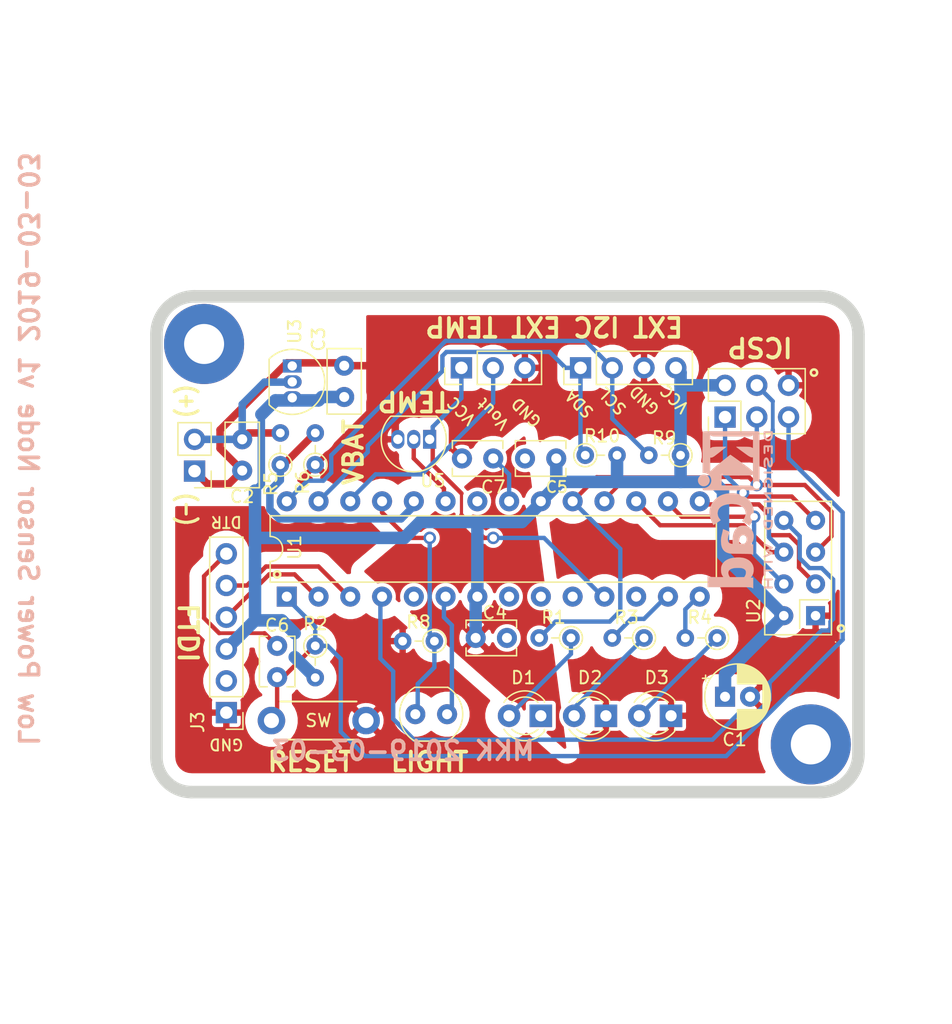
<source format=kicad_pcb>
(kicad_pcb (version 20171130) (host pcbnew 5.1.9-73d0e3b20d~88~ubuntu20.04.1)

  (general
    (thickness 1.6)
    (drawings 37)
    (tracks 249)
    (zones 0)
    (modules 33)
    (nets 33)
  )

  (page A4)
  (layers
    (0 F.Cu signal)
    (31 B.Cu signal)
    (32 B.Adhes user hide)
    (33 F.Adhes user hide)
    (34 B.Paste user hide)
    (35 F.Paste user)
    (36 B.SilkS user hide)
    (37 F.SilkS user)
    (38 B.Mask user hide)
    (39 F.Mask user hide)
    (40 Dwgs.User user hide)
    (41 Cmts.User user hide)
    (42 Eco1.User user hide)
    (43 Eco2.User user hide)
    (44 Edge.Cuts user)
    (45 Margin user hide)
    (46 B.CrtYd user hide)
    (47 F.CrtYd user hide)
    (48 B.Fab user hide)
    (49 F.Fab user hide)
  )

  (setup
    (last_trace_width 0.35)
    (trace_clearance 0.25)
    (zone_clearance 1)
    (zone_45_only no)
    (trace_min 0.25)
    (via_size 1)
    (via_drill 0.6)
    (via_min_size 0.6)
    (via_min_drill 0.3)
    (uvia_size 0.3)
    (uvia_drill 0.1)
    (uvias_allowed no)
    (uvia_min_size 0.3)
    (uvia_min_drill 0.1)
    (edge_width 0.1)
    (segment_width 0.2)
    (pcb_text_width 0.3)
    (pcb_text_size 1.5 1.5)
    (mod_edge_width 0.15)
    (mod_text_size 1 1)
    (mod_text_width 0.15)
    (pad_size 1.7 1.7)
    (pad_drill 1)
    (pad_to_mask_clearance 0.051)
    (solder_mask_min_width 0.25)
    (aux_axis_origin 0 0)
    (visible_elements 7FFFEFFF)
    (pcbplotparams
      (layerselection 0x010f0_ffffffff)
      (usegerberextensions false)
      (usegerberattributes true)
      (usegerberadvancedattributes false)
      (creategerberjobfile false)
      (excludeedgelayer false)
      (linewidth 0.150000)
      (plotframeref false)
      (viasonmask false)
      (mode 1)
      (useauxorigin false)
      (hpglpennumber 1)
      (hpglpenspeed 20)
      (hpglpendiameter 15.000000)
      (psnegative false)
      (psa4output false)
      (plotreference true)
      (plotvalue true)
      (plotinvisibletext false)
      (padsonsilk false)
      (subtractmaskfromsilk false)
      (outputformat 4)
      (mirror false)
      (drillshape 0)
      (scaleselection 1)
      (outputdirectory "gerbers/"))
  )

  (net 0 "")
  (net 1 "Net-(D1-Pad2)")
  (net 2 "Net-(U1-Pad5)")
  (net 3 "Net-(U1-Pad9)")
  (net 4 "Net-(U1-Pad10)")
  (net 5 "Net-(U1-Pad12)")
  (net 6 Earth)
  (net 7 "BAT(+)")
  (net 8 VCC1)
  (net 9 "Net-(C6-Pad1)")
  (net 10 RESET)
  (net 11 SCK)
  (net 12 YELLED)
  (net 13 REDLED)
  (net 14 MISO)
  (net 15 MOSI)
  (net 16 "Net-(J3-Pad2)")
  (net 17 RXD)
  (net 18 TXD)
  (net 19 CE)
  (net 20 ~CSN)
  (net 21 IRQ)
  (net 22 TEMPPIN)
  (net 23 VBAT)
  (net 24 TEMPPOWER)
  (net 25 "Net-(D3-Pad2)")
  (net 26 "Net-(D2-Pad2)")
  (net 27 LIGHTPIN)
  (net 28 LIGHTPOWER)
  (net 29 SDA)
  (net 30 SCL)
  (net 31 EXT_TEMPPIN)
  (net 32 "Net-(C7-Pad1)")

  (net_class Default "This is the default net class."
    (clearance 0.25)
    (trace_width 0.35)
    (via_dia 1)
    (via_drill 0.6)
    (uvia_dia 0.3)
    (uvia_drill 0.1)
    (diff_pair_width 0.25)
    (diff_pair_gap 0.25)
    (add_net CE)
    (add_net EXT_TEMPPIN)
    (add_net IRQ)
    (add_net LIGHTPIN)
    (add_net LIGHTPOWER)
    (add_net MISO)
    (add_net MOSI)
    (add_net "Net-(C6-Pad1)")
    (add_net "Net-(C7-Pad1)")
    (add_net "Net-(D1-Pad2)")
    (add_net "Net-(D2-Pad2)")
    (add_net "Net-(D3-Pad2)")
    (add_net "Net-(J3-Pad2)")
    (add_net "Net-(U1-Pad10)")
    (add_net "Net-(U1-Pad12)")
    (add_net "Net-(U1-Pad5)")
    (add_net "Net-(U1-Pad9)")
    (add_net REDLED)
    (add_net RESET)
    (add_net RXD)
    (add_net SCK)
    (add_net SCL)
    (add_net SDA)
    (add_net TEMPPIN)
    (add_net TEMPPOWER)
    (add_net TXD)
    (add_net YELLED)
    (add_net ~CSN)
  )

  (net_class Thick ""
    (clearance 0.25)
    (trace_width 0.6)
    (via_dia 1.2)
    (via_drill 0.8)
    (uvia_dia 0.3)
    (uvia_drill 0.1)
    (diff_pair_width 0.25)
    (diff_pair_gap 0.25)
    (add_net "BAT(+)")
    (add_net Earth)
    (add_net VBAT)
  )

  (net_class Vcc ""
    (clearance 0.25)
    (trace_width 1)
    (via_dia 1.2)
    (via_drill 0.8)
    (uvia_dia 0.3)
    (uvia_drill 0.1)
    (diff_pair_width 0.25)
    (diff_pair_gap 0.25)
    (add_net VCC1)
  )

  (module MountingHole:MountingHole_3.2mm_M3_Pad locked (layer F.Cu) (tedit 56D1B4CB) (tstamp 5C84861B)
    (at 190.492494 124.455256 90)
    (descr "Mounting Hole 3.2mm, M3")
    (tags "mounting hole 3.2mm m3")
    (path /5C7BCA43)
    (attr virtual)
    (fp_text reference H2 (at 0 -4.2 90) (layer F.SilkS) hide
      (effects (font (size 1 1) (thickness 0.15)))
    )
    (fp_text value MountingHole (at 0 4.2 90) (layer F.Fab)
      (effects (font (size 1 1) (thickness 0.15)))
    )
    (fp_circle (center 0 0) (end 3.2 0) (layer Cmts.User) (width 0.15))
    (fp_circle (center 0 0) (end 3.45 0) (layer F.CrtYd) (width 0.05))
    (fp_text user %R (at 0.3 0 90) (layer F.Fab)
      (effects (font (size 1 1) (thickness 0.15)))
    )
    (pad 1 thru_hole circle (at 0 0 90) (size 6.4 6.4) (drill 3.2) (layers *.Cu *.Mask))
  )

  (module MountingHole:MountingHole_3.2mm_M3_Pad locked (layer F.Cu) (tedit 56D1B4CB) (tstamp 5C9562AB)
    (at 141.978494 92.451256 90)
    (descr "Mounting Hole 3.2mm, M3")
    (tags "mounting hole 3.2mm m3")
    (path /5C7BBAF7)
    (attr virtual)
    (fp_text reference H1 (at 0 -4.2 90) (layer F.SilkS) hide
      (effects (font (size 1 1) (thickness 0.15)))
    )
    (fp_text value MountingHole (at 0 4.2 90) (layer F.Fab)
      (effects (font (size 1 1) (thickness 0.15)))
    )
    (fp_circle (center 0 0) (end 3.2 0) (layer Cmts.User) (width 0.15))
    (fp_circle (center 0 0) (end 3.45 0) (layer F.CrtYd) (width 0.05))
    (fp_text user %R (at 0.3 0 90) (layer F.Fab)
      (effects (font (size 1 1) (thickness 0.15)))
    )
    (pad 1 thru_hole circle (at 0 0 90) (size 6.4 6.4) (drill 3.2) (layers *.Cu *.Mask))
  )

  (module Package_TO_SOT_THT:TO-92_Inline (layer F.Cu) (tedit 5A1DD157) (tstamp 5C74B166)
    (at 149.028 94.208999 270)
    (descr "TO-92 leads in-line, narrow, oval pads, drill 0.75mm (see NXP sot054_po.pdf)")
    (tags "to-92 sc-43 sc-43a sot54 PA33 transistor")
    (path /5C6537E0)
    (fp_text reference U3 (at -2.768999 -0.197 90) (layer F.SilkS)
      (effects (font (size 1 1) (thickness 0.15)))
    )
    (fp_text value MCP1700-3302E_TO92 (at 1.27 2.79 270) (layer F.Fab)
      (effects (font (size 1 1) (thickness 0.15)))
    )
    (fp_line (start -0.53 1.85) (end 3.07 1.85) (layer F.SilkS) (width 0.12))
    (fp_line (start -0.5 1.75) (end 3 1.75) (layer F.Fab) (width 0.1))
    (fp_line (start -1.46 -2.73) (end 4 -2.73) (layer F.CrtYd) (width 0.05))
    (fp_line (start -1.46 -2.73) (end -1.46 2.01) (layer F.CrtYd) (width 0.05))
    (fp_line (start 4 2.01) (end 4 -2.73) (layer F.CrtYd) (width 0.05))
    (fp_line (start 4 2.01) (end -1.46 2.01) (layer F.CrtYd) (width 0.05))
    (fp_arc (start 1.27 0) (end 1.27 -2.6) (angle 135) (layer F.SilkS) (width 0.12))
    (fp_arc (start 1.27 0) (end 1.27 -2.48) (angle -135) (layer F.Fab) (width 0.1))
    (fp_arc (start 1.27 0) (end 1.27 -2.6) (angle -135) (layer F.SilkS) (width 0.12))
    (fp_arc (start 1.27 0) (end 1.27 -2.48) (angle 135) (layer F.Fab) (width 0.1))
    (fp_text user %R (at 1.27 -3.56 270) (layer F.Fab)
      (effects (font (size 1 1) (thickness 0.15)))
    )
    (pad 1 thru_hole rect (at 0 0 270) (size 1.05 1.5) (drill 0.75) (layers *.Cu *.Mask)
      (net 6 Earth))
    (pad 3 thru_hole oval (at 2.54 0 270) (size 1.05 1.5) (drill 0.75) (layers *.Cu *.Mask)
      (net 8 VCC1))
    (pad 2 thru_hole oval (at 1.27 0 270) (size 1.05 1.5) (drill 0.75) (layers *.Cu *.Mask)
      (net 7 "BAT(+)"))
    (model ${KISYS3DMOD}/Package_TO_SOT_THT.3dshapes/TO-92_Inline.wrl
      (at (xyz 0 0 0))
      (scale (xyz 1 1 1))
      (rotate (xyz 0 0 0))
    )
  )

  (module Package_TO_SOT_THT:TO-92_Inline (layer F.Cu) (tedit 5A1DD157) (tstamp 5C81AAC6)
    (at 160.012494 100.071256 180)
    (descr "TO-92 leads in-line, narrow, oval pads, drill 0.75mm (see NXP sot054_po.pdf)")
    (tags "to-92 sc-43 sc-43a sot54 PA33 transistor")
    (path /5C6B1BE5)
    (fp_text reference U5 (at -0.261506 -3.306744 180) (layer F.SilkS)
      (effects (font (size 1 1) (thickness 0.15)))
    )
    (fp_text value LM35DZ (at 1.27 2.79 180) (layer F.Fab)
      (effects (font (size 1 1) (thickness 0.15)))
    )
    (fp_line (start -0.53 1.85) (end 3.07 1.85) (layer F.SilkS) (width 0.12))
    (fp_line (start -0.5 1.75) (end 3 1.75) (layer F.Fab) (width 0.1))
    (fp_line (start -1.46 -2.73) (end 4 -2.73) (layer F.CrtYd) (width 0.05))
    (fp_line (start -1.46 -2.73) (end -1.46 2.01) (layer F.CrtYd) (width 0.05))
    (fp_line (start 4 2.01) (end 4 -2.73) (layer F.CrtYd) (width 0.05))
    (fp_line (start 4 2.01) (end -1.46 2.01) (layer F.CrtYd) (width 0.05))
    (fp_arc (start 1.27 0) (end 1.27 -2.6) (angle 135) (layer F.SilkS) (width 0.12))
    (fp_arc (start 1.27 0) (end 1.27 -2.48) (angle -135) (layer F.Fab) (width 0.1))
    (fp_arc (start 1.27 0) (end 1.27 -2.6) (angle -135) (layer F.SilkS) (width 0.12))
    (fp_arc (start 1.27 0) (end 1.27 -2.48) (angle 135) (layer F.Fab) (width 0.1))
    (fp_text user %R (at 1.27 -3.56 180) (layer F.Fab)
      (effects (font (size 1 1) (thickness 0.15)))
    )
    (pad 1 thru_hole rect (at 0 0 180) (size 1.05 1.5) (drill 0.75) (layers *.Cu *.Mask)
      (net 24 TEMPPOWER))
    (pad 3 thru_hole oval (at 2.54 0 180) (size 1.05 1.5) (drill 0.75) (layers *.Cu *.Mask)
      (net 6 Earth))
    (pad 2 thru_hole oval (at 1.27 0 180) (size 1.05 1.5) (drill 0.75) (layers *.Cu *.Mask)
      (net 22 TEMPPIN))
    (model ${KISYS3DMOD}/Package_TO_SOT_THT.3dshapes/TO-92_Inline.wrl
      (at (xyz 0 0 0))
      (scale (xyz 1 1 1))
      (rotate (xyz 0 0 0))
    )
  )

  (module Capacitor_THT:C_Disc_D3.8mm_W2.6mm_P2.50mm (layer F.Cu) (tedit 5AE50EF0) (tstamp 5C7B3F54)
    (at 165.1 101.6 180)
    (descr "C, Disc series, Radial, pin pitch=2.50mm, , diameter*width=3.8*2.6mm^2, Capacitor, http://www.vishay.com/docs/45233/krseries.pdf")
    (tags "C Disc series Radial pin pitch 2.50mm  diameter 3.8mm width 2.6mm Capacitor")
    (path /5C7B8170)
    (fp_text reference C7 (at 0 -2.286) (layer F.SilkS)
      (effects (font (size 1 1) (thickness 0.15)))
    )
    (fp_text value 100n (at 1.25 2.55 180) (layer F.Fab)
      (effects (font (size 1 1) (thickness 0.15)))
    )
    (fp_line (start -0.65 -1.3) (end -0.65 1.3) (layer F.Fab) (width 0.1))
    (fp_line (start -0.65 1.3) (end 3.15 1.3) (layer F.Fab) (width 0.1))
    (fp_line (start 3.15 1.3) (end 3.15 -1.3) (layer F.Fab) (width 0.1))
    (fp_line (start 3.15 -1.3) (end -0.65 -1.3) (layer F.Fab) (width 0.1))
    (fp_line (start -0.77 -1.42) (end 3.27 -1.42) (layer F.SilkS) (width 0.12))
    (fp_line (start -0.77 1.42) (end 3.27 1.42) (layer F.SilkS) (width 0.12))
    (fp_line (start -0.77 -1.42) (end -0.77 -0.795) (layer F.SilkS) (width 0.12))
    (fp_line (start -0.77 0.795) (end -0.77 1.42) (layer F.SilkS) (width 0.12))
    (fp_line (start 3.27 -1.42) (end 3.27 -0.795) (layer F.SilkS) (width 0.12))
    (fp_line (start 3.27 0.795) (end 3.27 1.42) (layer F.SilkS) (width 0.12))
    (fp_line (start -1.05 -1.55) (end -1.05 1.55) (layer F.CrtYd) (width 0.05))
    (fp_line (start -1.05 1.55) (end 3.55 1.55) (layer F.CrtYd) (width 0.05))
    (fp_line (start 3.55 1.55) (end 3.55 -1.55) (layer F.CrtYd) (width 0.05))
    (fp_line (start 3.55 -1.55) (end -1.05 -1.55) (layer F.CrtYd) (width 0.05))
    (fp_text user %R (at 1.25 0 180) (layer F.Fab)
      (effects (font (size 0.76 0.76) (thickness 0.114)))
    )
    (pad 2 thru_hole circle (at 2.5 0 180) (size 1.6 1.6) (drill 0.8) (layers *.Cu *.Mask)
      (net 6 Earth))
    (pad 1 thru_hole circle (at 0 0 180) (size 1.6 1.6) (drill 0.8) (layers *.Cu *.Mask)
      (net 32 "Net-(C7-Pad1)"))
    (model ${KISYS3DMOD}/Capacitor_THT.3dshapes/C_Disc_D3.8mm_W2.6mm_P2.50mm.wrl
      (at (xyz 0 0 0))
      (scale (xyz 1 1 1))
      (rotate (xyz 0 0 0))
    )
  )

  (module Capacitor_THT:C_Disc_D3.8mm_W2.6mm_P2.50mm (layer F.Cu) (tedit 5AE50EF0) (tstamp 5C74AD43)
    (at 163.695494 115.946256)
    (descr "C, Disc series, Radial, pin pitch=2.50mm, , diameter*width=3.8*2.6mm^2, Capacitor, http://www.vishay.com/docs/45233/krseries.pdf")
    (tags "C Disc series Radial pin pitch 2.50mm  diameter 3.8mm width 2.6mm Capacitor")
    (path /5C68CED7)
    (fp_text reference C4 (at 1.531506 -2.027256) (layer F.SilkS)
      (effects (font (size 1 1) (thickness 0.15)))
    )
    (fp_text value 0.1uF (at 1.25 2.55) (layer F.Fab)
      (effects (font (size 1 1) (thickness 0.15)))
    )
    (fp_line (start -0.65 -1.3) (end -0.65 1.3) (layer F.Fab) (width 0.1))
    (fp_line (start -0.65 1.3) (end 3.15 1.3) (layer F.Fab) (width 0.1))
    (fp_line (start 3.15 1.3) (end 3.15 -1.3) (layer F.Fab) (width 0.1))
    (fp_line (start 3.15 -1.3) (end -0.65 -1.3) (layer F.Fab) (width 0.1))
    (fp_line (start -0.77 -1.42) (end 3.27 -1.42) (layer F.SilkS) (width 0.12))
    (fp_line (start -0.77 1.42) (end 3.27 1.42) (layer F.SilkS) (width 0.12))
    (fp_line (start -0.77 -1.42) (end -0.77 -0.795) (layer F.SilkS) (width 0.12))
    (fp_line (start -0.77 0.795) (end -0.77 1.42) (layer F.SilkS) (width 0.12))
    (fp_line (start 3.27 -1.42) (end 3.27 -0.795) (layer F.SilkS) (width 0.12))
    (fp_line (start 3.27 0.795) (end 3.27 1.42) (layer F.SilkS) (width 0.12))
    (fp_line (start -1.05 -1.55) (end -1.05 1.55) (layer F.CrtYd) (width 0.05))
    (fp_line (start -1.05 1.55) (end 3.55 1.55) (layer F.CrtYd) (width 0.05))
    (fp_line (start 3.55 1.55) (end 3.55 -1.55) (layer F.CrtYd) (width 0.05))
    (fp_line (start 3.55 -1.55) (end -1.05 -1.55) (layer F.CrtYd) (width 0.05))
    (fp_text user %R (at 1.25 0) (layer F.Fab)
      (effects (font (size 0.76 0.76) (thickness 0.114)))
    )
    (pad 2 thru_hole circle (at 2.5 0) (size 1.6 1.6) (drill 0.8) (layers *.Cu *.Mask)
      (net 6 Earth))
    (pad 1 thru_hole circle (at 0 0) (size 1.6 1.6) (drill 0.8) (layers *.Cu *.Mask)
      (net 8 VCC1))
    (model ${KISYS3DMOD}/Capacitor_THT.3dshapes/C_Disc_D3.8mm_W2.6mm_P2.50mm.wrl
      (at (xyz 0 0 0))
      (scale (xyz 1 1 1))
      (rotate (xyz 0 0 0))
    )
  )

  (module LoPower2:nRF24L01 (layer F.Cu) (tedit 5C693BA3) (tstamp 5C8F3797)
    (at 190.873495 114.168257 180)
    (descr "nRF24L01 breakout board")
    (tags "nRF24L01 adapter breakout")
    (path /5C64041E)
    (fp_text reference U2 (at 4.953 0.381 270) (layer F.SilkS)
      (effects (font (size 1 1) (thickness 0.15)))
    )
    (fp_text value NRF24L01 (at 13 5 180) (layer F.Fab)
      (effects (font (size 1 1) (thickness 0.15)))
    )
    (fp_line (start -1.5 -2) (end 27.5 -2) (layer F.Fab) (width 0.1))
    (fp_line (start 27.5 -2) (end 27.5 13.25) (layer F.Fab) (width 0.1))
    (fp_line (start 27.5 13.25) (end -1.5 13.25) (layer F.Fab) (width 0.1))
    (fp_line (start -1.5 13.25) (end -1.5 -2) (layer F.Fab) (width 0.1))
    (fp_line (start -1.5 -2) (end -1.5 -2) (layer F.Fab) (width 0.1))
    (fp_line (start -1.27 -1.27) (end 3.81 -1.27) (layer F.Fab) (width 0.1))
    (fp_line (start 3.81 -1.27) (end 3.81 8.89) (layer F.Fab) (width 0.1))
    (fp_line (start 3.81 8.89) (end -1.27 8.89) (layer F.Fab) (width 0.1))
    (fp_line (start -1.27 8.89) (end -1.27 -1.27) (layer F.Fab) (width 0.1))
    (fp_line (start -1.27 -1.27) (end -1.27 -1.27) (layer F.Fab) (width 0.1))
    (fp_line (start -1.27 -1.524) (end 4.064 -1.524) (layer F.SilkS) (width 0.12))
    (fp_line (start 4.064 -1.524) (end 4.064 9.144) (layer F.SilkS) (width 0.12))
    (fp_line (start 4.064 9.144) (end -1.27 9.144) (layer F.SilkS) (width 0.12))
    (fp_line (start -1.27 9.144) (end -1.27 9.144) (layer F.SilkS) (width 0.12))
    (fp_line (start 1.27 -1.016) (end 1.27 1.27) (layer F.SilkS) (width 0.12))
    (fp_line (start 1.27 1.27) (end -1.016 1.27) (layer F.SilkS) (width 0.12))
    (fp_line (start -1.016 1.27) (end -1.016 1.27) (layer F.SilkS) (width 0.12))
    (fp_line (start -1.6 -2.1) (end 27.6 -2.1) (layer F.Fab) (width 0.12))
    (fp_line (start 27.6 -2.1) (end 27.6 13.35) (layer F.Fab) (width 0.12))
    (fp_line (start 27.6 13.35) (end -1.6 13.35) (layer F.Fab) (width 0.12))
    (fp_line (start -1.6 13.35) (end -1.6 -2.1) (layer F.Fab) (width 0.12))
    (fp_line (start -1.6 -2.1) (end -1.6 -2.1) (layer F.SilkS) (width 0.12))
    (fp_line (start -1.27 9.144) (end -1.27 -1.524) (layer F.SilkS) (width 0.12))
    (fp_line (start -1.27 -1.524) (end -1.27 -1.524) (layer F.SilkS) (width 0.12))
    (fp_line (start 27.75 -2.25) (end -1.75 -2.25) (layer F.CrtYd) (width 0.05))
    (fp_line (start -1.75 -2.25) (end -1.75 13.5) (layer F.CrtYd) (width 0.05))
    (fp_line (start -1.75 13.5) (end 27.75 13.5) (layer F.CrtYd) (width 0.05))
    (fp_line (start 27.75 13.5) (end 27.75 -2.25) (layer F.CrtYd) (width 0.05))
    (fp_line (start 27.75 -2.25) (end 27.75 -2.25) (layer F.CrtYd) (width 0.05))
    (fp_text user %R (at 12.5 2.5 180) (layer F.Fab)
      (effects (font (size 1 1) (thickness 0.15)))
    )
    (pad 8 thru_hole circle (at 2.54 7.62 180) (size 1.524 1.524) (drill 0.762) (layers *.Cu *.Mask)
      (net 21 IRQ))
    (pad 7 thru_hole circle (at 0 7.62 180) (size 1.524 1.524) (drill 0.762) (layers *.Cu *.Mask)
      (net 14 MISO))
    (pad 6 thru_hole circle (at 2.54 5.08 180) (size 1.524 1.524) (drill 0.762) (layers *.Cu *.Mask)
      (net 15 MOSI))
    (pad 5 thru_hole circle (at 0 5.08 180) (size 1.524 1.524) (drill 0.762) (layers *.Cu *.Mask)
      (net 11 SCK))
    (pad 4 thru_hole circle (at 2.54 2.54 180) (size 1.524 1.524) (drill 0.762) (layers *.Cu *.Mask)
      (net 20 ~CSN))
    (pad 3 thru_hole circle (at 0 2.54 180) (size 1.524 1.524) (drill 0.762) (layers *.Cu *.Mask)
      (net 19 CE))
    (pad 2 thru_hole circle (at 2.54 0 180) (size 1.524 1.524) (drill 0.762) (layers *.Cu *.Mask)
      (net 8 VCC1))
    (pad 1 thru_hole rect (at 0 0 180) (size 1.524 1.524) (drill 0.762) (layers *.Cu *.Mask)
      (net 6 Earth))
    (model ${KISYS3DMOD}/RF_Module.3dshapes/nRF24L01_Breakout.wrl
      (at (xyz 0 0 0))
      (scale (xyz 1 1 1))
      (rotate (xyz 0 0 0))
    )
  )

  (module Connector_PinHeader_2.54mm:PinHeader_1x06_P2.54mm_Vertical (layer F.Cu) (tedit 59FED5CC) (tstamp 5C955E74)
    (at 143.756495 121.915256 180)
    (descr "Through hole straight pin header, 1x06, 2.54mm pitch, single row")
    (tags "Through hole pin header THT 1x06 2.54mm single row")
    (path /5C72D22E)
    (fp_text reference J3 (at 2.286 -0.762 270) (layer F.SilkS)
      (effects (font (size 1 1) (thickness 0.15)))
    )
    (fp_text value FTDI (at 0 15.03 180) (layer F.Fab)
      (effects (font (size 1 1) (thickness 0.15)))
    )
    (fp_line (start -0.635 -1.27) (end 1.27 -1.27) (layer F.Fab) (width 0.1))
    (fp_line (start 1.27 -1.27) (end 1.27 13.97) (layer F.Fab) (width 0.1))
    (fp_line (start 1.27 13.97) (end -1.27 13.97) (layer F.Fab) (width 0.1))
    (fp_line (start -1.27 13.97) (end -1.27 -0.635) (layer F.Fab) (width 0.1))
    (fp_line (start -1.27 -0.635) (end -0.635 -1.27) (layer F.Fab) (width 0.1))
    (fp_line (start -1.33 14.03) (end 1.33 14.03) (layer F.SilkS) (width 0.12))
    (fp_line (start -1.33 1.27) (end -1.33 14.03) (layer F.SilkS) (width 0.12))
    (fp_line (start 1.33 1.27) (end 1.33 14.03) (layer F.SilkS) (width 0.12))
    (fp_line (start -1.33 1.27) (end 1.33 1.27) (layer F.SilkS) (width 0.12))
    (fp_line (start -1.33 0) (end -1.33 -1.33) (layer F.SilkS) (width 0.12))
    (fp_line (start -1.33 -1.33) (end 0 -1.33) (layer F.SilkS) (width 0.12))
    (fp_line (start -1.8 -1.8) (end -1.8 14.5) (layer F.CrtYd) (width 0.05))
    (fp_line (start -1.8 14.5) (end 1.8 14.5) (layer F.CrtYd) (width 0.05))
    (fp_line (start 1.8 14.5) (end 1.8 -1.8) (layer F.CrtYd) (width 0.05))
    (fp_line (start 1.8 -1.8) (end -1.8 -1.8) (layer F.CrtYd) (width 0.05))
    (fp_text user %R (at 0 6.35 270) (layer F.Fab)
      (effects (font (size 1 1) (thickness 0.15)))
    )
    (pad 6 thru_hole oval (at 0 12.7 180) (size 1.7 1.7) (drill 1) (layers *.Cu *.Mask)
      (net 9 "Net-(C6-Pad1)"))
    (pad 5 thru_hole oval (at 0 10.16 180) (size 1.7 1.7) (drill 1) (layers *.Cu *.Mask)
      (net 18 TXD))
    (pad 4 thru_hole oval (at 0 7.62 180) (size 1.7 1.7) (drill 1) (layers *.Cu *.Mask)
      (net 17 RXD))
    (pad 3 thru_hole oval (at 0 5.08 180) (size 1.7 1.7) (drill 1) (layers *.Cu *.Mask)
      (net 8 VCC1))
    (pad 2 thru_hole oval (at 0 2.54 180) (size 1.7 1.7) (drill 1) (layers *.Cu *.Mask)
      (net 16 "Net-(J3-Pad2)"))
    (pad 1 thru_hole rect (at 0 0 180) (size 1.7 1.7) (drill 1) (layers *.Cu *.Mask)
      (net 6 Earth))
    (model ${KISYS3DMOD}/Connector_PinHeader_2.54mm.3dshapes/PinHeader_1x06_P2.54mm_Vertical.wrl
      (at (xyz 0 0 0))
      (scale (xyz 1 1 1))
      (rotate (xyz 0 0 0))
    )
  )

  (module Connector_PinHeader_2.54mm:PinHeader_1x03_P2.54mm_Vertical (layer F.Cu) (tedit 59FED5CC) (tstamp 5C883196)
    (at 162.552495 94.356256 90)
    (descr "Through hole straight pin header, 1x03, 2.54mm pitch, single row")
    (tags "Through hole pin header THT 1x03 2.54mm single row")
    (path /5C706241)
    (fp_text reference J5 (at 0 -2.33 90) (layer F.SilkS) hide
      (effects (font (size 1 1) (thickness 0.15)))
    )
    (fp_text value EXT_TEMP (at 0 7.41 90) (layer F.Fab)
      (effects (font (size 1 1) (thickness 0.15)))
    )
    (fp_line (start -0.635 -1.27) (end 1.27 -1.27) (layer F.Fab) (width 0.1))
    (fp_line (start 1.27 -1.27) (end 1.27 6.35) (layer F.Fab) (width 0.1))
    (fp_line (start 1.27 6.35) (end -1.27 6.35) (layer F.Fab) (width 0.1))
    (fp_line (start -1.27 6.35) (end -1.27 -0.635) (layer F.Fab) (width 0.1))
    (fp_line (start -1.27 -0.635) (end -0.635 -1.27) (layer F.Fab) (width 0.1))
    (fp_line (start -1.33 6.41) (end 1.33 6.41) (layer F.SilkS) (width 0.12))
    (fp_line (start -1.33 1.27) (end -1.33 6.41) (layer F.SilkS) (width 0.12))
    (fp_line (start 1.33 1.27) (end 1.33 6.41) (layer F.SilkS) (width 0.12))
    (fp_line (start -1.33 1.27) (end 1.33 1.27) (layer F.SilkS) (width 0.12))
    (fp_line (start -1.33 0) (end -1.33 -1.33) (layer F.SilkS) (width 0.12))
    (fp_line (start -1.33 -1.33) (end 0 -1.33) (layer F.SilkS) (width 0.12))
    (fp_line (start -1.8 -1.8) (end -1.8 6.85) (layer F.CrtYd) (width 0.05))
    (fp_line (start -1.8 6.85) (end 1.8 6.85) (layer F.CrtYd) (width 0.05))
    (fp_line (start 1.8 6.85) (end 1.8 -1.8) (layer F.CrtYd) (width 0.05))
    (fp_line (start 1.8 -1.8) (end -1.8 -1.8) (layer F.CrtYd) (width 0.05))
    (fp_text user %R (at 0 2.54 180) (layer F.Fab)
      (effects (font (size 1 1) (thickness 0.15)))
    )
    (pad 3 thru_hole oval (at 0 5.08 90) (size 1.7 1.7) (drill 1) (layers *.Cu *.Mask)
      (net 6 Earth))
    (pad 2 thru_hole oval (at 0 2.54 90) (size 1.7 1.7) (drill 1) (layers *.Cu *.Mask)
      (net 31 EXT_TEMPPIN))
    (pad 1 thru_hole rect (at 0 0 90) (size 1.7 1.7) (drill 1) (layers *.Cu *.Mask)
      (net 24 TEMPPOWER))
    (model ${KISYS3DMOD}/Connector_PinHeader_2.54mm.3dshapes/PinHeader_1x03_P2.54mm_Vertical.wrl
      (at (xyz 0 0 0))
      (scale (xyz 1 1 1))
      (rotate (xyz 0 0 0))
    )
  )

  (module Capacitor_THT:C_Disc_D5.0mm_W2.5mm_P2.50mm (layer F.Cu) (tedit 5AE50EF0) (tstamp 5C7BC5FE)
    (at 145.026495 100.071256 270)
    (descr "C, Disc series, Radial, pin pitch=2.50mm, , diameter*width=5*2.5mm^2, Capacitor, http://cdn-reichelt.de/documents/datenblatt/B300/DS_KERKO_TC.pdf")
    (tags "C Disc series Radial pin pitch 2.50mm  diameter 5mm width 2.5mm Capacitor")
    (path /5C653A2E)
    (fp_text reference C2 (at 4.572 0) (layer F.SilkS)
      (effects (font (size 1 1) (thickness 0.15)))
    )
    (fp_text value 1uF (at 1.25 2.5 270) (layer F.Fab)
      (effects (font (size 1 1) (thickness 0.15)))
    )
    (fp_line (start -1.25 -1.25) (end -1.25 1.25) (layer F.Fab) (width 0.1))
    (fp_line (start -1.25 1.25) (end 3.75 1.25) (layer F.Fab) (width 0.1))
    (fp_line (start 3.75 1.25) (end 3.75 -1.25) (layer F.Fab) (width 0.1))
    (fp_line (start 3.75 -1.25) (end -1.25 -1.25) (layer F.Fab) (width 0.1))
    (fp_line (start -1.37 -1.37) (end 3.87 -1.37) (layer F.SilkS) (width 0.12))
    (fp_line (start -1.37 1.37) (end 3.87 1.37) (layer F.SilkS) (width 0.12))
    (fp_line (start -1.37 -1.37) (end -1.37 1.37) (layer F.SilkS) (width 0.12))
    (fp_line (start 3.87 -1.37) (end 3.87 1.37) (layer F.SilkS) (width 0.12))
    (fp_line (start -1.5 -1.5) (end -1.5 1.5) (layer F.CrtYd) (width 0.05))
    (fp_line (start -1.5 1.5) (end 4 1.5) (layer F.CrtYd) (width 0.05))
    (fp_line (start 4 1.5) (end 4 -1.5) (layer F.CrtYd) (width 0.05))
    (fp_line (start 4 -1.5) (end -1.5 -1.5) (layer F.CrtYd) (width 0.05))
    (fp_text user %R (at 1.25 0 270) (layer F.Fab)
      (effects (font (size 1 1) (thickness 0.15)))
    )
    (pad 2 thru_hole circle (at 2.5 0 270) (size 1.6 1.6) (drill 0.8) (layers *.Cu *.Mask)
      (net 6 Earth))
    (pad 1 thru_hole circle (at 0 0 270) (size 1.6 1.6) (drill 0.8) (layers *.Cu *.Mask)
      (net 7 "BAT(+)"))
    (model ${KISYS3DMOD}/Capacitor_THT.3dshapes/C_Disc_D5.0mm_W2.5mm_P2.50mm.wrl
      (at (xyz 0 0 0))
      (scale (xyz 1 1 1))
      (rotate (xyz 0 0 0))
    )
  )

  (module Capacitor_THT:C_Disc_D5.0mm_W2.5mm_P2.50mm (layer F.Cu) (tedit 5AE50EF0) (tstamp 5C9BBFFD)
    (at 153.183 96.687 90)
    (descr "C, Disc series, Radial, pin pitch=2.50mm, , diameter*width=5*2.5mm^2, Capacitor, http://cdn-reichelt.de/documents/datenblatt/B300/DS_KERKO_TC.pdf")
    (tags "C Disc series Radial pin pitch 2.50mm  diameter 5mm width 2.5mm Capacitor")
    (path /5C657E30)
    (fp_text reference C3 (at 4.612 -2.053 270) (layer F.SilkS)
      (effects (font (size 1 1) (thickness 0.15)))
    )
    (fp_text value 1uF (at 1.25 2.5 90) (layer F.Fab)
      (effects (font (size 1 1) (thickness 0.15)))
    )
    (fp_line (start -1.25 -1.25) (end -1.25 1.25) (layer F.Fab) (width 0.1))
    (fp_line (start -1.25 1.25) (end 3.75 1.25) (layer F.Fab) (width 0.1))
    (fp_line (start 3.75 1.25) (end 3.75 -1.25) (layer F.Fab) (width 0.1))
    (fp_line (start 3.75 -1.25) (end -1.25 -1.25) (layer F.Fab) (width 0.1))
    (fp_line (start -1.37 -1.37) (end 3.87 -1.37) (layer F.SilkS) (width 0.12))
    (fp_line (start -1.37 1.37) (end 3.87 1.37) (layer F.SilkS) (width 0.12))
    (fp_line (start -1.37 -1.37) (end -1.37 1.37) (layer F.SilkS) (width 0.12))
    (fp_line (start 3.87 -1.37) (end 3.87 1.37) (layer F.SilkS) (width 0.12))
    (fp_line (start -1.5 -1.5) (end -1.5 1.5) (layer F.CrtYd) (width 0.05))
    (fp_line (start -1.5 1.5) (end 4 1.5) (layer F.CrtYd) (width 0.05))
    (fp_line (start 4 1.5) (end 4 -1.5) (layer F.CrtYd) (width 0.05))
    (fp_line (start 4 -1.5) (end -1.5 -1.5) (layer F.CrtYd) (width 0.05))
    (fp_text user %R (at 1.25 0 90) (layer F.Fab)
      (effects (font (size 1 1) (thickness 0.15)))
    )
    (pad 2 thru_hole circle (at 2.5 0 90) (size 1.6 1.6) (drill 0.8) (layers *.Cu *.Mask)
      (net 6 Earth))
    (pad 1 thru_hole circle (at 0 0 90) (size 1.6 1.6) (drill 0.8) (layers *.Cu *.Mask)
      (net 8 VCC1))
    (model ${KISYS3DMOD}/Capacitor_THT.3dshapes/C_Disc_D5.0mm_W2.5mm_P2.50mm.wrl
      (at (xyz 0 0 0))
      (scale (xyz 1 1 1))
      (rotate (xyz 0 0 0))
    )
  )

  (module Capacitor_THT:CP_Radial_D5.0mm_P2.00mm (layer F.Cu) (tedit 5AE50EF0) (tstamp 5C9BAF3C)
    (at 183.634495 120.645256)
    (descr "CP, Radial series, Radial, pin pitch=2.00mm, , diameter=5mm, Electrolytic Capacitor")
    (tags "CP Radial series Radial pin pitch 2.00mm  diameter 5mm Electrolytic Capacitor")
    (path /5C6988D5)
    (fp_text reference C1 (at 0.762 3.429) (layer F.SilkS)
      (effects (font (size 1 1) (thickness 0.15)))
    )
    (fp_text value "10uF 16V" (at 1 3.75) (layer F.Fab)
      (effects (font (size 1 1) (thickness 0.15)))
    )
    (fp_circle (center 1 0) (end 3.5 0) (layer F.Fab) (width 0.1))
    (fp_circle (center 1 0) (end 3.62 0) (layer F.SilkS) (width 0.12))
    (fp_circle (center 1 0) (end 3.75 0) (layer F.CrtYd) (width 0.05))
    (fp_line (start -1.133605 -1.0875) (end -0.633605 -1.0875) (layer F.Fab) (width 0.1))
    (fp_line (start -0.883605 -1.3375) (end -0.883605 -0.8375) (layer F.Fab) (width 0.1))
    (fp_line (start 1 1.04) (end 1 2.58) (layer F.SilkS) (width 0.12))
    (fp_line (start 1 -2.58) (end 1 -1.04) (layer F.SilkS) (width 0.12))
    (fp_line (start 1.04 1.04) (end 1.04 2.58) (layer F.SilkS) (width 0.12))
    (fp_line (start 1.04 -2.58) (end 1.04 -1.04) (layer F.SilkS) (width 0.12))
    (fp_line (start 1.08 -2.579) (end 1.08 -1.04) (layer F.SilkS) (width 0.12))
    (fp_line (start 1.08 1.04) (end 1.08 2.579) (layer F.SilkS) (width 0.12))
    (fp_line (start 1.12 -2.578) (end 1.12 -1.04) (layer F.SilkS) (width 0.12))
    (fp_line (start 1.12 1.04) (end 1.12 2.578) (layer F.SilkS) (width 0.12))
    (fp_line (start 1.16 -2.576) (end 1.16 -1.04) (layer F.SilkS) (width 0.12))
    (fp_line (start 1.16 1.04) (end 1.16 2.576) (layer F.SilkS) (width 0.12))
    (fp_line (start 1.2 -2.573) (end 1.2 -1.04) (layer F.SilkS) (width 0.12))
    (fp_line (start 1.2 1.04) (end 1.2 2.573) (layer F.SilkS) (width 0.12))
    (fp_line (start 1.24 -2.569) (end 1.24 -1.04) (layer F.SilkS) (width 0.12))
    (fp_line (start 1.24 1.04) (end 1.24 2.569) (layer F.SilkS) (width 0.12))
    (fp_line (start 1.28 -2.565) (end 1.28 -1.04) (layer F.SilkS) (width 0.12))
    (fp_line (start 1.28 1.04) (end 1.28 2.565) (layer F.SilkS) (width 0.12))
    (fp_line (start 1.32 -2.561) (end 1.32 -1.04) (layer F.SilkS) (width 0.12))
    (fp_line (start 1.32 1.04) (end 1.32 2.561) (layer F.SilkS) (width 0.12))
    (fp_line (start 1.36 -2.556) (end 1.36 -1.04) (layer F.SilkS) (width 0.12))
    (fp_line (start 1.36 1.04) (end 1.36 2.556) (layer F.SilkS) (width 0.12))
    (fp_line (start 1.4 -2.55) (end 1.4 -1.04) (layer F.SilkS) (width 0.12))
    (fp_line (start 1.4 1.04) (end 1.4 2.55) (layer F.SilkS) (width 0.12))
    (fp_line (start 1.44 -2.543) (end 1.44 -1.04) (layer F.SilkS) (width 0.12))
    (fp_line (start 1.44 1.04) (end 1.44 2.543) (layer F.SilkS) (width 0.12))
    (fp_line (start 1.48 -2.536) (end 1.48 -1.04) (layer F.SilkS) (width 0.12))
    (fp_line (start 1.48 1.04) (end 1.48 2.536) (layer F.SilkS) (width 0.12))
    (fp_line (start 1.52 -2.528) (end 1.52 -1.04) (layer F.SilkS) (width 0.12))
    (fp_line (start 1.52 1.04) (end 1.52 2.528) (layer F.SilkS) (width 0.12))
    (fp_line (start 1.56 -2.52) (end 1.56 -1.04) (layer F.SilkS) (width 0.12))
    (fp_line (start 1.56 1.04) (end 1.56 2.52) (layer F.SilkS) (width 0.12))
    (fp_line (start 1.6 -2.511) (end 1.6 -1.04) (layer F.SilkS) (width 0.12))
    (fp_line (start 1.6 1.04) (end 1.6 2.511) (layer F.SilkS) (width 0.12))
    (fp_line (start 1.64 -2.501) (end 1.64 -1.04) (layer F.SilkS) (width 0.12))
    (fp_line (start 1.64 1.04) (end 1.64 2.501) (layer F.SilkS) (width 0.12))
    (fp_line (start 1.68 -2.491) (end 1.68 -1.04) (layer F.SilkS) (width 0.12))
    (fp_line (start 1.68 1.04) (end 1.68 2.491) (layer F.SilkS) (width 0.12))
    (fp_line (start 1.721 -2.48) (end 1.721 -1.04) (layer F.SilkS) (width 0.12))
    (fp_line (start 1.721 1.04) (end 1.721 2.48) (layer F.SilkS) (width 0.12))
    (fp_line (start 1.761 -2.468) (end 1.761 -1.04) (layer F.SilkS) (width 0.12))
    (fp_line (start 1.761 1.04) (end 1.761 2.468) (layer F.SilkS) (width 0.12))
    (fp_line (start 1.801 -2.455) (end 1.801 -1.04) (layer F.SilkS) (width 0.12))
    (fp_line (start 1.801 1.04) (end 1.801 2.455) (layer F.SilkS) (width 0.12))
    (fp_line (start 1.841 -2.442) (end 1.841 -1.04) (layer F.SilkS) (width 0.12))
    (fp_line (start 1.841 1.04) (end 1.841 2.442) (layer F.SilkS) (width 0.12))
    (fp_line (start 1.881 -2.428) (end 1.881 -1.04) (layer F.SilkS) (width 0.12))
    (fp_line (start 1.881 1.04) (end 1.881 2.428) (layer F.SilkS) (width 0.12))
    (fp_line (start 1.921 -2.414) (end 1.921 -1.04) (layer F.SilkS) (width 0.12))
    (fp_line (start 1.921 1.04) (end 1.921 2.414) (layer F.SilkS) (width 0.12))
    (fp_line (start 1.961 -2.398) (end 1.961 -1.04) (layer F.SilkS) (width 0.12))
    (fp_line (start 1.961 1.04) (end 1.961 2.398) (layer F.SilkS) (width 0.12))
    (fp_line (start 2.001 -2.382) (end 2.001 -1.04) (layer F.SilkS) (width 0.12))
    (fp_line (start 2.001 1.04) (end 2.001 2.382) (layer F.SilkS) (width 0.12))
    (fp_line (start 2.041 -2.365) (end 2.041 -1.04) (layer F.SilkS) (width 0.12))
    (fp_line (start 2.041 1.04) (end 2.041 2.365) (layer F.SilkS) (width 0.12))
    (fp_line (start 2.081 -2.348) (end 2.081 -1.04) (layer F.SilkS) (width 0.12))
    (fp_line (start 2.081 1.04) (end 2.081 2.348) (layer F.SilkS) (width 0.12))
    (fp_line (start 2.121 -2.329) (end 2.121 -1.04) (layer F.SilkS) (width 0.12))
    (fp_line (start 2.121 1.04) (end 2.121 2.329) (layer F.SilkS) (width 0.12))
    (fp_line (start 2.161 -2.31) (end 2.161 -1.04) (layer F.SilkS) (width 0.12))
    (fp_line (start 2.161 1.04) (end 2.161 2.31) (layer F.SilkS) (width 0.12))
    (fp_line (start 2.201 -2.29) (end 2.201 -1.04) (layer F.SilkS) (width 0.12))
    (fp_line (start 2.201 1.04) (end 2.201 2.29) (layer F.SilkS) (width 0.12))
    (fp_line (start 2.241 -2.268) (end 2.241 -1.04) (layer F.SilkS) (width 0.12))
    (fp_line (start 2.241 1.04) (end 2.241 2.268) (layer F.SilkS) (width 0.12))
    (fp_line (start 2.281 -2.247) (end 2.281 -1.04) (layer F.SilkS) (width 0.12))
    (fp_line (start 2.281 1.04) (end 2.281 2.247) (layer F.SilkS) (width 0.12))
    (fp_line (start 2.321 -2.224) (end 2.321 -1.04) (layer F.SilkS) (width 0.12))
    (fp_line (start 2.321 1.04) (end 2.321 2.224) (layer F.SilkS) (width 0.12))
    (fp_line (start 2.361 -2.2) (end 2.361 -1.04) (layer F.SilkS) (width 0.12))
    (fp_line (start 2.361 1.04) (end 2.361 2.2) (layer F.SilkS) (width 0.12))
    (fp_line (start 2.401 -2.175) (end 2.401 -1.04) (layer F.SilkS) (width 0.12))
    (fp_line (start 2.401 1.04) (end 2.401 2.175) (layer F.SilkS) (width 0.12))
    (fp_line (start 2.441 -2.149) (end 2.441 -1.04) (layer F.SilkS) (width 0.12))
    (fp_line (start 2.441 1.04) (end 2.441 2.149) (layer F.SilkS) (width 0.12))
    (fp_line (start 2.481 -2.122) (end 2.481 -1.04) (layer F.SilkS) (width 0.12))
    (fp_line (start 2.481 1.04) (end 2.481 2.122) (layer F.SilkS) (width 0.12))
    (fp_line (start 2.521 -2.095) (end 2.521 -1.04) (layer F.SilkS) (width 0.12))
    (fp_line (start 2.521 1.04) (end 2.521 2.095) (layer F.SilkS) (width 0.12))
    (fp_line (start 2.561 -2.065) (end 2.561 -1.04) (layer F.SilkS) (width 0.12))
    (fp_line (start 2.561 1.04) (end 2.561 2.065) (layer F.SilkS) (width 0.12))
    (fp_line (start 2.601 -2.035) (end 2.601 -1.04) (layer F.SilkS) (width 0.12))
    (fp_line (start 2.601 1.04) (end 2.601 2.035) (layer F.SilkS) (width 0.12))
    (fp_line (start 2.641 -2.004) (end 2.641 -1.04) (layer F.SilkS) (width 0.12))
    (fp_line (start 2.641 1.04) (end 2.641 2.004) (layer F.SilkS) (width 0.12))
    (fp_line (start 2.681 -1.971) (end 2.681 -1.04) (layer F.SilkS) (width 0.12))
    (fp_line (start 2.681 1.04) (end 2.681 1.971) (layer F.SilkS) (width 0.12))
    (fp_line (start 2.721 -1.937) (end 2.721 -1.04) (layer F.SilkS) (width 0.12))
    (fp_line (start 2.721 1.04) (end 2.721 1.937) (layer F.SilkS) (width 0.12))
    (fp_line (start 2.761 -1.901) (end 2.761 -1.04) (layer F.SilkS) (width 0.12))
    (fp_line (start 2.761 1.04) (end 2.761 1.901) (layer F.SilkS) (width 0.12))
    (fp_line (start 2.801 -1.864) (end 2.801 -1.04) (layer F.SilkS) (width 0.12))
    (fp_line (start 2.801 1.04) (end 2.801 1.864) (layer F.SilkS) (width 0.12))
    (fp_line (start 2.841 -1.826) (end 2.841 -1.04) (layer F.SilkS) (width 0.12))
    (fp_line (start 2.841 1.04) (end 2.841 1.826) (layer F.SilkS) (width 0.12))
    (fp_line (start 2.881 -1.785) (end 2.881 -1.04) (layer F.SilkS) (width 0.12))
    (fp_line (start 2.881 1.04) (end 2.881 1.785) (layer F.SilkS) (width 0.12))
    (fp_line (start 2.921 -1.743) (end 2.921 -1.04) (layer F.SilkS) (width 0.12))
    (fp_line (start 2.921 1.04) (end 2.921 1.743) (layer F.SilkS) (width 0.12))
    (fp_line (start 2.961 -1.699) (end 2.961 -1.04) (layer F.SilkS) (width 0.12))
    (fp_line (start 2.961 1.04) (end 2.961 1.699) (layer F.SilkS) (width 0.12))
    (fp_line (start 3.001 -1.653) (end 3.001 -1.04) (layer F.SilkS) (width 0.12))
    (fp_line (start 3.001 1.04) (end 3.001 1.653) (layer F.SilkS) (width 0.12))
    (fp_line (start 3.041 -1.605) (end 3.041 1.605) (layer F.SilkS) (width 0.12))
    (fp_line (start 3.081 -1.554) (end 3.081 1.554) (layer F.SilkS) (width 0.12))
    (fp_line (start 3.121 -1.5) (end 3.121 1.5) (layer F.SilkS) (width 0.12))
    (fp_line (start 3.161 -1.443) (end 3.161 1.443) (layer F.SilkS) (width 0.12))
    (fp_line (start 3.201 -1.383) (end 3.201 1.383) (layer F.SilkS) (width 0.12))
    (fp_line (start 3.241 -1.319) (end 3.241 1.319) (layer F.SilkS) (width 0.12))
    (fp_line (start 3.281 -1.251) (end 3.281 1.251) (layer F.SilkS) (width 0.12))
    (fp_line (start 3.321 -1.178) (end 3.321 1.178) (layer F.SilkS) (width 0.12))
    (fp_line (start 3.361 -1.098) (end 3.361 1.098) (layer F.SilkS) (width 0.12))
    (fp_line (start 3.401 -1.011) (end 3.401 1.011) (layer F.SilkS) (width 0.12))
    (fp_line (start 3.441 -0.915) (end 3.441 0.915) (layer F.SilkS) (width 0.12))
    (fp_line (start 3.481 -0.805) (end 3.481 0.805) (layer F.SilkS) (width 0.12))
    (fp_line (start 3.521 -0.677) (end 3.521 0.677) (layer F.SilkS) (width 0.12))
    (fp_line (start 3.561 -0.518) (end 3.561 0.518) (layer F.SilkS) (width 0.12))
    (fp_line (start 3.601 -0.284) (end 3.601 0.284) (layer F.SilkS) (width 0.12))
    (fp_line (start -1.804775 -1.475) (end -1.304775 -1.475) (layer F.SilkS) (width 0.12))
    (fp_line (start -1.554775 -1.725) (end -1.554775 -1.225) (layer F.SilkS) (width 0.12))
    (fp_text user %R (at 1 0) (layer F.Fab)
      (effects (font (size 1 1) (thickness 0.15)))
    )
    (pad 2 thru_hole circle (at 2 0) (size 1.6 1.6) (drill 0.8) (layers *.Cu *.Mask)
      (net 6 Earth))
    (pad 1 thru_hole rect (at 0 0) (size 1.6 1.6) (drill 0.8) (layers *.Cu *.Mask)
      (net 8 VCC1))
    (model ${KISYS3DMOD}/Capacitor_THT.3dshapes/CP_Radial_D5.0mm_P2.00mm.wrl
      (at (xyz 0 0 0))
      (scale (xyz 1 1 1))
      (rotate (xyz 0 0 0))
    )
  )

  (module LoPower2:SW_PUSH_L6mm_W3.5mm_H5mm (layer F.Cu) (tedit 5C6948FA) (tstamp 5C7BC447)
    (at 147.312495 122.550256)
    (path /5C642797)
    (fp_text reference SW1 (at 3.556 -2.794) (layer F.SilkS) hide
      (effects (font (size 1 1) (thickness 0.15)))
    )
    (fp_text value SW_Push (at 0 3.81) (layer F.Fab)
      (effects (font (size 1 1) (thickness 0.15)))
    )
    (fp_line (start -1.27 -1.778) (end 8.89 -1.778) (layer F.CrtYd) (width 0.1))
    (fp_line (start 8.89 -1.778) (end 8.89 1.778) (layer F.CrtYd) (width 0.1))
    (fp_line (start 8.89 1.778) (end -1.27 1.778) (layer F.CrtYd) (width 0.1))
    (fp_line (start -1.27 1.778) (end -1.27 -1.778) (layer F.CrtYd) (width 0.1))
    (fp_line (start 0.762 -1.524) (end 6.858 -1.524) (layer F.SilkS) (width 0.15))
    (fp_line (start 0.762 1.524) (end 6.858 1.524) (layer F.SilkS) (width 0.15))
    (fp_text user SW (at 3.81 0) (layer F.SilkS)
      (effects (font (size 1 1) (thickness 0.15)))
    )
    (pad 2 thru_hole circle (at 7.62 0) (size 2.2 2.2) (drill 1.2) (layers *.Cu *.Mask)
      (net 6 Earth))
    (pad 1 thru_hole circle (at 0.052 0) (size 2.2 2.2) (drill 1.2) (layers *.Cu *.Mask)
      (net 10 RESET))
  )

  (module Resistor_THT:R_Axial_DIN0204_L3.6mm_D1.6mm_P2.54mm_Vertical (layer F.Cu) (tedit 5AE5139B) (tstamp 5C9BC78F)
    (at 180.078494 101.341256 180)
    (descr "Resistor, Axial_DIN0204 series, Axial, Vertical, pin pitch=2.54mm, 0.167W, length*diameter=3.6*1.6mm^2, http://cdn-reichelt.de/documents/datenblatt/B400/1_4W%23YAG.pdf")
    (tags "Resistor Axial_DIN0204 series Axial Vertical pin pitch 2.54mm 0.167W length 3.6mm diameter 1.6mm")
    (path /5C69C2AF)
    (fp_text reference R9 (at 1.308494 1.381256 180) (layer F.SilkS)
      (effects (font (size 1 1) (thickness 0.15)))
    )
    (fp_text value 4.7k (at 1.27 1.92 180) (layer F.Fab)
      (effects (font (size 1 1) (thickness 0.15)))
    )
    (fp_circle (center 0 0) (end 0.8 0) (layer F.Fab) (width 0.1))
    (fp_circle (center 0 0) (end 0.92 0) (layer F.SilkS) (width 0.12))
    (fp_line (start 0 0) (end 2.54 0) (layer F.Fab) (width 0.1))
    (fp_line (start 0.92 0) (end 1.54 0) (layer F.SilkS) (width 0.12))
    (fp_line (start -1.05 -1.05) (end -1.05 1.05) (layer F.CrtYd) (width 0.05))
    (fp_line (start -1.05 1.05) (end 3.49 1.05) (layer F.CrtYd) (width 0.05))
    (fp_line (start 3.49 1.05) (end 3.49 -1.05) (layer F.CrtYd) (width 0.05))
    (fp_line (start 3.49 -1.05) (end -1.05 -1.05) (layer F.CrtYd) (width 0.05))
    (fp_text user %R (at 1.27 -1.92 180) (layer F.Fab)
      (effects (font (size 1 1) (thickness 0.15)))
    )
    (pad 2 thru_hole oval (at 2.54 0 180) (size 1.4 1.4) (drill 0.7) (layers *.Cu *.Mask)
      (net 30 SCL))
    (pad 1 thru_hole circle (at 0 0 180) (size 1.4 1.4) (drill 0.7) (layers *.Cu *.Mask)
      (net 8 VCC1))
    (model ${KISYS3DMOD}/Resistor_THT.3dshapes/R_Axial_DIN0204_L3.6mm_D1.6mm_P2.54mm_Vertical.wrl
      (at (xyz 0 0 0))
      (scale (xyz 1 1 1))
      (rotate (xyz 0 0 0))
    )
  )

  (module Resistor_THT:R_Axial_DIN0204_L3.6mm_D1.6mm_P2.54mm_Vertical (layer F.Cu) (tedit 5AE5139B) (tstamp 5C8F54D3)
    (at 172.458494 101.341256)
    (descr "Resistor, Axial_DIN0204 series, Axial, Vertical, pin pitch=2.54mm, 0.167W, length*diameter=3.6*1.6mm^2, http://cdn-reichelt.de/documents/datenblatt/B400/1_4W%23YAG.pdf")
    (tags "Resistor Axial_DIN0204 series Axial Vertical pin pitch 2.54mm 0.167W length 3.6mm diameter 1.6mm")
    (path /5C69C307)
    (fp_text reference R10 (at 1.341506 -1.541256) (layer F.SilkS)
      (effects (font (size 1 1) (thickness 0.15)))
    )
    (fp_text value 4.7k (at 1.27 1.92) (layer F.Fab)
      (effects (font (size 1 1) (thickness 0.15)))
    )
    (fp_circle (center 0 0) (end 0.8 0) (layer F.Fab) (width 0.1))
    (fp_circle (center 0 0) (end 0.92 0) (layer F.SilkS) (width 0.12))
    (fp_line (start 0 0) (end 2.54 0) (layer F.Fab) (width 0.1))
    (fp_line (start 0.92 0) (end 1.54 0) (layer F.SilkS) (width 0.12))
    (fp_line (start -1.05 -1.05) (end -1.05 1.05) (layer F.CrtYd) (width 0.05))
    (fp_line (start -1.05 1.05) (end 3.49 1.05) (layer F.CrtYd) (width 0.05))
    (fp_line (start 3.49 1.05) (end 3.49 -1.05) (layer F.CrtYd) (width 0.05))
    (fp_line (start 3.49 -1.05) (end -1.05 -1.05) (layer F.CrtYd) (width 0.05))
    (fp_text user %R (at 1.27 -1.92) (layer F.Fab)
      (effects (font (size 1 1) (thickness 0.15)))
    )
    (pad 2 thru_hole oval (at 2.54 0) (size 1.4 1.4) (drill 0.7) (layers *.Cu *.Mask)
      (net 8 VCC1))
    (pad 1 thru_hole circle (at 0 0) (size 1.4 1.4) (drill 0.7) (layers *.Cu *.Mask)
      (net 29 SDA))
    (model ${KISYS3DMOD}/Resistor_THT.3dshapes/R_Axial_DIN0204_L3.6mm_D1.6mm_P2.54mm_Vertical.wrl
      (at (xyz 0 0 0))
      (scale (xyz 1 1 1))
      (rotate (xyz 0 0 0))
    )
  )

  (module Capacitor_THT:C_Disc_D3.8mm_W2.6mm_P2.50mm (layer F.Cu) (tedit 5AE50EF0) (tstamp 5C74AD7F)
    (at 167.64 101.6)
    (descr "C, Disc series, Radial, pin pitch=2.50mm, , diameter*width=3.8*2.6mm^2, Capacitor, http://www.vishay.com/docs/45233/krseries.pdf")
    (tags "C Disc series Radial pin pitch 2.50mm  diameter 3.8mm width 2.6mm Capacitor")
    (path /5C6923C8)
    (fp_text reference C5 (at 2.54 2.286 -180) (layer F.SilkS)
      (effects (font (size 0.889 0.889) (thickness 0.1524)))
    )
    (fp_text value 0.1uF (at 1.25 2.55) (layer F.Fab)
      (effects (font (size 1 1) (thickness 0.15)))
    )
    (fp_line (start -0.65 -1.3) (end -0.65 1.3) (layer F.Fab) (width 0.1))
    (fp_line (start -0.65 1.3) (end 3.15 1.3) (layer F.Fab) (width 0.1))
    (fp_line (start 3.15 1.3) (end 3.15 -1.3) (layer F.Fab) (width 0.1))
    (fp_line (start 3.15 -1.3) (end -0.65 -1.3) (layer F.Fab) (width 0.1))
    (fp_line (start -0.77 -1.42) (end 3.27 -1.42) (layer F.SilkS) (width 0.12))
    (fp_line (start -0.77 1.42) (end 3.27 1.42) (layer F.SilkS) (width 0.12))
    (fp_line (start -0.77 -1.42) (end -0.77 -0.795) (layer F.SilkS) (width 0.12))
    (fp_line (start -0.77 0.795) (end -0.77 1.42) (layer F.SilkS) (width 0.12))
    (fp_line (start 3.27 -1.42) (end 3.27 -0.795) (layer F.SilkS) (width 0.12))
    (fp_line (start 3.27 0.795) (end 3.27 1.42) (layer F.SilkS) (width 0.12))
    (fp_line (start -1.05 -1.55) (end -1.05 1.55) (layer F.CrtYd) (width 0.05))
    (fp_line (start -1.05 1.55) (end 3.55 1.55) (layer F.CrtYd) (width 0.05))
    (fp_line (start 3.55 1.55) (end 3.55 -1.55) (layer F.CrtYd) (width 0.05))
    (fp_line (start 3.55 -1.55) (end -1.05 -1.55) (layer F.CrtYd) (width 0.05))
    (fp_text user %R (at 1.25 0) (layer F.Fab)
      (effects (font (size 0.76 0.76) (thickness 0.114)))
    )
    (pad 2 thru_hole circle (at 2.5 0) (size 1.6 1.6) (drill 0.8) (layers *.Cu *.Mask)
      (net 8 VCC1))
    (pad 1 thru_hole circle (at 0 0) (size 1.6 1.6) (drill 0.8) (layers *.Cu *.Mask)
      (net 6 Earth))
    (model ${KISYS3DMOD}/Capacitor_THT.3dshapes/C_Disc_D3.8mm_W2.6mm_P2.50mm.wrl
      (at (xyz 0 0 0))
      (scale (xyz 1 1 1))
      (rotate (xyz 0 0 0))
    )
  )

  (module Capacitor_THT:C_Disc_D3.8mm_W2.6mm_P2.50mm (layer F.Cu) (tedit 5AE50EF0) (tstamp 5C74ADCD)
    (at 147.820494 116.581256 270)
    (descr "C, Disc series, Radial, pin pitch=2.50mm, , diameter*width=3.8*2.6mm^2, Capacitor, http://www.vishay.com/docs/45233/krseries.pdf")
    (tags "C Disc series Radial pin pitch 2.50mm  diameter 3.8mm width 2.6mm Capacitor")
    (path /5C733DB6)
    (fp_text reference C6 (at -1.651 0) (layer F.SilkS)
      (effects (font (size 1 1) (thickness 0.15)))
    )
    (fp_text value 0.1uF (at 1.25 2.55 270) (layer F.Fab)
      (effects (font (size 1 1) (thickness 0.15)))
    )
    (fp_line (start -0.65 -1.3) (end -0.65 1.3) (layer F.Fab) (width 0.1))
    (fp_line (start -0.65 1.3) (end 3.15 1.3) (layer F.Fab) (width 0.1))
    (fp_line (start 3.15 1.3) (end 3.15 -1.3) (layer F.Fab) (width 0.1))
    (fp_line (start 3.15 -1.3) (end -0.65 -1.3) (layer F.Fab) (width 0.1))
    (fp_line (start -0.77 -1.42) (end 3.27 -1.42) (layer F.SilkS) (width 0.12))
    (fp_line (start -0.77 1.42) (end 3.27 1.42) (layer F.SilkS) (width 0.12))
    (fp_line (start -0.77 -1.42) (end -0.77 -0.795) (layer F.SilkS) (width 0.12))
    (fp_line (start -0.77 0.795) (end -0.77 1.42) (layer F.SilkS) (width 0.12))
    (fp_line (start 3.27 -1.42) (end 3.27 -0.795) (layer F.SilkS) (width 0.12))
    (fp_line (start 3.27 0.795) (end 3.27 1.42) (layer F.SilkS) (width 0.12))
    (fp_line (start -1.05 -1.55) (end -1.05 1.55) (layer F.CrtYd) (width 0.05))
    (fp_line (start -1.05 1.55) (end 3.55 1.55) (layer F.CrtYd) (width 0.05))
    (fp_line (start 3.55 1.55) (end 3.55 -1.55) (layer F.CrtYd) (width 0.05))
    (fp_line (start 3.55 -1.55) (end -1.05 -1.55) (layer F.CrtYd) (width 0.05))
    (fp_text user %R (at 1.25 0 270) (layer F.Fab)
      (effects (font (size 0.76 0.76) (thickness 0.114)))
    )
    (pad 2 thru_hole circle (at 2.5 0 270) (size 1.6 1.6) (drill 0.8) (layers *.Cu *.Mask)
      (net 10 RESET))
    (pad 1 thru_hole circle (at 0 0 270) (size 1.6 1.6) (drill 0.8) (layers *.Cu *.Mask)
      (net 9 "Net-(C6-Pad1)"))
    (model ${KISYS3DMOD}/Capacitor_THT.3dshapes/C_Disc_D3.8mm_W2.6mm_P2.50mm.wrl
      (at (xyz 0 0 0))
      (scale (xyz 1 1 1))
      (rotate (xyz 0 0 0))
    )
  )

  (module Resistor_THT:R_Axial_DIN0204_L3.6mm_D1.6mm_P2.54mm_Vertical (layer F.Cu) (tedit 5AE5139B) (tstamp 5C74B3D6)
    (at 150.868494 116.581256 270)
    (descr "Resistor, Axial_DIN0204 series, Axial, Vertical, pin pitch=2.54mm, 0.167W, length*diameter=3.6*1.6mm^2, http://cdn-reichelt.de/documents/datenblatt/B400/1_4W%23YAG.pdf")
    (tags "Resistor Axial_DIN0204 series Axial Vertical pin pitch 2.54mm 0.167W length 3.6mm diameter 1.6mm")
    (path /5C642817)
    (fp_text reference R2 (at -1.778 0) (layer F.SilkS)
      (effects (font (size 1 1) (thickness 0.15)))
    )
    (fp_text value 10k (at 1.27 1.92 270) (layer F.Fab)
      (effects (font (size 1 1) (thickness 0.15)))
    )
    (fp_circle (center 0 0) (end 0.8 0) (layer F.Fab) (width 0.1))
    (fp_circle (center 0 0) (end 0.92 0) (layer F.SilkS) (width 0.12))
    (fp_line (start 0 0) (end 2.54 0) (layer F.Fab) (width 0.1))
    (fp_line (start 0.92 0) (end 1.54 0) (layer F.SilkS) (width 0.12))
    (fp_line (start -1.05 -1.05) (end -1.05 1.05) (layer F.CrtYd) (width 0.05))
    (fp_line (start -1.05 1.05) (end 3.49 1.05) (layer F.CrtYd) (width 0.05))
    (fp_line (start 3.49 1.05) (end 3.49 -1.05) (layer F.CrtYd) (width 0.05))
    (fp_line (start 3.49 -1.05) (end -1.05 -1.05) (layer F.CrtYd) (width 0.05))
    (fp_text user %R (at 1.27 -1.92 270) (layer F.Fab)
      (effects (font (size 1 1) (thickness 0.15)))
    )
    (pad 2 thru_hole oval (at 2.54 0 270) (size 1.4 1.4) (drill 0.7) (layers *.Cu *.Mask)
      (net 8 VCC1))
    (pad 1 thru_hole circle (at 0 0 270) (size 1.4 1.4) (drill 0.7) (layers *.Cu *.Mask)
      (net 10 RESET))
    (model ${KISYS3DMOD}/Resistor_THT.3dshapes/R_Axial_DIN0204_L3.6mm_D1.6mm_P2.54mm_Vertical.wrl
      (at (xyz 0 0 0))
      (scale (xyz 1 1 1))
      (rotate (xyz 0 0 0))
    )
  )

  (module OptoDevice:R_LDR_4.9x4.2mm_P2.54mm_Vertical (layer F.Cu) (tedit 5B8603A6) (tstamp 5C74B38A)
    (at 158.869494 122.042256)
    (descr "Resistor, LDR 4.9x4.2mm")
    (tags "Resistor LDR4.9x4.2")
    (path /5C74CD2A)
    (fp_text reference R7 (at 1.27 -2.9) (layer F.SilkS) hide
      (effects (font (size 1 1) (thickness 0.15)))
    )
    (fp_text value R_PHOTO (at 1.17 3.1) (layer F.Fab)
      (effects (font (size 1 1) (thickness 0.15)))
    )
    (fp_line (start -0.05 2.15) (end 2.6 2.15) (layer F.SilkS) (width 0.12))
    (fp_line (start -0.05 -2.15) (end 2.6 -2.15) (layer F.SilkS) (width 0.12))
    (fp_line (start 0.87 -1.2) (end 2.17 -1.2) (layer F.Fab) (width 0.1))
    (fp_line (start 1.67 -0.6) (end 0.87 -0.6) (layer F.Fab) (width 0.1))
    (fp_line (start 0.87 0) (end 1.67 0) (layer F.Fab) (width 0.1))
    (fp_line (start 1.67 0.6) (end 0.87 0.6) (layer F.Fab) (width 0.1))
    (fp_line (start 0.37 1.2) (end 1.67 1.2) (layer F.Fab) (width 0.1))
    (fp_line (start 0.37 -1.8) (end 2.17 -1.8) (layer F.Fab) (width 0.1))
    (fp_line (start 2.17 -1.8) (end 2.17 -1.2) (layer F.Fab) (width 0.1))
    (fp_line (start 0.87 -1.2) (end 0.87 -0.6) (layer F.Fab) (width 0.1))
    (fp_line (start 1.67 -0.6) (end 1.67 0) (layer F.Fab) (width 0.1))
    (fp_line (start 0.87 0) (end 0.87 0.6) (layer F.Fab) (width 0.1))
    (fp_line (start 1.67 0.6) (end 1.67 1.2) (layer F.Fab) (width 0.1))
    (fp_line (start 0.37 1.2) (end 0.37 1.8) (layer F.Fab) (width 0.1))
    (fp_line (start 0.37 1.8) (end 2.17 1.8) (layer F.Fab) (width 0.1))
    (fp_line (start 2.57 2.1) (end -0.03 2.1) (layer F.Fab) (width 0.1))
    (fp_line (start -0.03 -2.1) (end 2.57 -2.1) (layer F.Fab) (width 0.1))
    (fp_line (start -1.45 -2.35) (end 3.99 -2.35) (layer F.CrtYd) (width 0.05))
    (fp_line (start -1.45 -2.35) (end -1.45 2.35) (layer F.CrtYd) (width 0.05))
    (fp_line (start 3.99 2.35) (end 3.99 -2.35) (layer F.CrtYd) (width 0.05))
    (fp_line (start 3.99 2.35) (end -1.45 2.35) (layer F.CrtYd) (width 0.05))
    (fp_arc (start 1.27 0) (end -0.03 2.1) (angle 115) (layer F.Fab) (width 0.1))
    (fp_arc (start 1.27 0) (end 2.57 -2.1) (angle 115) (layer F.Fab) (width 0.1))
    (fp_arc (start 1.25 0) (end 2.6 -2.15) (angle 115) (layer F.SilkS) (width 0.12))
    (fp_arc (start 1.25 0) (end -0.05 2.15) (angle 117) (layer F.SilkS) (width 0.12))
    (fp_text user %R (at 1.27 -2.9) (layer F.Fab)
      (effects (font (size 1 1) (thickness 0.15)))
    )
    (pad 2 thru_hole circle (at 2.54 0) (size 1.6 1.6) (drill 0.8) (layers *.Cu *.Mask)
      (net 28 LIGHTPOWER))
    (pad 1 thru_hole circle (at 0 0) (size 1.6 1.6) (drill 0.8) (layers *.Cu *.Mask)
      (net 27 LIGHTPIN))
    (model ${KISYS3DMOD}/OptoDevice.3dshapes/R_LDR_4.9x4.2mm_P2.54mm_Vertical.wrl
      (at (xyz 0 0 0))
      (scale (xyz 1 1 1))
      (rotate (xyz 0 0 0))
    )
  )

  (module Resistor_THT:R_Axial_DIN0204_L3.6mm_D1.6mm_P2.54mm_Vertical (layer F.Cu) (tedit 5AE5139B) (tstamp 5C74B34F)
    (at 160.393495 116.200256 180)
    (descr "Resistor, Axial_DIN0204 series, Axial, Vertical, pin pitch=2.54mm, 0.167W, length*diameter=3.6*1.6mm^2, http://cdn-reichelt.de/documents/datenblatt/B400/1_4W%23YAG.pdf")
    (tags "Resistor Axial_DIN0204 series Axial Vertical pin pitch 2.54mm 0.167W length 3.6mm diameter 1.6mm")
    (path /5C7559AA)
    (fp_text reference R8 (at 1.27 1.524 180) (layer F.SilkS)
      (effects (font (size 1 1) (thickness 0.15)))
    )
    (fp_text value 4.7K (at 1.27 1.92 180) (layer F.Fab)
      (effects (font (size 1 1) (thickness 0.15)))
    )
    (fp_circle (center 0 0) (end 0.8 0) (layer F.Fab) (width 0.1))
    (fp_circle (center 0 0) (end 0.92 0) (layer F.SilkS) (width 0.12))
    (fp_line (start 0 0) (end 2.54 0) (layer F.Fab) (width 0.1))
    (fp_line (start 0.92 0) (end 1.54 0) (layer F.SilkS) (width 0.12))
    (fp_line (start -1.05 -1.05) (end -1.05 1.05) (layer F.CrtYd) (width 0.05))
    (fp_line (start -1.05 1.05) (end 3.49 1.05) (layer F.CrtYd) (width 0.05))
    (fp_line (start 3.49 1.05) (end 3.49 -1.05) (layer F.CrtYd) (width 0.05))
    (fp_line (start 3.49 -1.05) (end -1.05 -1.05) (layer F.CrtYd) (width 0.05))
    (fp_text user %R (at 1.27 -1.92 180) (layer F.Fab)
      (effects (font (size 1 1) (thickness 0.15)))
    )
    (pad 2 thru_hole oval (at 2.54 0 180) (size 1.4 1.4) (drill 0.7) (layers *.Cu *.Mask)
      (net 6 Earth))
    (pad 1 thru_hole circle (at 0 0 180) (size 1.4 1.4) (drill 0.7) (layers *.Cu *.Mask)
      (net 27 LIGHTPIN))
    (model ${KISYS3DMOD}/Resistor_THT.3dshapes/R_Axial_DIN0204_L3.6mm_D1.6mm_P2.54mm_Vertical.wrl
      (at (xyz 0 0 0))
      (scale (xyz 1 1 1))
      (rotate (xyz 0 0 0))
    )
  )

  (module Resistor_THT:R_Axial_DIN0204_L3.6mm_D1.6mm_P2.54mm_Vertical (layer F.Cu) (tedit 5AE5139B) (tstamp 5C74B325)
    (at 148.074494 102.103256 90)
    (descr "Resistor, Axial_DIN0204 series, Axial, Vertical, pin pitch=2.54mm, 0.167W, length*diameter=3.6*1.6mm^2, http://cdn-reichelt.de/documents/datenblatt/B400/1_4W%23YAG.pdf")
    (tags "Resistor Axial_DIN0204 series Axial Vertical pin pitch 2.54mm 0.167W length 3.6mm diameter 1.6mm")
    (path /5C74035B)
    (fp_text reference R5 (at -1.528744 -0.754494 270) (layer F.SilkS)
      (effects (font (size 1 1) (thickness 0.15)))
    )
    (fp_text value 330K (at 1.464999 1.92 90) (layer F.Fab)
      (effects (font (size 1 1) (thickness 0.15)))
    )
    (fp_circle (center 0 0) (end 0.8 0) (layer F.Fab) (width 0.1))
    (fp_circle (center 0 0) (end 0.92 0) (layer F.SilkS) (width 0.12))
    (fp_line (start 0 0) (end 2.54 0) (layer F.Fab) (width 0.1))
    (fp_line (start 0.92 0) (end 1.54 0) (layer F.SilkS) (width 0.12))
    (fp_line (start -1.05 -1.05) (end -1.05 1.05) (layer F.CrtYd) (width 0.05))
    (fp_line (start -1.05 1.05) (end 3.49 1.05) (layer F.CrtYd) (width 0.05))
    (fp_line (start 3.49 1.05) (end 3.49 -1.05) (layer F.CrtYd) (width 0.05))
    (fp_line (start 3.49 -1.05) (end -1.05 -1.05) (layer F.CrtYd) (width 0.05))
    (fp_text user %R (at 1.210999 0.254 270) (layer F.Fab)
      (effects (font (size 1 1) (thickness 0.15)))
    )
    (pad 2 thru_hole oval (at 2.54 0 90) (size 1.4 1.4) (drill 0.7) (layers *.Cu *.Mask)
      (net 7 "BAT(+)"))
    (pad 1 thru_hole circle (at 0 0 90) (size 1.4 1.4) (drill 0.7) (layers *.Cu *.Mask)
      (net 23 VBAT))
    (model ${KISYS3DMOD}/Resistor_THT.3dshapes/R_Axial_DIN0204_L3.6mm_D1.6mm_P2.54mm_Vertical.wrl
      (at (xyz 0 0 0))
      (scale (xyz 1 1 1))
      (rotate (xyz 0 0 0))
    )
  )

  (module Resistor_THT:R_Axial_DIN0204_L3.6mm_D1.6mm_P2.54mm_Vertical (layer F.Cu) (tedit 5AE5139B) (tstamp 5C74B09D)
    (at 150.868494 102.103256 90)
    (descr "Resistor, Axial_DIN0204 series, Axial, Vertical, pin pitch=2.54mm, 0.167W, length*diameter=3.6*1.6mm^2, http://cdn-reichelt.de/documents/datenblatt/B400/1_4W%23YAG.pdf")
    (tags "Resistor Axial_DIN0204 series Axial Vertical pin pitch 2.54mm 0.167W length 3.6mm diameter 1.6mm")
    (path /5C74043A)
    (fp_text reference R6 (at -1.401744 -1.008494 270) (layer F.SilkS)
      (effects (font (size 1 1) (thickness 0.15)))
    )
    (fp_text value 100K (at 1.464999 -1.837001 90) (layer F.Fab)
      (effects (font (size 1 1) (thickness 0.15)))
    )
    (fp_circle (center 0 0) (end 0.8 0) (layer F.Fab) (width 0.1))
    (fp_circle (center 0 0) (end 0.92 0) (layer F.SilkS) (width 0.12))
    (fp_line (start 0 0) (end 2.54 0) (layer F.Fab) (width 0.1))
    (fp_line (start 0.92 0) (end 1.54 0) (layer F.SilkS) (width 0.12))
    (fp_line (start -1.05 -1.05) (end -1.05 1.05) (layer F.CrtYd) (width 0.05))
    (fp_line (start -1.05 1.05) (end 3.49 1.05) (layer F.CrtYd) (width 0.05))
    (fp_line (start 3.49 1.05) (end 3.49 -1.05) (layer F.CrtYd) (width 0.05))
    (fp_line (start 3.49 -1.05) (end -1.05 -1.05) (layer F.CrtYd) (width 0.05))
    (fp_text user %R (at 1.210999 0.448999 90) (layer F.Fab)
      (effects (font (size 1 1) (thickness 0.15)))
    )
    (pad 2 thru_hole oval (at 2.54 0 90) (size 1.4 1.4) (drill 0.7) (layers *.Cu *.Mask)
      (net 23 VBAT))
    (pad 1 thru_hole circle (at 0 0 90) (size 1.4 1.4) (drill 0.7) (layers *.Cu *.Mask)
      (net 6 Earth))
    (model ${KISYS3DMOD}/Resistor_THT.3dshapes/R_Axial_DIN0204_L3.6mm_D1.6mm_P2.54mm_Vertical.wrl
      (at (xyz 0 0 0))
      (scale (xyz 1 1 1))
      (rotate (xyz 0 0 0))
    )
  )

  (module Package_DIP:DIP-28_W7.62mm (layer F.Cu) (tedit 5A02E8C5) (tstamp 5C74BAC7)
    (at 148.59 112.644256 90)
    (descr "28-lead though-hole mounted DIP package, row spacing 7.62 mm (300 mils)")
    (tags "THT DIP DIL PDIP 2.54mm 7.62mm 300mil")
    (path /5C6402EE)
    (fp_text reference U1 (at 3.937 0.635 90) (layer F.SilkS)
      (effects (font (size 1 1) (thickness 0.15)))
    )
    (fp_text value ATmega328P-PU (at 3.81 35.35 90) (layer F.Fab)
      (effects (font (size 1 1) (thickness 0.15)))
    )
    (fp_line (start 1.635 -1.27) (end 6.985 -1.27) (layer F.Fab) (width 0.1))
    (fp_line (start 6.985 -1.27) (end 6.985 34.29) (layer F.Fab) (width 0.1))
    (fp_line (start 6.985 34.29) (end 0.635 34.29) (layer F.Fab) (width 0.1))
    (fp_line (start 0.635 34.29) (end 0.635 -0.27) (layer F.Fab) (width 0.1))
    (fp_line (start 0.635 -0.27) (end 1.635 -1.27) (layer F.Fab) (width 0.1))
    (fp_line (start 2.81 -1.33) (end 1.16 -1.33) (layer F.SilkS) (width 0.12))
    (fp_line (start 1.16 -1.33) (end 1.16 34.35) (layer F.SilkS) (width 0.12))
    (fp_line (start 1.16 34.35) (end 6.46 34.35) (layer F.SilkS) (width 0.12))
    (fp_line (start 6.46 34.35) (end 6.46 -1.33) (layer F.SilkS) (width 0.12))
    (fp_line (start 6.46 -1.33) (end 4.81 -1.33) (layer F.SilkS) (width 0.12))
    (fp_line (start -1.1 -1.55) (end -1.1 34.55) (layer F.CrtYd) (width 0.05))
    (fp_line (start -1.1 34.55) (end 8.7 34.55) (layer F.CrtYd) (width 0.05))
    (fp_line (start 8.7 34.55) (end 8.7 -1.55) (layer F.CrtYd) (width 0.05))
    (fp_line (start 8.7 -1.55) (end -1.1 -1.55) (layer F.CrtYd) (width 0.05))
    (fp_text user %R (at 3.81 16.51 90) (layer F.Fab)
      (effects (font (size 1 1) (thickness 0.15)))
    )
    (fp_arc (start 3.81 -1.33) (end 2.81 -1.33) (angle -180) (layer F.SilkS) (width 0.12))
    (pad 28 thru_hole oval (at 7.62 0 90) (size 1.6 1.6) (drill 0.8) (layers *.Cu *.Mask)
      (net 30 SCL))
    (pad 14 thru_hole oval (at 0 33.02 90) (size 1.6 1.6) (drill 0.8) (layers *.Cu *.Mask)
      (net 13 REDLED))
    (pad 27 thru_hole oval (at 7.62 2.54 90) (size 1.6 1.6) (drill 0.8) (layers *.Cu *.Mask)
      (net 29 SDA))
    (pad 13 thru_hole oval (at 0 30.48 90) (size 1.6 1.6) (drill 0.8) (layers *.Cu *.Mask)
      (net 12 YELLED))
    (pad 26 thru_hole oval (at 7.62 5.08 90) (size 1.6 1.6) (drill 0.8) (layers *.Cu *.Mask)
      (net 31 EXT_TEMPPIN))
    (pad 12 thru_hole oval (at 0 27.94 90) (size 1.6 1.6) (drill 0.8) (layers *.Cu *.Mask)
      (net 5 "Net-(U1-Pad12)"))
    (pad 25 thru_hole oval (at 7.62 7.62 90) (size 1.6 1.6) (drill 0.8) (layers *.Cu *.Mask)
      (net 27 LIGHTPIN))
    (pad 11 thru_hole oval (at 0 25.4 90) (size 1.6 1.6) (drill 0.8) (layers *.Cu *.Mask)
      (net 24 TEMPPOWER))
    (pad 24 thru_hole oval (at 7.62 10.16 90) (size 1.6 1.6) (drill 0.8) (layers *.Cu *.Mask)
      (net 23 VBAT))
    (pad 10 thru_hole oval (at 0 22.86 90) (size 1.6 1.6) (drill 0.8) (layers *.Cu *.Mask)
      (net 4 "Net-(U1-Pad10)"))
    (pad 23 thru_hole oval (at 7.62 12.7 90) (size 1.6 1.6) (drill 0.8) (layers *.Cu *.Mask)
      (net 22 TEMPPIN))
    (pad 9 thru_hole oval (at 0 20.32 90) (size 1.6 1.6) (drill 0.8) (layers *.Cu *.Mask)
      (net 3 "Net-(U1-Pad9)"))
    (pad 22 thru_hole oval (at 7.62 15.24 90) (size 1.6 1.6) (drill 0.8) (layers *.Cu *.Mask)
      (net 6 Earth))
    (pad 8 thru_hole oval (at 0 17.78 90) (size 1.6 1.6) (drill 0.8) (layers *.Cu *.Mask)
      (net 6 Earth))
    (pad 21 thru_hole oval (at 7.62 17.78 90) (size 1.6 1.6) (drill 0.8) (layers *.Cu *.Mask)
      (net 32 "Net-(C7-Pad1)"))
    (pad 7 thru_hole oval (at 0 15.24 90) (size 1.6 1.6) (drill 0.8) (layers *.Cu *.Mask)
      (net 8 VCC1))
    (pad 20 thru_hole oval (at 7.62 20.32 90) (size 1.6 1.6) (drill 0.8) (layers *.Cu *.Mask)
      (net 8 VCC1))
    (pad 6 thru_hole oval (at 0 12.7 90) (size 1.6 1.6) (drill 0.8) (layers *.Cu *.Mask)
      (net 28 LIGHTPOWER))
    (pad 19 thru_hole oval (at 7.62 22.86 90) (size 1.6 1.6) (drill 0.8) (layers *.Cu *.Mask)
      (net 11 SCK))
    (pad 5 thru_hole oval (at 0 10.16 90) (size 1.6 1.6) (drill 0.8) (layers *.Cu *.Mask)
      (net 2 "Net-(U1-Pad5)"))
    (pad 18 thru_hole oval (at 7.62 25.4 90) (size 1.6 1.6) (drill 0.8) (layers *.Cu *.Mask)
      (net 14 MISO))
    (pad 4 thru_hole oval (at 0 7.62 90) (size 1.6 1.6) (drill 0.8) (layers *.Cu *.Mask)
      (net 21 IRQ))
    (pad 17 thru_hole oval (at 7.62 27.94 90) (size 1.6 1.6) (drill 0.8) (layers *.Cu *.Mask)
      (net 15 MOSI))
    (pad 3 thru_hole oval (at 0 5.08 90) (size 1.6 1.6) (drill 0.8) (layers *.Cu *.Mask)
      (net 18 TXD))
    (pad 16 thru_hole oval (at 7.62 30.48 90) (size 1.6 1.6) (drill 0.8) (layers *.Cu *.Mask)
      (net 20 ~CSN))
    (pad 2 thru_hole oval (at 0 2.54 90) (size 1.6 1.6) (drill 0.8) (layers *.Cu *.Mask)
      (net 17 RXD))
    (pad 15 thru_hole oval (at 7.62 33.02 90) (size 1.6 1.6) (drill 0.8) (layers *.Cu *.Mask)
      (net 19 CE))
    (pad 1 thru_hole rect (at 0 0 90) (size 1.6 1.6) (drill 0.8) (layers *.Cu *.Mask)
      (net 10 RESET))
    (model ${KISYS3DMOD}/Package_DIP.3dshapes/DIP-28_W7.62mm.wrl
      (at (xyz 0 0 0))
      (scale (xyz 1 1 1))
      (rotate (xyz 0 0 0))
    )
  )

  (module Connector_PinHeader_2.54mm:PinHeader_1x02_P2.54mm_Vertical (layer F.Cu) (tedit 59FED5CC) (tstamp 5C848690)
    (at 141.216494 102.611256 180)
    (descr "Through hole straight pin header, 1x02, 2.54mm pitch, single row")
    (tags "Through hole pin header THT 1x02 2.54mm single row")
    (path /5C69DAF1)
    (fp_text reference J1 (at -0.508 -2.54 180) (layer F.SilkS) hide
      (effects (font (size 1 1) (thickness 0.15)))
    )
    (fp_text value "3xAA Battery" (at -2.794 2.54 270) (layer F.Fab)
      (effects (font (size 1 1) (thickness 0.15)))
    )
    (fp_line (start -0.635 -1.27) (end 1.27 -1.27) (layer F.Fab) (width 0.1))
    (fp_line (start 1.27 -1.27) (end 1.27 3.81) (layer F.Fab) (width 0.1))
    (fp_line (start 1.27 3.81) (end -1.27 3.81) (layer F.Fab) (width 0.1))
    (fp_line (start -1.27 3.81) (end -1.27 -0.635) (layer F.Fab) (width 0.1))
    (fp_line (start -1.27 -0.635) (end -0.635 -1.27) (layer F.Fab) (width 0.1))
    (fp_line (start -1.33 3.87) (end 1.33 3.87) (layer F.SilkS) (width 0.12))
    (fp_line (start -1.33 1.27) (end -1.33 3.87) (layer F.SilkS) (width 0.12))
    (fp_line (start 1.33 1.27) (end 1.33 3.87) (layer F.SilkS) (width 0.12))
    (fp_line (start -1.33 1.27) (end 1.33 1.27) (layer F.SilkS) (width 0.12))
    (fp_line (start -1.33 0) (end -1.33 -1.33) (layer F.SilkS) (width 0.12))
    (fp_line (start -1.33 -1.33) (end 0 -1.33) (layer F.SilkS) (width 0.12))
    (fp_line (start -1.8 -1.8) (end -1.8 4.35) (layer F.CrtYd) (width 0.05))
    (fp_line (start -1.8 4.35) (end 1.8 4.35) (layer F.CrtYd) (width 0.05))
    (fp_line (start 1.8 4.35) (end 1.8 -1.8) (layer F.CrtYd) (width 0.05))
    (fp_line (start 1.8 -1.8) (end -1.8 -1.8) (layer F.CrtYd) (width 0.05))
    (fp_text user %R (at 0 1.27 270) (layer F.Fab)
      (effects (font (size 1 1) (thickness 0.15)))
    )
    (pad 2 thru_hole oval (at 0 2.54 180) (size 1.7 1.7) (drill 1) (layers *.Cu *.Mask)
      (net 7 "BAT(+)"))
    (pad 1 thru_hole rect (at 0 0 180) (size 1.7 1.7) (drill 1) (layers *.Cu *.Mask)
      (net 6 Earth))
    (model ${KISYS3DMOD}/Connector_PinHeader_2.54mm.3dshapes/PinHeader_1x02_P2.54mm_Vertical.wrl
      (at (xyz 0 0 0))
      (scale (xyz 1 1 1))
      (rotate (xyz 0 0 0))
    )
  )

  (module LED_THT:LED_D3.0mm (layer F.Cu) (tedit 587A3A7B) (tstamp 5C74B503)
    (at 168.902495 122.169256 180)
    (descr "LED, diameter 3.0mm, 2 pins")
    (tags "LED diameter 3.0mm 2 pins")
    (path /5C641026)
    (fp_text reference D1 (at 1.397 3.048 180) (layer F.SilkS)
      (effects (font (size 1 1) (thickness 0.15)))
    )
    (fp_text value GRN (at 1.27 2.96 180) (layer F.Fab)
      (effects (font (size 1 1) (thickness 0.15)))
    )
    (fp_circle (center 1.27 0) (end 2.77 0) (layer F.Fab) (width 0.1))
    (fp_line (start -0.23 -1.16619) (end -0.23 1.16619) (layer F.Fab) (width 0.1))
    (fp_line (start -0.29 -1.236) (end -0.29 -1.08) (layer F.SilkS) (width 0.12))
    (fp_line (start -0.29 1.08) (end -0.29 1.236) (layer F.SilkS) (width 0.12))
    (fp_line (start -1.15 -2.25) (end -1.15 2.25) (layer F.CrtYd) (width 0.05))
    (fp_line (start -1.15 2.25) (end 3.7 2.25) (layer F.CrtYd) (width 0.05))
    (fp_line (start 3.7 2.25) (end 3.7 -2.25) (layer F.CrtYd) (width 0.05))
    (fp_line (start 3.7 -2.25) (end -1.15 -2.25) (layer F.CrtYd) (width 0.05))
    (fp_arc (start 1.27 0) (end 0.229039 1.08) (angle -87.9) (layer F.SilkS) (width 0.12))
    (fp_arc (start 1.27 0) (end 0.229039 -1.08) (angle 87.9) (layer F.SilkS) (width 0.12))
    (fp_arc (start 1.27 0) (end -0.29 1.235516) (angle -108.8) (layer F.SilkS) (width 0.12))
    (fp_arc (start 1.27 0) (end -0.29 -1.235516) (angle 108.8) (layer F.SilkS) (width 0.12))
    (fp_arc (start 1.27 0) (end -0.23 -1.16619) (angle 284.3) (layer F.Fab) (width 0.1))
    (pad 2 thru_hole circle (at 2.54 0 180) (size 1.8 1.8) (drill 0.9) (layers *.Cu *.Mask)
      (net 1 "Net-(D1-Pad2)"))
    (pad 1 thru_hole rect (at 0 0 180) (size 1.8 1.8) (drill 0.9) (layers *.Cu *.Mask)
      (net 6 Earth))
    (model ${KISYS3DMOD}/LED_THT.3dshapes/LED_D3.0mm.wrl
      (at (xyz 0 0 0))
      (scale (xyz 1 1 1))
      (rotate (xyz 0 0 0))
    )
  )

  (module Resistor_THT:R_Axial_DIN0204_L3.6mm_D1.6mm_P2.54mm_Vertical (layer F.Cu) (tedit 5AE5139B) (tstamp 5C74B4D5)
    (at 171.315494 115.946256 180)
    (descr "Resistor, Axial_DIN0204 series, Axial, Vertical, pin pitch=2.54mm, 0.167W, length*diameter=3.6*1.6mm^2, http://cdn-reichelt.de/documents/datenblatt/B400/1_4W%23YAG.pdf")
    (tags "Resistor Axial_DIN0204 series Axial Vertical pin pitch 2.54mm 0.167W length 3.6mm diameter 1.6mm")
    (path /5C641511)
    (fp_text reference R1 (at 1.397 1.646256) (layer F.SilkS)
      (effects (font (size 1 1) (thickness 0.15)))
    )
    (fp_text value 470 (at 1.27 1.92 180) (layer F.Fab)
      (effects (font (size 1 1) (thickness 0.15)))
    )
    (fp_circle (center 0 0) (end 0.8 0) (layer F.Fab) (width 0.1))
    (fp_circle (center 0 0) (end 0.92 0) (layer F.SilkS) (width 0.12))
    (fp_line (start 0 0) (end 2.54 0) (layer F.Fab) (width 0.1))
    (fp_line (start 0.92 0) (end 1.54 0) (layer F.SilkS) (width 0.12))
    (fp_line (start -1.05 -1.05) (end -1.05 1.05) (layer F.CrtYd) (width 0.05))
    (fp_line (start -1.05 1.05) (end 3.49 1.05) (layer F.CrtYd) (width 0.05))
    (fp_line (start 3.49 1.05) (end 3.49 -1.05) (layer F.CrtYd) (width 0.05))
    (fp_line (start 3.49 -1.05) (end -1.05 -1.05) (layer F.CrtYd) (width 0.05))
    (fp_text user %R (at 1.27 -1.92 180) (layer F.Fab)
      (effects (font (size 1 1) (thickness 0.15)))
    )
    (pad 2 thru_hole oval (at 2.54 0 180) (size 1.4 1.4) (drill 0.7) (layers *.Cu *.Mask)
      (net 11 SCK))
    (pad 1 thru_hole circle (at 0 0 180) (size 1.4 1.4) (drill 0.7) (layers *.Cu *.Mask)
      (net 1 "Net-(D1-Pad2)"))
    (model ${KISYS3DMOD}/Resistor_THT.3dshapes/R_Axial_DIN0204_L3.6mm_D1.6mm_P2.54mm_Vertical.wrl
      (at (xyz 0 0 0))
      (scale (xyz 1 1 1))
      (rotate (xyz 0 0 0))
    )
  )

  (module LED_THT:LED_D3.0mm (layer F.Cu) (tedit 587A3A7B) (tstamp 5C74B2F3)
    (at 174.109495 122.169256 180)
    (descr "LED, diameter 3.0mm, 2 pins")
    (tags "LED diameter 3.0mm 2 pins")
    (path /5C736A21)
    (fp_text reference D2 (at 1.27 3.048 180) (layer F.SilkS)
      (effects (font (size 1 1) (thickness 0.15)))
    )
    (fp_text value YEL (at 1.27 2.96 180) (layer F.Fab)
      (effects (font (size 1 1) (thickness 0.15)))
    )
    (fp_circle (center 1.27 0) (end 2.77 0) (layer F.Fab) (width 0.1))
    (fp_line (start -0.23 -1.16619) (end -0.23 1.16619) (layer F.Fab) (width 0.1))
    (fp_line (start -0.29 -1.236) (end -0.29 -1.08) (layer F.SilkS) (width 0.12))
    (fp_line (start -0.29 1.08) (end -0.29 1.236) (layer F.SilkS) (width 0.12))
    (fp_line (start -1.15 -2.25) (end -1.15 2.25) (layer F.CrtYd) (width 0.05))
    (fp_line (start -1.15 2.25) (end 3.7 2.25) (layer F.CrtYd) (width 0.05))
    (fp_line (start 3.7 2.25) (end 3.7 -2.25) (layer F.CrtYd) (width 0.05))
    (fp_line (start 3.7 -2.25) (end -1.15 -2.25) (layer F.CrtYd) (width 0.05))
    (fp_arc (start 1.27 0) (end 0.229039 1.08) (angle -87.9) (layer F.SilkS) (width 0.12))
    (fp_arc (start 1.27 0) (end 0.229039 -1.08) (angle 87.9) (layer F.SilkS) (width 0.12))
    (fp_arc (start 1.27 0) (end -0.29 1.235516) (angle -108.8) (layer F.SilkS) (width 0.12))
    (fp_arc (start 1.27 0) (end -0.29 -1.235516) (angle 108.8) (layer F.SilkS) (width 0.12))
    (fp_arc (start 1.27 0) (end -0.23 -1.16619) (angle 284.3) (layer F.Fab) (width 0.1))
    (pad 2 thru_hole circle (at 2.54 0 180) (size 1.8 1.8) (drill 0.9) (layers *.Cu *.Mask)
      (net 26 "Net-(D2-Pad2)"))
    (pad 1 thru_hole rect (at 0 0 180) (size 1.8 1.8) (drill 0.9) (layers *.Cu *.Mask)
      (net 6 Earth))
    (model ${KISYS3DMOD}/LED_THT.3dshapes/LED_D3.0mm.wrl
      (at (xyz 0 0 0))
      (scale (xyz 1 1 1))
      (rotate (xyz 0 0 0))
    )
  )

  (module LED_THT:LED_D3.0mm (layer F.Cu) (tedit 587A3A7B) (tstamp 5C848031)
    (at 179.316495 122.169256 180)
    (descr "LED, diameter 3.0mm, 2 pins")
    (tags "LED diameter 3.0mm 2 pins")
    (path /5C736A7E)
    (fp_text reference D3 (at 1.143 3.048) (layer F.SilkS)
      (effects (font (size 1 1) (thickness 0.15)))
    )
    (fp_text value RED (at 1.27 2.96 180) (layer F.Fab)
      (effects (font (size 1 1) (thickness 0.15)))
    )
    (fp_circle (center 1.27 0) (end 2.77 0) (layer F.Fab) (width 0.1))
    (fp_line (start -0.23 -1.16619) (end -0.23 1.16619) (layer F.Fab) (width 0.1))
    (fp_line (start -0.29 -1.236) (end -0.29 -1.08) (layer F.SilkS) (width 0.12))
    (fp_line (start -0.29 1.08) (end -0.29 1.236) (layer F.SilkS) (width 0.12))
    (fp_line (start -1.15 -2.25) (end -1.15 2.25) (layer F.CrtYd) (width 0.05))
    (fp_line (start -1.15 2.25) (end 3.7 2.25) (layer F.CrtYd) (width 0.05))
    (fp_line (start 3.7 2.25) (end 3.7 -2.25) (layer F.CrtYd) (width 0.05))
    (fp_line (start 3.7 -2.25) (end -1.15 -2.25) (layer F.CrtYd) (width 0.05))
    (fp_arc (start 1.27 0) (end 0.229039 1.08) (angle -87.9) (layer F.SilkS) (width 0.12))
    (fp_arc (start 1.27 0) (end 0.229039 -1.08) (angle 87.9) (layer F.SilkS) (width 0.12))
    (fp_arc (start 1.27 0) (end -0.29 1.235516) (angle -108.8) (layer F.SilkS) (width 0.12))
    (fp_arc (start 1.27 0) (end -0.29 -1.235516) (angle 108.8) (layer F.SilkS) (width 0.12))
    (fp_arc (start 1.27 0) (end -0.23 -1.16619) (angle 284.3) (layer F.Fab) (width 0.1))
    (pad 2 thru_hole circle (at 2.54 0 180) (size 1.8 1.8) (drill 0.9) (layers *.Cu *.Mask)
      (net 25 "Net-(D3-Pad2)"))
    (pad 1 thru_hole rect (at 0 0 180) (size 1.8 1.8) (drill 0.9) (layers *.Cu *.Mask)
      (net 6 Earth))
    (model ${KISYS3DMOD}/LED_THT.3dshapes/LED_D3.0mm.wrl
      (at (xyz 0 0 0))
      (scale (xyz 1 1 1))
      (rotate (xyz 0 0 0))
    )
  )

  (module Connector_PinHeader_2.54mm:PinHeader_2x03_P2.54mm_Vertical (layer F.Cu) (tedit 59FED5CC) (tstamp 5C7BBBD8)
    (at 183.634494 98.293256 90)
    (descr "Through hole straight pin header, 2x03, 2.54mm pitch, double rows")
    (tags "Through hole pin header THT 2x03 2.54mm double row")
    (path /5C6B1D45)
    (fp_text reference J2 (at 1.27 -2.33 90) (layer F.SilkS) hide
      (effects (font (size 1 1) (thickness 0.15)))
    )
    (fp_text value AVR-ISP-6 (at 1.27 7.41 90) (layer F.Fab)
      (effects (font (size 1 1) (thickness 0.15)))
    )
    (fp_line (start 0 -1.27) (end 3.81 -1.27) (layer F.Fab) (width 0.1))
    (fp_line (start 3.81 -1.27) (end 3.81 6.35) (layer F.Fab) (width 0.1))
    (fp_line (start 3.81 6.35) (end -1.27 6.35) (layer F.Fab) (width 0.1))
    (fp_line (start -1.27 6.35) (end -1.27 0) (layer F.Fab) (width 0.1))
    (fp_line (start -1.27 0) (end 0 -1.27) (layer F.Fab) (width 0.1))
    (fp_line (start -1.33 6.41) (end 3.87 6.41) (layer F.SilkS) (width 0.12))
    (fp_line (start -1.33 1.27) (end -1.33 6.41) (layer F.SilkS) (width 0.12))
    (fp_line (start 3.87 -1.33) (end 3.87 6.41) (layer F.SilkS) (width 0.12))
    (fp_line (start -1.33 1.27) (end 1.27 1.27) (layer F.SilkS) (width 0.12))
    (fp_line (start 1.27 1.27) (end 1.27 -1.33) (layer F.SilkS) (width 0.12))
    (fp_line (start 1.27 -1.33) (end 3.87 -1.33) (layer F.SilkS) (width 0.12))
    (fp_line (start -1.33 0) (end -1.33 -1.33) (layer F.SilkS) (width 0.12))
    (fp_line (start -1.33 -1.33) (end 0 -1.33) (layer F.SilkS) (width 0.12))
    (fp_line (start -1.8 -1.8) (end -1.8 6.85) (layer F.CrtYd) (width 0.05))
    (fp_line (start -1.8 6.85) (end 4.35 6.85) (layer F.CrtYd) (width 0.05))
    (fp_line (start 4.35 6.85) (end 4.35 -1.8) (layer F.CrtYd) (width 0.05))
    (fp_line (start 4.35 -1.8) (end -1.8 -1.8) (layer F.CrtYd) (width 0.05))
    (fp_text user %R (at 1.27 2.54 180) (layer F.Fab)
      (effects (font (size 1 1) (thickness 0.15)))
    )
    (pad 6 thru_hole oval (at 2.54 5.08 90) (size 1.7 1.7) (drill 1) (layers *.Cu *.Mask)
      (net 6 Earth))
    (pad 5 thru_hole oval (at 0 5.08 90) (size 1.7 1.7) (drill 1) (layers *.Cu *.Mask)
      (net 10 RESET))
    (pad 4 thru_hole oval (at 2.54 2.54 90) (size 1.7 1.7) (drill 1) (layers *.Cu *.Mask)
      (net 15 MOSI))
    (pad 3 thru_hole oval (at 0 2.54 90) (size 1.7 1.7) (drill 1) (layers *.Cu *.Mask)
      (net 11 SCK))
    (pad 2 thru_hole oval (at 2.54 0 90) (size 1.7 1.7) (drill 1) (layers *.Cu *.Mask)
      (net 8 VCC1))
    (pad 1 thru_hole rect (at 0 0 90) (size 1.7 1.7) (drill 1) (layers *.Cu *.Mask)
      (net 14 MISO))
    (model ${KISYS3DMOD}/Connector_PinHeader_2.54mm.3dshapes/PinHeader_2x03_P2.54mm_Vertical.wrl
      (at (xyz 0 0 0))
      (scale (xyz 1 1 1))
      (rotate (xyz 0 0 0))
    )
  )

  (module Resistor_THT:R_Axial_DIN0204_L3.6mm_D1.6mm_P2.54mm_Vertical (layer F.Cu) (tedit 5AE5139B) (tstamp 5C74AEB4)
    (at 177.157495 115.946256 180)
    (descr "Resistor, Axial_DIN0204 series, Axial, Vertical, pin pitch=2.54mm, 0.167W, length*diameter=3.6*1.6mm^2, http://cdn-reichelt.de/documents/datenblatt/B400/1_4W%23YAG.pdf")
    (tags "Resistor Axial_DIN0204 series Axial Vertical pin pitch 2.54mm 0.167W length 3.6mm diameter 1.6mm")
    (path /5C736C33)
    (fp_text reference R3 (at 1.397 1.646256) (layer F.SilkS)
      (effects (font (size 1 1) (thickness 0.15)))
    )
    (fp_text value 470 (at 1.27 1.92 180) (layer F.Fab)
      (effects (font (size 1 1) (thickness 0.15)))
    )
    (fp_circle (center 0 0) (end 0.8 0) (layer F.Fab) (width 0.1))
    (fp_circle (center 0 0) (end 0.92 0) (layer F.SilkS) (width 0.12))
    (fp_line (start 0 0) (end 2.54 0) (layer F.Fab) (width 0.1))
    (fp_line (start 0.92 0) (end 1.54 0) (layer F.SilkS) (width 0.12))
    (fp_line (start -1.05 -1.05) (end -1.05 1.05) (layer F.CrtYd) (width 0.05))
    (fp_line (start -1.05 1.05) (end 3.49 1.05) (layer F.CrtYd) (width 0.05))
    (fp_line (start 3.49 1.05) (end 3.49 -1.05) (layer F.CrtYd) (width 0.05))
    (fp_line (start 3.49 -1.05) (end -1.05 -1.05) (layer F.CrtYd) (width 0.05))
    (fp_text user %R (at 1.27 -1.92 180) (layer F.Fab)
      (effects (font (size 1 1) (thickness 0.15)))
    )
    (pad 2 thru_hole oval (at 2.54 0 180) (size 1.4 1.4) (drill 0.7) (layers *.Cu *.Mask)
      (net 12 YELLED))
    (pad 1 thru_hole circle (at 0 0 180) (size 1.4 1.4) (drill 0.7) (layers *.Cu *.Mask)
      (net 26 "Net-(D2-Pad2)"))
    (model ${KISYS3DMOD}/Resistor_THT.3dshapes/R_Axial_DIN0204_L3.6mm_D1.6mm_P2.54mm_Vertical.wrl
      (at (xyz 0 0 0))
      (scale (xyz 1 1 1))
      (rotate (xyz 0 0 0))
    )
  )

  (module Resistor_THT:R_Axial_DIN0204_L3.6mm_D1.6mm_P2.54mm_Vertical (layer F.Cu) (tedit 5AE5139B) (tstamp 5C74AE8A)
    (at 182.999495 115.946256 180)
    (descr "Resistor, Axial_DIN0204 series, Axial, Vertical, pin pitch=2.54mm, 0.167W, length*diameter=3.6*1.6mm^2, http://cdn-reichelt.de/documents/datenblatt/B400/1_4W%23YAG.pdf")
    (tags "Resistor Axial_DIN0204 series Axial Vertical pin pitch 2.54mm 0.167W length 3.6mm diameter 1.6mm")
    (path /5C736C8C)
    (fp_text reference R4 (at 1.389495 1.646256 180) (layer F.SilkS)
      (effects (font (size 1 1) (thickness 0.15)))
    )
    (fp_text value 470 (at 1.27 1.92 180) (layer F.Fab)
      (effects (font (size 1 1) (thickness 0.15)))
    )
    (fp_circle (center 0 0) (end 0.8 0) (layer F.Fab) (width 0.1))
    (fp_circle (center 0 0) (end 0.92 0) (layer F.SilkS) (width 0.12))
    (fp_line (start 0 0) (end 2.54 0) (layer F.Fab) (width 0.1))
    (fp_line (start 0.92 0) (end 1.54 0) (layer F.SilkS) (width 0.12))
    (fp_line (start -1.05 -1.05) (end -1.05 1.05) (layer F.CrtYd) (width 0.05))
    (fp_line (start -1.05 1.05) (end 3.49 1.05) (layer F.CrtYd) (width 0.05))
    (fp_line (start 3.49 1.05) (end 3.49 -1.05) (layer F.CrtYd) (width 0.05))
    (fp_line (start 3.49 -1.05) (end -1.05 -1.05) (layer F.CrtYd) (width 0.05))
    (fp_text user %R (at 1.27 -1.92 180) (layer F.Fab)
      (effects (font (size 1 1) (thickness 0.15)))
    )
    (pad 2 thru_hole oval (at 2.54 0 180) (size 1.4 1.4) (drill 0.7) (layers *.Cu *.Mask)
      (net 13 REDLED))
    (pad 1 thru_hole circle (at 0 0 180) (size 1.4 1.4) (drill 0.7) (layers *.Cu *.Mask)
      (net 25 "Net-(D3-Pad2)"))
    (model ${KISYS3DMOD}/Resistor_THT.3dshapes/R_Axial_DIN0204_L3.6mm_D1.6mm_P2.54mm_Vertical.wrl
      (at (xyz 0 0 0))
      (scale (xyz 1 1 1))
      (rotate (xyz 0 0 0))
    )
  )

  (module Connector_PinHeader_2.54mm:PinHeader_1x04_P2.54mm_Vertical (layer F.Cu) (tedit 59FED5CC) (tstamp 5C74AE4E)
    (at 172.077495 94.356256 90)
    (descr "Through hole straight pin header, 1x04, 2.54mm pitch, single row")
    (tags "Through hole pin header THT 1x04 2.54mm single row")
    (path /5C66C89D)
    (fp_text reference J4 (at 0 -2.33 90) (layer F.SilkS) hide
      (effects (font (size 1 1) (thickness 0.15)))
    )
    (fp_text value "BME280 Pinouts" (at 0 9.95 90) (layer F.Fab)
      (effects (font (size 1 1) (thickness 0.15)))
    )
    (fp_line (start -0.635 -1.27) (end 1.27 -1.27) (layer F.Fab) (width 0.1))
    (fp_line (start 1.27 -1.27) (end 1.27 8.89) (layer F.Fab) (width 0.1))
    (fp_line (start 1.27 8.89) (end -1.27 8.89) (layer F.Fab) (width 0.1))
    (fp_line (start -1.27 8.89) (end -1.27 -0.635) (layer F.Fab) (width 0.1))
    (fp_line (start -1.27 -0.635) (end -0.635 -1.27) (layer F.Fab) (width 0.1))
    (fp_line (start -1.33 8.95) (end 1.33 8.95) (layer F.SilkS) (width 0.12))
    (fp_line (start -1.33 1.27) (end -1.33 8.95) (layer F.SilkS) (width 0.12))
    (fp_line (start 1.33 1.27) (end 1.33 8.95) (layer F.SilkS) (width 0.12))
    (fp_line (start -1.33 1.27) (end 1.33 1.27) (layer F.SilkS) (width 0.12))
    (fp_line (start -1.33 0) (end -1.33 -1.33) (layer F.SilkS) (width 0.12))
    (fp_line (start -1.33 -1.33) (end 0 -1.33) (layer F.SilkS) (width 0.12))
    (fp_line (start -1.8 -1.8) (end -1.8 9.4) (layer F.CrtYd) (width 0.05))
    (fp_line (start -1.8 9.4) (end 1.8 9.4) (layer F.CrtYd) (width 0.05))
    (fp_line (start 1.8 9.4) (end 1.8 -1.8) (layer F.CrtYd) (width 0.05))
    (fp_line (start 1.8 -1.8) (end -1.8 -1.8) (layer F.CrtYd) (width 0.05))
    (fp_text user %R (at 0 3.81 180) (layer F.Fab)
      (effects (font (size 1 1) (thickness 0.15)))
    )
    (pad 4 thru_hole oval (at 0 7.62 90) (size 1.7 1.7) (drill 1) (layers *.Cu *.Mask)
      (net 8 VCC1))
    (pad 3 thru_hole oval (at 0 5.08 90) (size 1.7 1.7) (drill 1) (layers *.Cu *.Mask)
      (net 6 Earth))
    (pad 2 thru_hole oval (at 0 2.54 90) (size 1.7 1.7) (drill 1) (layers *.Cu *.Mask)
      (net 30 SCL))
    (pad 1 thru_hole rect (at 0 0 90) (size 1.7 1.7) (drill 1) (layers *.Cu *.Mask)
      (net 29 SDA))
    (model ${KISYS3DMOD}/Connector_PinHeader_2.54mm.3dshapes/PinHeader_1x04_P2.54mm_Vertical.wrl
      (at (xyz 0 0 0))
      (scale (xyz 1 1 1))
      (rotate (xyz 0 0 0))
    )
  )

  (module Symbol:KiCad-Logo2_6mm_SilkScreen (layer B.Cu) (tedit 0) (tstamp 5C88121D)
    (at 184.45 105.7 270)
    (descr "KiCad Logo")
    (tags "Logo KiCad")
    (attr virtual)
    (fp_text reference REF** (at -3.048 4.064 270) (layer B.SilkS) hide
      (effects (font (size 1 1) (thickness 0.15)) (justify mirror))
    )
    (fp_text value KiCad-Logo2_6mm_SilkScreen (at 0.75 0 270) (layer B.Fab) hide
      (effects (font (size 1 1) (thickness 0.15)) (justify mirror))
    )
    (fp_poly (pts (xy -6.121371 -2.269066) (xy -6.081889 -2.269467) (xy -5.9662 -2.272259) (xy -5.869311 -2.28055)
      (xy -5.787919 -2.295232) (xy -5.718723 -2.317193) (xy -5.65842 -2.347322) (xy -5.603708 -2.38651)
      (xy -5.584167 -2.403532) (xy -5.55175 -2.443363) (xy -5.52252 -2.497413) (xy -5.499991 -2.557323)
      (xy -5.487679 -2.614739) (xy -5.4864 -2.635956) (xy -5.494417 -2.694769) (xy -5.515899 -2.759013)
      (xy -5.546999 -2.819821) (xy -5.583866 -2.86833) (xy -5.589854 -2.874182) (xy -5.640579 -2.915321)
      (xy -5.696125 -2.947435) (xy -5.759696 -2.971365) (xy -5.834494 -2.987953) (xy -5.923722 -2.998041)
      (xy -6.030582 -3.002469) (xy -6.079528 -3.002845) (xy -6.141762 -3.002545) (xy -6.185528 -3.001292)
      (xy -6.214931 -2.998554) (xy -6.234079 -2.993801) (xy -6.247077 -2.986501) (xy -6.254045 -2.980267)
      (xy -6.260626 -2.972694) (xy -6.265788 -2.962924) (xy -6.269703 -2.94834) (xy -6.272543 -2.926326)
      (xy -6.27448 -2.894264) (xy -6.275684 -2.849536) (xy -6.276328 -2.789526) (xy -6.276583 -2.711617)
      (xy -6.276622 -2.635956) (xy -6.27687 -2.535041) (xy -6.276817 -2.454427) (xy -6.275857 -2.415822)
      (xy -6.129867 -2.415822) (xy -6.129867 -2.856089) (xy -6.036734 -2.856004) (xy -5.980693 -2.854396)
      (xy -5.921999 -2.850256) (xy -5.873028 -2.844464) (xy -5.871538 -2.844226) (xy -5.792392 -2.82509)
      (xy -5.731002 -2.795287) (xy -5.684305 -2.752878) (xy -5.654635 -2.706961) (xy -5.636353 -2.656026)
      (xy -5.637771 -2.6082) (xy -5.658988 -2.556933) (xy -5.700489 -2.503899) (xy -5.757998 -2.4646)
      (xy -5.83275 -2.438331) (xy -5.882708 -2.429035) (xy -5.939416 -2.422507) (xy -5.999519 -2.417782)
      (xy -6.050639 -2.415817) (xy -6.053667 -2.415808) (xy -6.129867 -2.415822) (xy -6.275857 -2.415822)
      (xy -6.27526 -2.391851) (xy -6.270998 -2.345055) (xy -6.26283 -2.311778) (xy -6.249556 -2.289759)
      (xy -6.229974 -2.276739) (xy -6.202883 -2.270457) (xy -6.167082 -2.268653) (xy -6.121371 -2.269066)) (layer B.SilkS) (width 0.01))
    (fp_poly (pts (xy -4.712794 -2.269146) (xy -4.643386 -2.269518) (xy -4.590997 -2.270385) (xy -4.552847 -2.271946)
      (xy -4.526159 -2.274403) (xy -4.508153 -2.277957) (xy -4.496049 -2.28281) (xy -4.487069 -2.289161)
      (xy -4.483818 -2.292084) (xy -4.464043 -2.323142) (xy -4.460482 -2.358828) (xy -4.473491 -2.39051)
      (xy -4.479506 -2.396913) (xy -4.489235 -2.403121) (xy -4.504901 -2.40791) (xy -4.529408 -2.411514)
      (xy -4.565661 -2.414164) (xy -4.616565 -2.416095) (xy -4.685026 -2.417539) (xy -4.747617 -2.418418)
      (xy -4.995334 -2.421467) (xy -4.998719 -2.486378) (xy -5.002105 -2.551289) (xy -4.833958 -2.551289)
      (xy -4.760959 -2.551919) (xy -4.707517 -2.554553) (xy -4.670628 -2.560309) (xy -4.647288 -2.570304)
      (xy -4.634494 -2.585656) (xy -4.629242 -2.607482) (xy -4.628445 -2.627738) (xy -4.630923 -2.652592)
      (xy -4.640277 -2.670906) (xy -4.659383 -2.683637) (xy -4.691118 -2.691741) (xy -4.738359 -2.696176)
      (xy -4.803983 -2.697899) (xy -4.839801 -2.698045) (xy -5.000978 -2.698045) (xy -5.000978 -2.856089)
      (xy -4.752622 -2.856089) (xy -4.671213 -2.856202) (xy -4.609342 -2.856712) (xy -4.563968 -2.85787)
      (xy -4.532054 -2.85993) (xy -4.510559 -2.863146) (xy -4.496443 -2.867772) (xy -4.486668 -2.874059)
      (xy -4.481689 -2.878667) (xy -4.46461 -2.90556) (xy -4.459111 -2.929467) (xy -4.466963 -2.958667)
      (xy -4.481689 -2.980267) (xy -4.489546 -2.987066) (xy -4.499688 -2.992346) (xy -4.514844 -2.996298)
      (xy -4.537741 -2.999113) (xy -4.571109 -3.000982) (xy -4.617675 -3.002098) (xy -4.680167 -3.002651)
      (xy -4.761314 -3.002833) (xy -4.803422 -3.002845) (xy -4.893598 -3.002765) (xy -4.963924 -3.002398)
      (xy -5.017129 -3.001552) (xy -5.05594 -3.000036) (xy -5.083087 -2.997659) (xy -5.101298 -2.994229)
      (xy -5.1133 -2.989554) (xy -5.121822 -2.983444) (xy -5.125156 -2.980267) (xy -5.131755 -2.97267)
      (xy -5.136927 -2.96287) (xy -5.140846 -2.948239) (xy -5.143684 -2.926152) (xy -5.145615 -2.893982)
      (xy -5.146812 -2.849103) (xy -5.147448 -2.788889) (xy -5.147697 -2.710713) (xy -5.147734 -2.637923)
      (xy -5.1477 -2.544707) (xy -5.147465 -2.471431) (xy -5.14683 -2.415458) (xy -5.145594 -2.374151)
      (xy -5.143556 -2.344872) (xy -5.140517 -2.324984) (xy -5.136277 -2.31185) (xy -5.130635 -2.302832)
      (xy -5.123391 -2.295293) (xy -5.121606 -2.293612) (xy -5.112945 -2.286172) (xy -5.102882 -2.280409)
      (xy -5.088625 -2.276112) (xy -5.067383 -2.273064) (xy -5.036364 -2.271051) (xy -4.992777 -2.26986)
      (xy -4.933831 -2.269275) (xy -4.856734 -2.269083) (xy -4.802001 -2.269067) (xy -4.712794 -2.269146)) (layer B.SilkS) (width 0.01))
    (fp_poly (pts (xy -3.691703 -2.270351) (xy -3.616888 -2.275581) (xy -3.547306 -2.28375) (xy -3.487002 -2.29455)
      (xy -3.44002 -2.307673) (xy -3.410406 -2.322813) (xy -3.40586 -2.327269) (xy -3.390054 -2.36185)
      (xy -3.394847 -2.397351) (xy -3.419364 -2.427725) (xy -3.420534 -2.428596) (xy -3.434954 -2.437954)
      (xy -3.450008 -2.442876) (xy -3.471005 -2.443473) (xy -3.503257 -2.439861) (xy -3.552073 -2.432154)
      (xy -3.556 -2.431505) (xy -3.628739 -2.422569) (xy -3.707217 -2.418161) (xy -3.785927 -2.418119)
      (xy -3.859361 -2.422279) (xy -3.922011 -2.430479) (xy -3.96837 -2.442557) (xy -3.971416 -2.443771)
      (xy -4.005048 -2.462615) (xy -4.016864 -2.481685) (xy -4.007614 -2.500439) (xy -3.978047 -2.518337)
      (xy -3.928911 -2.534837) (xy -3.860957 -2.549396) (xy -3.815645 -2.556406) (xy -3.721456 -2.569889)
      (xy -3.646544 -2.582214) (xy -3.587717 -2.594449) (xy -3.541785 -2.607661) (xy -3.505555 -2.622917)
      (xy -3.475838 -2.641285) (xy -3.449442 -2.663831) (xy -3.42823 -2.685971) (xy -3.403065 -2.716819)
      (xy -3.390681 -2.743345) (xy -3.386808 -2.776026) (xy -3.386667 -2.787995) (xy -3.389576 -2.827712)
      (xy -3.401202 -2.857259) (xy -3.421323 -2.883486) (xy -3.462216 -2.923576) (xy -3.507817 -2.954149)
      (xy -3.561513 -2.976203) (xy -3.626692 -2.990735) (xy -3.706744 -2.998741) (xy -3.805057 -3.001218)
      (xy -3.821289 -3.001177) (xy -3.886849 -2.999818) (xy -3.951866 -2.99673) (xy -4.009252 -2.992356)
      (xy -4.051922 -2.98714) (xy -4.055372 -2.986541) (xy -4.097796 -2.976491) (xy -4.13378 -2.963796)
      (xy -4.15415 -2.95219) (xy -4.173107 -2.921572) (xy -4.174427 -2.885918) (xy -4.158085 -2.854144)
      (xy -4.154429 -2.850551) (xy -4.139315 -2.839876) (xy -4.120415 -2.835276) (xy -4.091162 -2.836059)
      (xy -4.055651 -2.840127) (xy -4.01597 -2.843762) (xy -3.960345 -2.846828) (xy -3.895406 -2.849053)
      (xy -3.827785 -2.850164) (xy -3.81 -2.850237) (xy -3.742128 -2.849964) (xy -3.692454 -2.848646)
      (xy -3.65661 -2.845827) (xy -3.630224 -2.84105) (xy -3.608926 -2.833857) (xy -3.596126 -2.827867)
      (xy -3.568 -2.811233) (xy -3.550068 -2.796168) (xy -3.547447 -2.791897) (xy -3.552976 -2.774263)
      (xy -3.57926 -2.757192) (xy -3.624478 -2.741458) (xy -3.686808 -2.727838) (xy -3.705171 -2.724804)
      (xy -3.80109 -2.709738) (xy -3.877641 -2.697146) (xy -3.93778 -2.686111) (xy -3.98446 -2.67572)
      (xy -4.020637 -2.665056) (xy -4.049265 -2.653205) (xy -4.073298 -2.639251) (xy -4.095692 -2.622281)
      (xy -4.119402 -2.601378) (xy -4.12738 -2.594049) (xy -4.155353 -2.566699) (xy -4.17016 -2.545029)
      (xy -4.175952 -2.520232) (xy -4.176889 -2.488983) (xy -4.166575 -2.427705) (xy -4.135752 -2.37564)
      (xy -4.084595 -2.332958) (xy -4.013283 -2.299825) (xy -3.9624 -2.284964) (xy -3.9071 -2.275366)
      (xy -3.840853 -2.269936) (xy -3.767706 -2.268367) (xy -3.691703 -2.270351)) (layer B.SilkS) (width 0.01))
    (fp_poly (pts (xy -2.923822 -2.291645) (xy -2.917242 -2.299218) (xy -2.912079 -2.308987) (xy -2.908164 -2.323571)
      (xy -2.905324 -2.345585) (xy -2.903387 -2.377648) (xy -2.902183 -2.422375) (xy -2.901539 -2.482385)
      (xy -2.901284 -2.560294) (xy -2.901245 -2.635956) (xy -2.901314 -2.729802) (xy -2.901638 -2.803689)
      (xy -2.902386 -2.860232) (xy -2.903732 -2.902049) (xy -2.905846 -2.931757) (xy -2.9089 -2.951973)
      (xy -2.913066 -2.965314) (xy -2.918516 -2.974398) (xy -2.923822 -2.980267) (xy -2.956826 -2.999947)
      (xy -2.991991 -2.998181) (xy -3.023455 -2.976717) (xy -3.030684 -2.968337) (xy -3.036334 -2.958614)
      (xy -3.040599 -2.944861) (xy -3.043673 -2.924389) (xy -3.045752 -2.894512) (xy -3.04703 -2.852541)
      (xy -3.047701 -2.795789) (xy -3.047959 -2.721567) (xy -3.048 -2.637537) (xy -3.048 -2.324485)
      (xy -3.020291 -2.296776) (xy -2.986137 -2.273463) (xy -2.953006 -2.272623) (xy -2.923822 -2.291645)) (layer B.SilkS) (width 0.01))
    (fp_poly (pts (xy -1.950081 -2.274599) (xy -1.881565 -2.286095) (xy -1.828943 -2.303967) (xy -1.794708 -2.327499)
      (xy -1.785379 -2.340924) (xy -1.775893 -2.372148) (xy -1.782277 -2.400395) (xy -1.80243 -2.427182)
      (xy -1.833745 -2.439713) (xy -1.879183 -2.438696) (xy -1.914326 -2.431906) (xy -1.992419 -2.418971)
      (xy -2.072226 -2.417742) (xy -2.161555 -2.428241) (xy -2.186229 -2.43269) (xy -2.269291 -2.456108)
      (xy -2.334273 -2.490945) (xy -2.380461 -2.536604) (xy -2.407145 -2.592494) (xy -2.412663 -2.621388)
      (xy -2.409051 -2.680012) (xy -2.385729 -2.731879) (xy -2.344824 -2.775978) (xy -2.288459 -2.811299)
      (xy -2.21876 -2.836829) (xy -2.137852 -2.851559) (xy -2.04786 -2.854478) (xy -1.95091 -2.844575)
      (xy -1.945436 -2.843641) (xy -1.906875 -2.836459) (xy -1.885494 -2.829521) (xy -1.876227 -2.819227)
      (xy -1.874006 -2.801976) (xy -1.873956 -2.792841) (xy -1.873956 -2.754489) (xy -1.942431 -2.754489)
      (xy -2.0029 -2.750347) (xy -2.044165 -2.737147) (xy -2.068175 -2.71373) (xy -2.076877 -2.678936)
      (xy -2.076983 -2.674394) (xy -2.071892 -2.644654) (xy -2.054433 -2.623419) (xy -2.021939 -2.609366)
      (xy -1.971743 -2.601173) (xy -1.923123 -2.598161) (xy -1.852456 -2.596433) (xy -1.801198 -2.59907)
      (xy -1.766239 -2.6088) (xy -1.74447 -2.628353) (xy -1.73278 -2.660456) (xy -1.72806 -2.707838)
      (xy -1.7272 -2.770071) (xy -1.728609 -2.839535) (xy -1.732848 -2.886786) (xy -1.739936 -2.912012)
      (xy -1.741311 -2.913988) (xy -1.780228 -2.945508) (xy -1.837286 -2.97047) (xy -1.908869 -2.98834)
      (xy -1.991358 -2.998586) (xy -2.081139 -3.000673) (xy -2.174592 -2.994068) (xy -2.229556 -2.985956)
      (xy -2.315766 -2.961554) (xy -2.395892 -2.921662) (xy -2.462977 -2.869887) (xy -2.473173 -2.859539)
      (xy -2.506302 -2.816035) (xy -2.536194 -2.762118) (xy -2.559357 -2.705592) (xy -2.572298 -2.654259)
      (xy -2.573858 -2.634544) (xy -2.567218 -2.593419) (xy -2.549568 -2.542252) (xy -2.524297 -2.488394)
      (xy -2.494789 -2.439195) (xy -2.468719 -2.406334) (xy -2.407765 -2.357452) (xy -2.328969 -2.318545)
      (xy -2.235157 -2.290494) (xy -2.12915 -2.274179) (xy -2.032 -2.270192) (xy -1.950081 -2.274599)) (layer B.SilkS) (width 0.01))
    (fp_poly (pts (xy -1.300114 -2.273448) (xy -1.276548 -2.287273) (xy -1.245735 -2.309881) (xy -1.206078 -2.342338)
      (xy -1.15598 -2.385708) (xy -1.093843 -2.441058) (xy -1.018072 -2.509451) (xy -0.931334 -2.588084)
      (xy -0.750711 -2.751878) (xy -0.745067 -2.532029) (xy -0.743029 -2.456351) (xy -0.741063 -2.399994)
      (xy -0.738734 -2.359706) (xy -0.735606 -2.332235) (xy -0.731245 -2.314329) (xy -0.725216 -2.302737)
      (xy -0.717084 -2.294208) (xy -0.712772 -2.290623) (xy -0.678241 -2.27167) (xy -0.645383 -2.274441)
      (xy -0.619318 -2.290633) (xy -0.592667 -2.312199) (xy -0.589352 -2.627151) (xy -0.588435 -2.719779)
      (xy -0.587968 -2.792544) (xy -0.588113 -2.848161) (xy -0.589032 -2.889342) (xy -0.590887 -2.918803)
      (xy -0.593839 -2.939255) (xy -0.59805 -2.953413) (xy -0.603682 -2.963991) (xy -0.609927 -2.972474)
      (xy -0.623439 -2.988207) (xy -0.636883 -2.998636) (xy -0.652124 -3.002639) (xy -0.671026 -2.999094)
      (xy -0.695455 -2.986879) (xy -0.727273 -2.964871) (xy -0.768348 -2.931949) (xy -0.820542 -2.886991)
      (xy -0.885722 -2.828875) (xy -0.959556 -2.762099) (xy -1.224845 -2.521458) (xy -1.230489 -2.740589)
      (xy -1.232531 -2.816128) (xy -1.234502 -2.872354) (xy -1.236839 -2.912524) (xy -1.239981 -2.939896)
      (xy -1.244364 -2.957728) (xy -1.250424 -2.969279) (xy -1.2586 -2.977807) (xy -1.262784 -2.981282)
      (xy -1.299765 -3.000372) (xy -1.334708 -2.997493) (xy -1.365136 -2.9731) (xy -1.372097 -2.963286)
      (xy -1.377523 -2.951826) (xy -1.381603 -2.935968) (xy -1.384529 -2.912963) (xy -1.386492 -2.880062)
      (xy -1.387683 -2.834516) (xy -1.388292 -2.773573) (xy -1.388511 -2.694486) (xy -1.388534 -2.635956)
      (xy -1.38846 -2.544407) (xy -1.388113 -2.472687) (xy -1.387301 -2.418045) (xy -1.385833 -2.377732)
      (xy -1.383519 -2.348998) (xy -1.380167 -2.329093) (xy -1.375588 -2.315268) (xy -1.369589 -2.304772)
      (xy -1.365136 -2.298811) (xy -1.35385 -2.284691) (xy -1.343301 -2.274029) (xy -1.331893 -2.267892)
      (xy -1.31803 -2.267343) (xy -1.300114 -2.273448)) (layer B.SilkS) (width 0.01))
    (fp_poly (pts (xy 0.230343 -2.26926) (xy 0.306701 -2.270174) (xy 0.365217 -2.272311) (xy 0.408255 -2.276175)
      (xy 0.438183 -2.282267) (xy 0.457368 -2.29109) (xy 0.468176 -2.303146) (xy 0.472973 -2.318939)
      (xy 0.474127 -2.33897) (xy 0.474133 -2.341335) (xy 0.473131 -2.363992) (xy 0.468396 -2.381503)
      (xy 0.457333 -2.394574) (xy 0.437348 -2.403913) (xy 0.405846 -2.410227) (xy 0.360232 -2.414222)
      (xy 0.297913 -2.416606) (xy 0.216293 -2.418086) (xy 0.191277 -2.418414) (xy -0.0508 -2.421467)
      (xy -0.054186 -2.486378) (xy -0.057571 -2.551289) (xy 0.110576 -2.551289) (xy 0.176266 -2.551531)
      (xy 0.223172 -2.552556) (xy 0.255083 -2.554811) (xy 0.275791 -2.558742) (xy 0.289084 -2.564798)
      (xy 0.298755 -2.573424) (xy 0.298817 -2.573493) (xy 0.316356 -2.607112) (xy 0.315722 -2.643448)
      (xy 0.297314 -2.674423) (xy 0.293671 -2.677607) (xy 0.280741 -2.685812) (xy 0.263024 -2.691521)
      (xy 0.23657 -2.695162) (xy 0.197432 -2.697167) (xy 0.141662 -2.697964) (xy 0.105994 -2.698045)
      (xy -0.056445 -2.698045) (xy -0.056445 -2.856089) (xy 0.190161 -2.856089) (xy 0.27158 -2.856231)
      (xy 0.33341 -2.856814) (xy 0.378637 -2.858068) (xy 0.410248 -2.860227) (xy 0.431231 -2.863523)
      (xy 0.444573 -2.868189) (xy 0.453261 -2.874457) (xy 0.45545 -2.876733) (xy 0.471614 -2.90828)
      (xy 0.472797 -2.944168) (xy 0.459536 -2.975285) (xy 0.449043 -2.985271) (xy 0.438129 -2.990769)
      (xy 0.421217 -2.995022) (xy 0.395633 -2.99818) (xy 0.358701 -3.000392) (xy 0.307746 -3.001806)
      (xy 0.240094 -3.002572) (xy 0.153069 -3.002838) (xy 0.133394 -3.002845) (xy 0.044911 -3.002787)
      (xy -0.023773 -3.002467) (xy -0.075436 -3.001667) (xy -0.112855 -3.000167) (xy -0.13881 -2.997749)
      (xy -0.156078 -2.994194) (xy -0.167438 -2.989282) (xy -0.175668 -2.982795) (xy -0.180183 -2.978138)
      (xy -0.186979 -2.969889) (xy -0.192288 -2.959669) (xy -0.196294 -2.9448) (xy -0.199179 -2.922602)
      (xy -0.201126 -2.890393) (xy -0.202319 -2.845496) (xy -0.202939 -2.785228) (xy -0.203171 -2.706911)
      (xy -0.2032 -2.640994) (xy -0.203129 -2.548628) (xy -0.202792 -2.476117) (xy -0.202002 -2.420737)
      (xy -0.200574 -2.379765) (xy -0.198321 -2.350478) (xy -0.195057 -2.330153) (xy -0.190596 -2.316066)
      (xy -0.184752 -2.305495) (xy -0.179803 -2.298811) (xy -0.156406 -2.269067) (xy 0.133774 -2.269067)
      (xy 0.230343 -2.26926)) (layer B.SilkS) (width 0.01))
    (fp_poly (pts (xy 1.018309 -2.269275) (xy 1.147288 -2.273636) (xy 1.256991 -2.286861) (xy 1.349226 -2.309741)
      (xy 1.425802 -2.34307) (xy 1.488527 -2.387638) (xy 1.539212 -2.444236) (xy 1.579663 -2.513658)
      (xy 1.580459 -2.515351) (xy 1.604601 -2.577483) (xy 1.613203 -2.632509) (xy 1.606231 -2.687887)
      (xy 1.583654 -2.751073) (xy 1.579372 -2.760689) (xy 1.550172 -2.816966) (xy 1.517356 -2.860451)
      (xy 1.475002 -2.897417) (xy 1.41719 -2.934135) (xy 1.413831 -2.936052) (xy 1.363504 -2.960227)
      (xy 1.306621 -2.978282) (xy 1.239527 -2.990839) (xy 1.158565 -2.998522) (xy 1.060082 -3.001953)
      (xy 1.025286 -3.002251) (xy 0.859594 -3.002845) (xy 0.836197 -2.9731) (xy 0.829257 -2.963319)
      (xy 0.823842 -2.951897) (xy 0.819765 -2.936095) (xy 0.816837 -2.913175) (xy 0.814867 -2.880396)
      (xy 0.814225 -2.856089) (xy 0.970844 -2.856089) (xy 1.064726 -2.856089) (xy 1.119664 -2.854483)
      (xy 1.17606 -2.850255) (xy 1.222345 -2.844292) (xy 1.225139 -2.84379) (xy 1.307348 -2.821736)
      (xy 1.371114 -2.7886) (xy 1.418452 -2.742847) (xy 1.451382 -2.682939) (xy 1.457108 -2.667061)
      (xy 1.462721 -2.642333) (xy 1.460291 -2.617902) (xy 1.448467 -2.5854) (xy 1.44134 -2.569434)
      (xy 1.418 -2.527006) (xy 1.38988 -2.49724) (xy 1.35894 -2.476511) (xy 1.296966 -2.449537)
      (xy 1.217651 -2.429998) (xy 1.125253 -2.418746) (xy 1.058333 -2.41627) (xy 0.970844 -2.415822)
      (xy 0.970844 -2.856089) (xy 0.814225 -2.856089) (xy 0.813668 -2.835021) (xy 0.81305 -2.774311)
      (xy 0.812825 -2.695526) (xy 0.8128 -2.63392) (xy 0.8128 -2.324485) (xy 0.840509 -2.296776)
      (xy 0.852806 -2.285544) (xy 0.866103 -2.277853) (xy 0.884672 -2.27304) (xy 0.912786 -2.270446)
      (xy 0.954717 -2.26941) (xy 1.014737 -2.26927) (xy 1.018309 -2.269275)) (layer B.SilkS) (width 0.01))
    (fp_poly (pts (xy 3.744665 -2.271034) (xy 3.764255 -2.278035) (xy 3.76501 -2.278377) (xy 3.791613 -2.298678)
      (xy 3.80627 -2.319561) (xy 3.809138 -2.329352) (xy 3.808996 -2.342361) (xy 3.804961 -2.360895)
      (xy 3.796146 -2.387257) (xy 3.781669 -2.423752) (xy 3.760645 -2.472687) (xy 3.732188 -2.536365)
      (xy 3.695415 -2.617093) (xy 3.675175 -2.661216) (xy 3.638625 -2.739985) (xy 3.604315 -2.812423)
      (xy 3.573552 -2.87588) (xy 3.547648 -2.927708) (xy 3.52791 -2.965259) (xy 3.51565 -2.985884)
      (xy 3.513224 -2.988733) (xy 3.482183 -3.001302) (xy 3.447121 -2.999619) (xy 3.419 -2.984332)
      (xy 3.417854 -2.983089) (xy 3.406668 -2.966154) (xy 3.387904 -2.93317) (xy 3.363875 -2.88838)
      (xy 3.336897 -2.836032) (xy 3.327201 -2.816742) (xy 3.254014 -2.67015) (xy 3.17424 -2.829393)
      (xy 3.145767 -2.884415) (xy 3.11935 -2.932132) (xy 3.097148 -2.968893) (xy 3.081319 -2.991044)
      (xy 3.075954 -2.995741) (xy 3.034257 -3.002102) (xy 2.999849 -2.988733) (xy 2.989728 -2.974446)
      (xy 2.972214 -2.942692) (xy 2.948735 -2.896597) (xy 2.92072 -2.839285) (xy 2.889599 -2.77388)
      (xy 2.856799 -2.703507) (xy 2.82375 -2.631291) (xy 2.791881 -2.560355) (xy 2.762619 -2.493825)
      (xy 2.737395 -2.434826) (xy 2.717636 -2.386481) (xy 2.704772 -2.351915) (xy 2.700231 -2.334253)
      (xy 2.700277 -2.333613) (xy 2.711326 -2.311388) (xy 2.73341 -2.288753) (xy 2.73471 -2.287768)
      (xy 2.761853 -2.272425) (xy 2.786958 -2.272574) (xy 2.796368 -2.275466) (xy 2.807834 -2.281718)
      (xy 2.82001 -2.294014) (xy 2.834357 -2.314908) (xy 2.852336 -2.346949) (xy 2.875407 -2.392688)
      (xy 2.90503 -2.454677) (xy 2.931745 -2.511898) (xy 2.96248 -2.578226) (xy 2.990021 -2.637874)
      (xy 3.012938 -2.687725) (xy 3.029798 -2.724664) (xy 3.039173 -2.745573) (xy 3.04054 -2.748845)
      (xy 3.046689 -2.743497) (xy 3.060822 -2.721109) (xy 3.081057 -2.684946) (xy 3.105515 -2.638277)
      (xy 3.115248 -2.619022) (xy 3.148217 -2.554004) (xy 3.173643 -2.506654) (xy 3.193612 -2.474219)
      (xy 3.21021 -2.453946) (xy 3.225524 -2.443082) (xy 3.24164 -2.438875) (xy 3.252143 -2.4384)
      (xy 3.27067 -2.440042) (xy 3.286904 -2.446831) (xy 3.303035 -2.461566) (xy 3.321251 -2.487044)
      (xy 3.343739 -2.526061) (xy 3.372689 -2.581414) (xy 3.388662 -2.612903) (xy 3.41457 -2.663087)
      (xy 3.437167 -2.704704) (xy 3.454458 -2.734242) (xy 3.46445 -2.748189) (xy 3.465809 -2.74877)
      (xy 3.472261 -2.737793) (xy 3.486708 -2.70929) (xy 3.507703 -2.666244) (xy 3.533797 -2.611638)
      (xy 3.563546 -2.548454) (xy 3.57818 -2.517071) (xy 3.61625 -2.436078) (xy 3.646905 -2.373756)
      (xy 3.671737 -2.328071) (xy 3.692337 -2.296989) (xy 3.710298 -2.278478) (xy 3.72721 -2.270504)
      (xy 3.744665 -2.271034)) (layer B.SilkS) (width 0.01))
    (fp_poly (pts (xy 4.188614 -2.275877) (xy 4.212327 -2.290647) (xy 4.238978 -2.312227) (xy 4.238978 -2.633773)
      (xy 4.238893 -2.72783) (xy 4.238529 -2.801932) (xy 4.237724 -2.858704) (xy 4.236313 -2.900768)
      (xy 4.234133 -2.930748) (xy 4.231021 -2.951267) (xy 4.226814 -2.964949) (xy 4.221348 -2.974416)
      (xy 4.217472 -2.979082) (xy 4.186034 -2.999575) (xy 4.150233 -2.998739) (xy 4.118873 -2.981264)
      (xy 4.092222 -2.959684) (xy 4.092222 -2.312227) (xy 4.118873 -2.290647) (xy 4.144594 -2.274949)
      (xy 4.1656 -2.269067) (xy 4.188614 -2.275877)) (layer B.SilkS) (width 0.01))
    (fp_poly (pts (xy 4.963065 -2.269163) (xy 5.041772 -2.269542) (xy 5.102863 -2.270333) (xy 5.148817 -2.27167)
      (xy 5.182114 -2.273683) (xy 5.205236 -2.276506) (xy 5.220662 -2.280269) (xy 5.230871 -2.285105)
      (xy 5.235813 -2.288822) (xy 5.261457 -2.321358) (xy 5.264559 -2.355138) (xy 5.248711 -2.385826)
      (xy 5.238348 -2.398089) (xy 5.227196 -2.40645) (xy 5.211035 -2.411657) (xy 5.185642 -2.414457)
      (xy 5.146798 -2.415596) (xy 5.09028 -2.415821) (xy 5.07918 -2.415822) (xy 4.933244 -2.415822)
      (xy 4.933244 -2.686756) (xy 4.933148 -2.772154) (xy 4.932711 -2.837864) (xy 4.931712 -2.886774)
      (xy 4.929928 -2.921773) (xy 4.927137 -2.945749) (xy 4.923117 -2.961593) (xy 4.917645 -2.972191)
      (xy 4.910666 -2.980267) (xy 4.877734 -3.000112) (xy 4.843354 -2.998548) (xy 4.812176 -2.975906)
      (xy 4.809886 -2.9731) (xy 4.802429 -2.962492) (xy 4.796747 -2.950081) (xy 4.792601 -2.93285)
      (xy 4.78975 -2.907784) (xy 4.787954 -2.871867) (xy 4.786972 -2.822083) (xy 4.786564 -2.755417)
      (xy 4.786489 -2.679589) (xy 4.786489 -2.415822) (xy 4.647127 -2.415822) (xy 4.587322 -2.415418)
      (xy 4.545918 -2.41384) (xy 4.518748 -2.410547) (xy 4.501646 -2.404992) (xy 4.490443 -2.396631)
      (xy 4.489083 -2.395178) (xy 4.472725 -2.361939) (xy 4.474172 -2.324362) (xy 4.492978 -2.291645)
      (xy 4.50025 -2.285298) (xy 4.509627 -2.280266) (xy 4.523609 -2.276396) (xy 4.544696 -2.273537)
      (xy 4.575389 -2.271535) (xy 4.618189 -2.270239) (xy 4.675595 -2.269498) (xy 4.75011 -2.269158)
      (xy 4.844233 -2.269068) (xy 4.86426 -2.269067) (xy 4.963065 -2.269163)) (layer B.SilkS) (width 0.01))
    (fp_poly (pts (xy 6.228823 -2.274533) (xy 6.260202 -2.296776) (xy 6.287911 -2.324485) (xy 6.287911 -2.63392)
      (xy 6.287838 -2.725799) (xy 6.287495 -2.79784) (xy 6.286692 -2.85278) (xy 6.285241 -2.89336)
      (xy 6.282952 -2.922317) (xy 6.279636 -2.942391) (xy 6.275105 -2.956321) (xy 6.269169 -2.966845)
      (xy 6.264514 -2.9731) (xy 6.233783 -2.997673) (xy 6.198496 -3.000341) (xy 6.166245 -2.985271)
      (xy 6.155588 -2.976374) (xy 6.148464 -2.964557) (xy 6.144167 -2.945526) (xy 6.141991 -2.914992)
      (xy 6.141228 -2.868662) (xy 6.141155 -2.832871) (xy 6.141155 -2.698045) (xy 5.644444 -2.698045)
      (xy 5.644444 -2.8207) (xy 5.643931 -2.876787) (xy 5.641876 -2.915333) (xy 5.637508 -2.941361)
      (xy 5.630056 -2.959897) (xy 5.621047 -2.9731) (xy 5.590144 -2.997604) (xy 5.555196 -3.000506)
      (xy 5.521738 -2.983089) (xy 5.512604 -2.973959) (xy 5.506152 -2.961855) (xy 5.501897 -2.943001)
      (xy 5.499352 -2.91362) (xy 5.498029 -2.869937) (xy 5.497443 -2.808175) (xy 5.497375 -2.794)
      (xy 5.496891 -2.677631) (xy 5.496641 -2.581727) (xy 5.496723 -2.504177) (xy 5.497231 -2.442869)
      (xy 5.498262 -2.39569) (xy 5.499913 -2.36053) (xy 5.502279 -2.335276) (xy 5.505457 -2.317817)
      (xy 5.509544 -2.306041) (xy 5.514634 -2.297835) (xy 5.520266 -2.291645) (xy 5.552128 -2.271844)
      (xy 5.585357 -2.274533) (xy 5.616735 -2.296776) (xy 5.629433 -2.311126) (xy 5.637526 -2.326978)
      (xy 5.642042 -2.349554) (xy 5.644006 -2.384078) (xy 5.644444 -2.435776) (xy 5.644444 -2.551289)
      (xy 6.141155 -2.551289) (xy 6.141155 -2.432756) (xy 6.141662 -2.378148) (xy 6.143698 -2.341275)
      (xy 6.148035 -2.317307) (xy 6.155447 -2.301415) (xy 6.163733 -2.291645) (xy 6.195594 -2.271844)
      (xy 6.228823 -2.274533)) (layer B.SilkS) (width 0.01))
    (fp_poly (pts (xy -2.9464 2.510946) (xy -2.935535 2.397007) (xy -2.903918 2.289384) (xy -2.853015 2.190385)
      (xy -2.784293 2.102316) (xy -2.699219 2.027484) (xy -2.602232 1.969616) (xy -2.495964 1.929995)
      (xy -2.38895 1.911427) (xy -2.2833 1.912566) (xy -2.181125 1.93207) (xy -2.084534 1.968594)
      (xy -1.995638 2.020795) (xy -1.916546 2.087327) (xy -1.849369 2.166848) (xy -1.796217 2.258013)
      (xy -1.759199 2.359477) (xy -1.740427 2.469898) (xy -1.738489 2.519794) (xy -1.738489 2.607733)
      (xy -1.68656 2.607733) (xy -1.650253 2.604889) (xy -1.623355 2.593089) (xy -1.596249 2.569351)
      (xy -1.557867 2.530969) (xy -1.557867 0.339398) (xy -1.557876 0.077261) (xy -1.557908 -0.163241)
      (xy -1.557972 -0.383048) (xy -1.558076 -0.583101) (xy -1.558227 -0.764344) (xy -1.558434 -0.927716)
      (xy -1.558706 -1.07416) (xy -1.55905 -1.204617) (xy -1.559474 -1.320029) (xy -1.559987 -1.421338)
      (xy -1.560597 -1.509484) (xy -1.561312 -1.58541) (xy -1.56214 -1.650057) (xy -1.563089 -1.704367)
      (xy -1.564167 -1.74928) (xy -1.565383 -1.78574) (xy -1.566745 -1.814687) (xy -1.568261 -1.837063)
      (xy -1.569938 -1.853809) (xy -1.571786 -1.865868) (xy -1.573813 -1.87418) (xy -1.576025 -1.879687)
      (xy -1.577108 -1.881537) (xy -1.581271 -1.888549) (xy -1.584805 -1.894996) (xy -1.588635 -1.9009)
      (xy -1.593682 -1.906286) (xy -1.600871 -1.911178) (xy -1.611123 -1.915598) (xy -1.625364 -1.919572)
      (xy -1.644514 -1.923121) (xy -1.669499 -1.92627) (xy -1.70124 -1.929042) (xy -1.740662 -1.931461)
      (xy -1.788686 -1.933551) (xy -1.846237 -1.935335) (xy -1.914237 -1.936837) (xy -1.99361 -1.93808)
      (xy -2.085279 -1.939089) (xy -2.190166 -1.939885) (xy -2.309196 -1.940494) (xy -2.44329 -1.940939)
      (xy -2.593373 -1.941243) (xy -2.760367 -1.94143) (xy -2.945196 -1.941524) (xy -3.148783 -1.941548)
      (xy -3.37205 -1.941525) (xy -3.615922 -1.94148) (xy -3.881321 -1.941437) (xy -3.919704 -1.941432)
      (xy -4.186682 -1.941389) (xy -4.432002 -1.941318) (xy -4.656583 -1.941213) (xy -4.861345 -1.941066)
      (xy -5.047206 -1.940869) (xy -5.215088 -1.940616) (xy -5.365908 -1.9403) (xy -5.500587 -1.939913)
      (xy -5.620044 -1.939447) (xy -5.725199 -1.938897) (xy -5.816971 -1.938253) (xy -5.896279 -1.937511)
      (xy -5.964043 -1.936661) (xy -6.021182 -1.935697) (xy -6.068617 -1.934611) (xy -6.107266 -1.933397)
      (xy -6.138049 -1.932047) (xy -6.161885 -1.930555) (xy -6.179694 -1.928911) (xy -6.192395 -1.927111)
      (xy -6.200908 -1.925145) (xy -6.205266 -1.923477) (xy -6.213728 -1.919906) (xy -6.221497 -1.91727)
      (xy -6.228602 -1.914634) (xy -6.235073 -1.911062) (xy -6.240939 -1.905621) (xy -6.246229 -1.897375)
      (xy -6.250974 -1.88539) (xy -6.255202 -1.868731) (xy -6.258943 -1.846463) (xy -6.262227 -1.817652)
      (xy -6.265083 -1.781363) (xy -6.26754 -1.736661) (xy -6.269629 -1.682611) (xy -6.271378 -1.618279)
      (xy -6.272817 -1.54273) (xy -6.273976 -1.45503) (xy -6.274883 -1.354243) (xy -6.275569 -1.239434)
      (xy -6.276063 -1.10967) (xy -6.276395 -0.964015) (xy -6.276593 -0.801535) (xy -6.276687 -0.621295)
      (xy -6.276708 -0.42236) (xy -6.276685 -0.203796) (xy -6.276646 0.035332) (xy -6.276622 0.29596)
      (xy -6.276622 0.338111) (xy -6.276636 0.601008) (xy -6.276661 0.842268) (xy -6.276671 1.062835)
      (xy -6.276642 1.263648) (xy -6.276548 1.445651) (xy -6.276362 1.609784) (xy -6.276059 1.756989)
      (xy -6.275614 1.888208) (xy -6.275034 1.998133) (xy -5.972197 1.998133) (xy -5.932407 1.940289)
      (xy -5.921236 1.924521) (xy -5.911166 1.910559) (xy -5.902138 1.897216) (xy -5.894097 1.883307)
      (xy -5.886986 1.867644) (xy -5.880747 1.849042) (xy -5.875325 1.826314) (xy -5.870662 1.798273)
      (xy -5.866701 1.763733) (xy -5.863385 1.721508) (xy -5.860659 1.670411) (xy -5.858464 1.609256)
      (xy -5.856745 1.536856) (xy -5.855444 1.452025) (xy -5.854505 1.353578) (xy -5.85387 1.240326)
      (xy -5.853484 1.111084) (xy -5.853288 0.964666) (xy -5.853227 0.799884) (xy -5.853243 0.615553)
      (xy -5.85328 0.410487) (xy -5.853289 0.287867) (xy -5.853265 0.070918) (xy -5.853231 -0.124642)
      (xy -5.853243 -0.299999) (xy -5.853358 -0.456341) (xy -5.85363 -0.594857) (xy -5.854118 -0.716734)
      (xy -5.854876 -0.82316) (xy -5.855962 -0.915322) (xy -5.857431 -0.994409) (xy -5.85934 -1.061608)
      (xy -5.861744 -1.118107) (xy -5.864701 -1.165093) (xy -5.868266 -1.203755) (xy -5.872495 -1.23528)
      (xy -5.877446 -1.260855) (xy -5.883173 -1.28167) (xy -5.889733 -1.298911) (xy -5.897183 -1.313765)
      (xy -5.905579 -1.327422) (xy -5.914976 -1.341069) (xy -5.925432 -1.355893) (xy -5.931523 -1.364783)
      (xy -5.970296 -1.4224) (xy -5.438732 -1.4224) (xy -5.315483 -1.422365) (xy -5.212987 -1.422215)
      (xy -5.12942 -1.421878) (xy -5.062956 -1.421286) (xy -5.011771 -1.420367) (xy -4.974041 -1.419051)
      (xy -4.94794 -1.417269) (xy -4.931644 -1.414951) (xy -4.923328 -1.412026) (xy -4.921168 -1.408424)
      (xy -4.923339 -1.404075) (xy -4.924535 -1.402645) (xy -4.949685 -1.365573) (xy -4.975583 -1.312772)
      (xy -4.999192 -1.25077) (xy -5.007461 -1.224357) (xy -5.012078 -1.206416) (xy -5.015979 -1.185355)
      (xy -5.019248 -1.159089) (xy -5.021966 -1.125532) (xy -5.024215 -1.082599) (xy -5.026077 -1.028204)
      (xy -5.027636 -0.960262) (xy -5.028972 -0.876688) (xy -5.030169 -0.775395) (xy -5.031308 -0.6543)
      (xy -5.031685 -0.6096) (xy -5.032702 -0.484449) (xy -5.03346 -0.380082) (xy -5.033903 -0.294707)
      (xy -5.03397 -0.226533) (xy -5.033605 -0.173765) (xy -5.032748 -0.134614) (xy -5.031341 -0.107285)
      (xy -5.029325 -0.089986) (xy -5.026643 -0.080926) (xy -5.023236 -0.078312) (xy -5.019044 -0.080351)
      (xy -5.014571 -0.084667) (xy -5.004216 -0.097602) (xy -4.982158 -0.126676) (xy -4.949957 -0.169759)
      (xy -4.909174 -0.224718) (xy -4.86137 -0.289423) (xy -4.808105 -0.361742) (xy -4.75094 -0.439544)
      (xy -4.691437 -0.520698) (xy -4.631155 -0.603072) (xy -4.571655 -0.684536) (xy -4.514498 -0.762957)
      (xy -4.461245 -0.836204) (xy -4.413457 -0.902147) (xy -4.372693 -0.958654) (xy -4.340516 -1.003593)
      (xy -4.318485 -1.034834) (xy -4.313917 -1.041466) (xy -4.290996 -1.078369) (xy -4.264188 -1.126359)
      (xy -4.238789 -1.175897) (xy -4.235568 -1.182577) (xy -4.21389 -1.230772) (xy -4.201304 -1.268334)
      (xy -4.195574 -1.30416) (xy -4.194456 -1.3462) (xy -4.19509 -1.4224) (xy -3.040651 -1.4224)
      (xy -3.131815 -1.328669) (xy -3.178612 -1.278775) (xy -3.228899 -1.222295) (xy -3.274944 -1.168026)
      (xy -3.295369 -1.142673) (xy -3.325807 -1.103128) (xy -3.365862 -1.049916) (xy -3.414361 -0.984667)
      (xy -3.470135 -0.909011) (xy -3.532011 -0.824577) (xy -3.598819 -0.732994) (xy -3.669387 -0.635892)
      (xy -3.742545 -0.534901) (xy -3.817121 -0.43165) (xy -3.891944 -0.327768) (xy -3.965843 -0.224885)
      (xy -4.037646 -0.124631) (xy -4.106184 -0.028636) (xy -4.170284 0.061473) (xy -4.228775 0.144064)
      (xy -4.280486 0.217508) (xy -4.324247 0.280176) (xy -4.358885 0.330439) (xy -4.38323 0.366666)
      (xy -4.396111 0.387229) (xy -4.397869 0.391332) (xy -4.38991 0.402658) (xy -4.369115 0.429838)
      (xy -4.336847 0.471171) (xy -4.29447 0.524956) (xy -4.243347 0.589494) (xy -4.184841 0.663082)
      (xy -4.120314 0.744022) (xy -4.051131 0.830612) (xy -3.978653 0.921152) (xy -3.904246 1.01394)
      (xy -3.844517 1.088298) (xy -2.833511 1.088298) (xy -2.827602 1.075341) (xy -2.813272 1.053092)
      (xy -2.812225 1.051609) (xy -2.793438 1.021456) (xy -2.773791 0.984625) (xy -2.769892 0.976489)
      (xy -2.766356 0.96806) (xy -2.76323 0.957941) (xy -2.760486 0.94474) (xy -2.758092 0.927062)
      (xy -2.756019 0.903516) (xy -2.754235 0.872707) (xy -2.752712 0.833243) (xy -2.751419 0.783731)
      (xy -2.750326 0.722777) (xy -2.749403 0.648989) (xy -2.748619 0.560972) (xy -2.747945 0.457335)
      (xy -2.74735 0.336684) (xy -2.746805 0.197626) (xy -2.746279 0.038768) (xy -2.745745 -0.140089)
      (xy -2.745206 -0.325207) (xy -2.744772 -0.489145) (xy -2.744509 -0.633303) (xy -2.744484 -0.759079)
      (xy -2.744765 -0.867871) (xy -2.745419 -0.961077) (xy -2.746514 -1.040097) (xy -2.748118 -1.106328)
      (xy -2.750297 -1.16117) (xy -2.753119 -1.206021) (xy -2.756651 -1.242278) (xy -2.760961 -1.271341)
      (xy -2.766117 -1.294609) (xy -2.772185 -1.313479) (xy -2.779233 -1.329351) (xy -2.787329 -1.343622)
      (xy -2.79654 -1.357691) (xy -2.80504 -1.370158) (xy -2.822176 -1.396452) (xy -2.832322 -1.414037)
      (xy -2.833511 -1.417257) (xy -2.822604 -1.418334) (xy -2.791411 -1.419335) (xy -2.742223 -1.420235)
      (xy -2.677333 -1.42101) (xy -2.59903 -1.421637) (xy -2.509607 -1.422091) (xy -2.411356 -1.422349)
      (xy -2.342445 -1.4224) (xy -2.237452 -1.42218) (xy -2.14061 -1.421548) (xy -2.054107 -1.420549)
      (xy -1.980132 -1.419227) (xy -1.920874 -1.417626) (xy -1.87852 -1.415791) (xy -1.85526 -1.413765)
      (xy -1.851378 -1.412493) (xy -1.859076 -1.397591) (xy -1.867074 -1.38956) (xy -1.880246 -1.372434)
      (xy -1.897485 -1.342183) (xy -1.909407 -1.317622) (xy -1.936045 -1.258711) (xy -1.93912 -0.081845)
      (xy -1.942195 1.095022) (xy -2.387853 1.095022) (xy -2.48567 1.094858) (xy -2.576064 1.094389)
      (xy -2.65663 1.093653) (xy -2.724962 1.092684) (xy -2.778656 1.09152) (xy -2.815305 1.090197)
      (xy -2.832504 1.088751) (xy -2.833511 1.088298) (xy -3.844517 1.088298) (xy -3.82927 1.107278)
      (xy -3.75509 1.199463) (xy -3.683069 1.288796) (xy -3.614569 1.373576) (xy -3.550955 1.452102)
      (xy -3.493588 1.522674) (xy -3.443833 1.583591) (xy -3.403052 1.633153) (xy -3.385888 1.653822)
      (xy -3.299596 1.754484) (xy -3.222997 1.837741) (xy -3.154183 1.905562) (xy -3.091248 1.959911)
      (xy -3.081867 1.967278) (xy -3.042356 1.997883) (xy -4.174116 1.998133) (xy -4.168827 1.950156)
      (xy -4.17213 1.892812) (xy -4.193661 1.824537) (xy -4.233635 1.744788) (xy -4.278943 1.672505)
      (xy -4.295161 1.64986) (xy -4.323214 1.612304) (xy -4.36143 1.561979) (xy -4.408137 1.501027)
      (xy -4.461661 1.431589) (xy -4.520331 1.355806) (xy -4.582475 1.27582) (xy -4.646421 1.193772)
      (xy -4.710495 1.111804) (xy -4.773027 1.032057) (xy -4.832343 0.956673) (xy -4.886771 0.887793)
      (xy -4.934639 0.827558) (xy -4.974275 0.778111) (xy -5.004006 0.741592) (xy -5.022161 0.720142)
      (xy -5.02522 0.716844) (xy -5.028079 0.724851) (xy -5.030293 0.755145) (xy -5.031857 0.807444)
      (xy -5.032767 0.881469) (xy -5.03302 0.976937) (xy -5.032613 1.093566) (xy -5.031704 1.213555)
      (xy -5.030382 1.345667) (xy -5.028857 1.457406) (xy -5.026881 1.550975) (xy -5.024206 1.628581)
      (xy -5.020582 1.692426) (xy -5.015761 1.744717) (xy -5.009494 1.787656) (xy -5.001532 1.823449)
      (xy -4.991627 1.8543) (xy -4.979531 1.882414) (xy -4.964993 1.909995) (xy -4.950311 1.935034)
      (xy -4.912314 1.998133) (xy -5.972197 1.998133) (xy -6.275034 1.998133) (xy -6.275001 2.004383)
      (xy -6.274195 2.106456) (xy -6.27317 2.195367) (xy -6.2719 2.272059) (xy -6.27036 2.337473)
      (xy -6.268524 2.392551) (xy -6.266367 2.438235) (xy -6.263863 2.475466) (xy -6.260987 2.505187)
      (xy -6.257713 2.528338) (xy -6.254015 2.545861) (xy -6.249869 2.558699) (xy -6.245247 2.567792)
      (xy -6.240126 2.574082) (xy -6.234478 2.578512) (xy -6.228279 2.582022) (xy -6.221504 2.585555)
      (xy -6.215508 2.589124) (xy -6.210275 2.5917) (xy -6.202099 2.594028) (xy -6.189886 2.596122)
      (xy -6.172541 2.597993) (xy -6.148969 2.599653) (xy -6.118077 2.601116) (xy -6.078768 2.602392)
      (xy -6.02995 2.603496) (xy -5.970527 2.604439) (xy -5.899404 2.605233) (xy -5.815488 2.605891)
      (xy -5.717683 2.606425) (xy -5.604894 2.606847) (xy -5.476029 2.607171) (xy -5.329991 2.607408)
      (xy -5.165686 2.60757) (xy -4.98202 2.60767) (xy -4.777897 2.60772) (xy -4.566753 2.607733)
      (xy -2.9464 2.607733) (xy -2.9464 2.510946)) (layer B.SilkS) (width 0.01))
    (fp_poly (pts (xy 0.328429 2.050929) (xy 0.48857 2.029755) (xy 0.65251 1.989615) (xy 0.822313 1.930111)
      (xy 1.000043 1.850846) (xy 1.01131 1.845301) (xy 1.069005 1.817275) (xy 1.120552 1.793198)
      (xy 1.162191 1.774751) (xy 1.190162 1.763614) (xy 1.199733 1.761067) (xy 1.21895 1.756059)
      (xy 1.223561 1.751853) (xy 1.218458 1.74142) (xy 1.202418 1.715132) (xy 1.177288 1.675743)
      (xy 1.144914 1.626009) (xy 1.107143 1.568685) (xy 1.065822 1.506524) (xy 1.022798 1.442282)
      (xy 0.979917 1.378715) (xy 0.939026 1.318575) (xy 0.901971 1.26462) (xy 0.8706 1.219603)
      (xy 0.846759 1.186279) (xy 0.832294 1.167403) (xy 0.830309 1.165213) (xy 0.820191 1.169862)
      (xy 0.79785 1.187038) (xy 0.76728 1.21356) (xy 0.751536 1.228036) (xy 0.655047 1.303318)
      (xy 0.548336 1.358759) (xy 0.432832 1.393859) (xy 0.309962 1.40812) (xy 0.240561 1.406949)
      (xy 0.119423 1.389788) (xy 0.010205 1.353906) (xy -0.087418 1.299041) (xy -0.173772 1.22493)
      (xy -0.249185 1.131312) (xy -0.313982 1.017924) (xy -0.351399 0.931333) (xy -0.395252 0.795634)
      (xy -0.427572 0.64815) (xy -0.448443 0.492686) (xy -0.457949 0.333044) (xy -0.456173 0.173027)
      (xy -0.443197 0.016439) (xy -0.419106 -0.132918) (xy -0.383982 -0.27124) (xy -0.337908 -0.394724)
      (xy -0.321627 -0.428978) (xy -0.25338 -0.543064) (xy -0.172921 -0.639557) (xy -0.08143 -0.71767)
      (xy 0.019911 -0.776617) (xy 0.12992 -0.815612) (xy 0.247415 -0.833868) (xy 0.288883 -0.835211)
      (xy 0.410441 -0.82429) (xy 0.530878 -0.791474) (xy 0.648666 -0.737439) (xy 0.762277 -0.662865)
      (xy 0.853685 -0.584539) (xy 0.900215 -0.540008) (xy 1.081483 -0.837271) (xy 1.12658 -0.911433)
      (xy 1.167819 -0.979646) (xy 1.203735 -1.039459) (xy 1.232866 -1.08842) (xy 1.25375 -1.124079)
      (xy 1.264924 -1.143984) (xy 1.266375 -1.147079) (xy 1.258146 -1.156718) (xy 1.232567 -1.173999)
      (xy 1.192873 -1.197283) (xy 1.142297 -1.224934) (xy 1.084074 -1.255315) (xy 1.021437 -1.28679)
      (xy 0.957621 -1.317722) (xy 0.89586 -1.346473) (xy 0.839388 -1.371408) (xy 0.791438 -1.390889)
      (xy 0.767986 -1.399318) (xy 0.634221 -1.437133) (xy 0.496327 -1.462136) (xy 0.348622 -1.47514)
      (xy 0.221833 -1.477468) (xy 0.153878 -1.476373) (xy 0.088277 -1.474275) (xy 0.030847 -1.471434)
      (xy -0.012597 -1.468106) (xy -0.026702 -1.466422) (xy -0.165716 -1.437587) (xy -0.307243 -1.392468)
      (xy -0.444725 -1.33375) (xy -0.571606 -1.26412) (xy -0.649111 -1.211441) (xy -0.776519 -1.103239)
      (xy -0.894822 -0.976671) (xy -1.001828 -0.834866) (xy -1.095348 -0.680951) (xy -1.17319 -0.518053)
      (xy -1.217044 -0.400756) (xy -1.267292 -0.217128) (xy -1.300791 -0.022581) (xy -1.317551 0.178675)
      (xy -1.317584 0.382432) (xy -1.300899 0.584479) (xy -1.267507 0.780608) (xy -1.21742 0.966609)
      (xy -1.213603 0.978197) (xy -1.150719 1.14025) (xy -1.073972 1.288168) (xy -0.980758 1.426135)
      (xy -0.868473 1.558339) (xy -0.824608 1.603601) (xy -0.688466 1.727543) (xy -0.548509 1.830085)
      (xy -0.402589 1.912344) (xy -0.248558 1.975436) (xy -0.084268 2.020477) (xy 0.011289 2.037967)
      (xy 0.170023 2.053534) (xy 0.328429 2.050929)) (layer B.SilkS) (width 0.01))
    (fp_poly (pts (xy 2.673574 1.133448) (xy 2.825492 1.113433) (xy 2.960756 1.079798) (xy 3.080239 1.032275)
      (xy 3.184815 0.970595) (xy 3.262424 0.907035) (xy 3.331265 0.832901) (xy 3.385006 0.753129)
      (xy 3.42791 0.660909) (xy 3.443384 0.617839) (xy 3.456244 0.578858) (xy 3.467446 0.542711)
      (xy 3.47712 0.507566) (xy 3.485396 0.47159) (xy 3.492403 0.43295) (xy 3.498272 0.389815)
      (xy 3.503131 0.340351) (xy 3.50711 0.282727) (xy 3.51034 0.215109) (xy 3.512949 0.135666)
      (xy 3.515067 0.042564) (xy 3.516824 -0.066027) (xy 3.518349 -0.191942) (xy 3.519772 -0.337012)
      (xy 3.521025 -0.479778) (xy 3.522351 -0.635968) (xy 3.523556 -0.771239) (xy 3.524766 -0.887246)
      (xy 3.526106 -0.985645) (xy 3.5277 -1.068093) (xy 3.529675 -1.136246) (xy 3.532156 -1.19176)
      (xy 3.535269 -1.236292) (xy 3.539138 -1.271498) (xy 3.543889 -1.299034) (xy 3.549648 -1.320556)
      (xy 3.556539 -1.337722) (xy 3.564689 -1.352186) (xy 3.574223 -1.365606) (xy 3.585266 -1.379638)
      (xy 3.589566 -1.385071) (xy 3.605386 -1.40791) (xy 3.612422 -1.423463) (xy 3.612444 -1.423922)
      (xy 3.601567 -1.426121) (xy 3.570582 -1.428147) (xy 3.521957 -1.429942) (xy 3.458163 -1.431451)
      (xy 3.381669 -1.432616) (xy 3.294944 -1.43338) (xy 3.200457 -1.433686) (xy 3.18955 -1.433689)
      (xy 2.766657 -1.433689) (xy 2.763395 -1.337622) (xy 2.760133 -1.241556) (xy 2.698044 -1.292543)
      (xy 2.600714 -1.360057) (xy 2.490813 -1.414749) (xy 2.404349 -1.444978) (xy 2.335278 -1.459666)
      (xy 2.251925 -1.469659) (xy 2.162159 -1.474646) (xy 2.073845 -1.474313) (xy 1.994851 -1.468351)
      (xy 1.958622 -1.462638) (xy 1.818603 -1.424776) (xy 1.692178 -1.369932) (xy 1.58026 -1.298924)
      (xy 1.483762 -1.212568) (xy 1.4036 -1.111679) (xy 1.340687 -0.997076) (xy 1.296312 -0.870984)
      (xy 1.283978 -0.814401) (xy 1.276368 -0.752202) (xy 1.272739 -0.677363) (xy 1.272245 -0.643467)
      (xy 1.27231 -0.640282) (xy 2.032248 -0.640282) (xy 2.041541 -0.715333) (xy 2.069728 -0.77916)
      (xy 2.118197 -0.834798) (xy 2.123254 -0.839211) (xy 2.171548 -0.874037) (xy 2.223257 -0.89662)
      (xy 2.283989 -0.90854) (xy 2.359352 -0.911383) (xy 2.377459 -0.910978) (xy 2.431278 -0.908325)
      (xy 2.471308 -0.902909) (xy 2.506324 -0.892745) (xy 2.545103 -0.87585) (xy 2.555745 -0.870672)
      (xy 2.616396 -0.834844) (xy 2.663215 -0.792212) (xy 2.675952 -0.776973) (xy 2.720622 -0.720462)
      (xy 2.720622 -0.524586) (xy 2.720086 -0.445939) (xy 2.718396 -0.387988) (xy 2.715428 -0.348875)
      (xy 2.711057 -0.326741) (xy 2.706972 -0.320274) (xy 2.691047 -0.317111) (xy 2.657264 -0.314488)
      (xy 2.61034 -0.312655) (xy 2.554993 -0.311857) (xy 2.546106 -0.311842) (xy 2.42533 -0.317096)
      (xy 2.32266 -0.333263) (xy 2.236106 -0.360961) (xy 2.163681 -0.400808) (xy 2.108751 -0.447758)
      (xy 2.064204 -0.505645) (xy 2.03948 -0.568693) (xy 2.032248 -0.640282) (xy 1.27231 -0.640282)
      (xy 1.274178 -0.549712) (xy 1.282522 -0.470812) (xy 1.298768 -0.39959) (xy 1.324405 -0.328864)
      (xy 1.348401 -0.276493) (xy 1.40702 -0.181196) (xy 1.485117 -0.09317) (xy 1.580315 -0.014017)
      (xy 1.690238 0.05466) (xy 1.81251 0.111259) (xy 1.944755 0.154179) (xy 2.009422 0.169118)
      (xy 2.145604 0.191223) (xy 2.294049 0.205806) (xy 2.445505 0.212187) (xy 2.572064 0.210555)
      (xy 2.73395 0.203776) (xy 2.72653 0.262755) (xy 2.707238 0.361908) (xy 2.676104 0.442628)
      (xy 2.632269 0.505534) (xy 2.574871 0.551244) (xy 2.503048 0.580378) (xy 2.415941 0.593553)
      (xy 2.312686 0.591389) (xy 2.274711 0.587388) (xy 2.13352 0.56222) (xy 1.996707 0.521186)
      (xy 1.902178 0.483185) (xy 1.857018 0.46381) (xy 1.818585 0.44824) (xy 1.792234 0.438595)
      (xy 1.784546 0.436548) (xy 1.774802 0.445626) (xy 1.758083 0.474595) (xy 1.734232 0.523783)
      (xy 1.703093 0.593516) (xy 1.664507 0.684121) (xy 1.65791 0.699911) (xy 1.627853 0.772228)
      (xy 1.600874 0.837575) (xy 1.578136 0.893094) (xy 1.560806 0.935928) (xy 1.550048 0.963219)
      (xy 1.546941 0.972058) (xy 1.55694 0.976813) (xy 1.583217 0.98209) (xy 1.611489 0.985769)
      (xy 1.641646 0.990526) (xy 1.689433 0.999972) (xy 1.750612 1.01318) (xy 1.820946 1.029224)
      (xy 1.896194 1.04718) (xy 1.924755 1.054203) (xy 2.029816 1.079791) (xy 2.11748 1.099853)
      (xy 2.192068 1.115031) (xy 2.257903 1.125965) (xy 2.319307 1.133296) (xy 2.380602 1.137665)
      (xy 2.44611 1.139713) (xy 2.504128 1.140111) (xy 2.673574 1.133448)) (layer B.SilkS) (width 0.01))
    (fp_poly (pts (xy 6.186507 0.527755) (xy 6.186526 0.293338) (xy 6.186552 0.080397) (xy 6.186625 -0.112168)
      (xy 6.186782 -0.285459) (xy 6.187064 -0.440576) (xy 6.187509 -0.57862) (xy 6.188156 -0.700692)
      (xy 6.189045 -0.807894) (xy 6.190213 -0.901326) (xy 6.191701 -0.98209) (xy 6.193546 -1.051286)
      (xy 6.195789 -1.110015) (xy 6.198469 -1.159379) (xy 6.201623 -1.200478) (xy 6.205292 -1.234413)
      (xy 6.209513 -1.262286) (xy 6.214327 -1.285198) (xy 6.219773 -1.304249) (xy 6.225888 -1.32054)
      (xy 6.232712 -1.335173) (xy 6.240285 -1.349249) (xy 6.248645 -1.363868) (xy 6.253839 -1.372974)
      (xy 6.288104 -1.433689) (xy 5.429955 -1.433689) (xy 5.429955 -1.337733) (xy 5.429224 -1.29437)
      (xy 5.427272 -1.261205) (xy 5.424463 -1.243424) (xy 5.423221 -1.241778) (xy 5.411799 -1.248662)
      (xy 5.389084 -1.266505) (xy 5.366385 -1.285879) (xy 5.3118 -1.326614) (xy 5.242321 -1.367617)
      (xy 5.16527 -1.405123) (xy 5.087965 -1.435364) (xy 5.057113 -1.445012) (xy 4.988616 -1.459578)
      (xy 4.905764 -1.469539) (xy 4.816371 -1.474583) (xy 4.728248 -1.474396) (xy 4.649207 -1.468666)
      (xy 4.611511 -1.462858) (xy 4.473414 -1.424797) (xy 4.346113 -1.367073) (xy 4.230292 -1.290211)
      (xy 4.126637 -1.194739) (xy 4.035833 -1.081179) (xy 3.969031 -0.970381) (xy 3.914164 -0.853625)
      (xy 3.872163 -0.734276) (xy 3.842167 -0.608283) (xy 3.823311 -0.471594) (xy 3.814732 -0.320158)
      (xy 3.814006 -0.242711) (xy 3.8161 -0.185934) (xy 4.645217 -0.185934) (xy 4.645424 -0.279002)
      (xy 4.648337 -0.366692) (xy 4.654 -0.443772) (xy 4.662455 -0.505009) (xy 4.665038 -0.51735)
      (xy 4.69684 -0.624633) (xy 4.738498 -0.711658) (xy 4.790363 -0.778642) (xy 4.852781 -0.825805)
      (xy 4.9261 -0.853365) (xy 5.010669 -0.861541) (xy 5.106835 -0.850551) (xy 5.170311 -0.834829)
      (xy 5.219454 -0.816639) (xy 5.273583 -0.790791) (xy 5.314244 -0.767089) (xy 5.3848 -0.720721)
      (xy 5.3848 0.42947) (xy 5.317392 0.473038) (xy 5.238867 0.51396) (xy 5.154681 0.540611)
      (xy 5.069557 0.552535) (xy 4.988216 0.549278) (xy 4.91538 0.530385) (xy 4.883426 0.514816)
      (xy 4.825501 0.471819) (xy 4.776544 0.415047) (xy 4.73539 0.342425) (xy 4.700874 0.251879)
      (xy 4.671833 0.141334) (xy 4.670552 0.135467) (xy 4.660381 0.073212) (xy 4.652739 -0.004594)
      (xy 4.64767 -0.09272) (xy 4.645217 -0.185934) (xy 3.8161 -0.185934) (xy 3.821857 -0.029895)
      (xy 3.843802 0.165941) (xy 3.879786 0.344668) (xy 3.929759 0.506155) (xy 3.993668 0.650274)
      (xy 4.071462 0.776894) (xy 4.163089 0.885885) (xy 4.268497 0.977117) (xy 4.313662 1.008068)
      (xy 4.414611 1.064215) (xy 4.517901 1.103826) (xy 4.627989 1.127986) (xy 4.74933 1.137781)
      (xy 4.841836 1.136735) (xy 4.97149 1.125769) (xy 5.084084 1.103954) (xy 5.182875 1.070286)
      (xy 5.271121 1.023764) (xy 5.319986 0.989552) (xy 5.349353 0.967638) (xy 5.371043 0.952667)
      (xy 5.379253 0.948267) (xy 5.380868 0.959096) (xy 5.382159 0.989749) (xy 5.383138 1.037474)
      (xy 5.383817 1.099521) (xy 5.38421 1.173138) (xy 5.38433 1.255573) (xy 5.384188 1.344075)
      (xy 5.383797 1.435893) (xy 5.383171 1.528276) (xy 5.38232 1.618472) (xy 5.38126 1.703729)
      (xy 5.380001 1.781297) (xy 5.378556 1.848424) (xy 5.376938 1.902359) (xy 5.375161 1.94035)
      (xy 5.374669 1.947333) (xy 5.367092 2.017749) (xy 5.355531 2.072898) (xy 5.337792 2.120019)
      (xy 5.311682 2.166353) (xy 5.305415 2.175933) (xy 5.280983 2.212622) (xy 6.186311 2.212622)
      (xy 6.186507 0.527755)) (layer B.SilkS) (width 0.01))
    (fp_poly (pts (xy -2.273043 2.973429) (xy -2.176768 2.949191) (xy -2.090184 2.906359) (xy -2.015373 2.846581)
      (xy -1.954418 2.771506) (xy -1.909399 2.68278) (xy -1.883136 2.58647) (xy -1.877286 2.489205)
      (xy -1.89214 2.395346) (xy -1.92584 2.307489) (xy -1.976528 2.22823) (xy -2.042345 2.160164)
      (xy -2.121434 2.105888) (xy -2.211934 2.067998) (xy -2.2632 2.055574) (xy -2.307698 2.048053)
      (xy -2.341999 2.045081) (xy -2.37496 2.046906) (xy -2.415434 2.053775) (xy -2.448531 2.06075)
      (xy -2.541947 2.092259) (xy -2.625619 2.143383) (xy -2.697665 2.212571) (xy -2.7562 2.298272)
      (xy -2.770148 2.325511) (xy -2.786586 2.361878) (xy -2.796894 2.392418) (xy -2.80246 2.42455)
      (xy -2.804669 2.465693) (xy -2.804948 2.511778) (xy -2.800861 2.596135) (xy -2.787446 2.665414)
      (xy -2.762256 2.726039) (xy -2.722846 2.784433) (xy -2.684298 2.828698) (xy -2.612406 2.894516)
      (xy -2.537313 2.939947) (xy -2.454562 2.96715) (xy -2.376928 2.977424) (xy -2.273043 2.973429)) (layer B.SilkS) (width 0.01))
  )

  (gr_text FTDI (at 140.683094 115.539856 270) (layer F.SilkS)
    (effects (font (size 1.5 1.5) (thickness 0.3)))
  )
  (gr_circle (center 129.8194 97.986996) (end 130.9116 97.377396) (layer Eco2.User) (width 0.2) (tstamp 5C79AD0A))
  (gr_circle (center 160.782 97.9932) (end 161.8742 97.3836) (layer Eco2.User) (width 0.2))
  (gr_line (start 129.794 97.9932) (end 160.782 97.9932) (layer Cmts.User) (width 0.2))
  (gr_text "Low Power Sensor Node v1 2019-03-03" (at 127.9144 100.838 270) (layer B.SilkS)
    (effects (font (size 1.5 1.5) (thickness 0.3)) (justify mirror))
  )
  (gr_text "MKK 2019-03-03" (at 157.861 124.968) (layer B.SilkS)
    (effects (font (size 1.5 1.5) (thickness 0.3)) (justify mirror))
  )
  (dimension 56.134 (width 0.3) (layer Cmts.User)
    (gr_text "56.134 mm" (at 116.772 97.917 270) (layer Cmts.User)
      (effects (font (size 1.5 1.5) (thickness 0.3)))
    )
    (feature1 (pts (xy 124.206 125.984) (xy 118.285579 125.984)))
    (feature2 (pts (xy 124.206 69.85) (xy 118.285579 69.85)))
    (crossbar (pts (xy 118.872 69.85) (xy 118.872 125.984)))
    (arrow1a (pts (xy 118.872 125.984) (xy 118.285579 124.857496)))
    (arrow1b (pts (xy 118.872 125.984) (xy 119.458421 124.857496)))
    (arrow2a (pts (xy 118.872 69.85) (xy 118.285579 70.976504)))
    (arrow2b (pts (xy 118.872 69.85) (xy 119.458421 70.976504)))
  )
  (dimension 39.624 (width 0.3) (layer Cmts.User)
    (gr_text "39.624 mm" (at 145.288 133.418) (layer Cmts.User)
      (effects (font (size 1.5 1.5) (thickness 0.3)))
    )
    (feature1 (pts (xy 165.1 127.254) (xy 165.1 131.904421)))
    (feature2 (pts (xy 125.476 127.254) (xy 125.476 131.904421)))
    (crossbar (pts (xy 125.476 131.318) (xy 165.1 131.318)))
    (arrow1a (pts (xy 165.1 131.318) (xy 163.973496 131.904421)))
    (arrow1b (pts (xy 165.1 131.318) (xy 163.973496 130.731579)))
    (arrow2a (pts (xy 125.476 131.318) (xy 126.602504 131.904421)))
    (arrow2b (pts (xy 125.476 131.318) (xy 126.602504 130.731579)))
  )
  (gr_circle (center 190.746494 94.737256) (end 191.000494 94.737256) (layer F.SilkS) (width 0.2))
  (gr_text Vout (at 165.092494 98.039256 135) (layer F.SilkS) (tstamp 5C8833A3)
    (effects (font (size 0.889 0.889) (thickness 0.1524)))
  )
  (gr_text VCC (at 162.552494 97.785256 135) (layer F.SilkS) (tstamp 5C8833A1)
    (effects (font (size 0.889 0.889) (thickness 0.1524)))
  )
  (gr_text GND (at 167.759495 97.912256 135) (layer F.SilkS) (tstamp 5C88339E)
    (effects (font (size 0.889 0.889) (thickness 0.1524)))
  )
  (gr_text "EXT TEMP" (at 165.092494 91.054256 180) (layer F.SilkS)
    (effects (font (size 1.5 1.5) (thickness 0.3)))
  )
  (gr_line (start 191.254494 128.265256) (end 140.962494 128.265256) (layer Edge.Cuts) (width 1))
  (gr_line (start 141.216494 88.641256) (end 191.254494 88.641256) (layer Edge.Cuts) (width 1))
  (gr_line (start 138.168494 125.471257) (end 138.168494 91.689256) (layer Edge.Cuts) (width 1))
  (gr_line (start 194.302494 125.217255) (end 194.302494 91.689256) (layer Edge.Cuts) (width 1))
  (gr_arc (start 191.254494 125.217256) (end 191.254494 128.265256) (angle -90) (layer Edge.Cuts) (width 1))
  (gr_arc (start 191.254494 91.689256) (end 194.302494 91.689256) (angle -90) (layer Edge.Cuts) (width 1) (tstamp 5C848747))
  (gr_arc (start 141.216494 91.689256) (end 141.216494 88.641256) (angle -90) (layer Edge.Cuts) (width 1))
  (gr_arc (start 140.962495 125.471256) (end 138.168494 125.471257) (angle -90) (layer Edge.Cuts) (width 1))
  (gr_text VCC (at 179.59 96.83 135) (layer F.SilkS)
    (effects (font (size 0.889 0.889) (thickness 0.1524)))
  )
  (gr_text GND (at 177.2 96.94 135) (layer F.SilkS)
    (effects (font (size 0.889 0.889) (thickness 0.1524)))
  )
  (gr_text SCL (at 174.64 97.01 135) (layer F.SilkS)
    (effects (font (size 0.889 0.889) (thickness 0.1524)))
  )
  (gr_text SDA (at 172 97.24 135) (layer F.SilkS)
    (effects (font (size 0.889 0.889) (thickness 0.1524)))
  )
  (gr_text "EXT I2C" (at 175.887494 91.054256 180) (layer F.SilkS)
    (effects (font (size 1.5 1.5) (thickness 0.3)))
  )
  (gr_text DTR (at 143.756494 106.675256 180) (layer F.SilkS)
    (effects (font (size 0.889 0.889) (thickness 0.1524)))
  )
  (gr_circle (center 147.820495 110.866256) (end 147.820495 110.612256) (layer F.SilkS) (width 0.2) (tstamp 5C9BCE44))
  (gr_circle (center 192.905495 115.184256) (end 192.905495 114.930256) (layer F.SilkS) (width 0.2))
  (gr_text "(-)" (at 140.454494 105.659256 90) (layer F.SilkS)
    (effects (font (size 1.25 1) (thickness 0.25)))
  )
  (gr_text "(+)" (at 140.454494 97.023256 90) (layer F.SilkS) (tstamp 5C7BC599)
    (effects (font (size 1.25 1) (thickness 0.25)))
  )
  (gr_text ICSP (at 186.428494 92.705256 180) (layer F.SilkS)
    (effects (font (size 1.5 1.5) (thickness 0.3)))
  )
  (gr_text GND (at 143.756495 124.455256 180) (layer F.SilkS)
    (effects (font (size 0.889 0.889) (thickness 0.1524)))
  )
  (gr_text RESET (at 150.487495 125.852256) (layer F.SilkS)
    (effects (font (size 1.5 1.5) (thickness 0.3)))
  )
  (gr_text LIGHT (at 160.012494 125.852256) (layer F.SilkS)
    (effects (font (size 1.5 1.5) (thickness 0.3)))
  )
  (gr_text VBAT (at 153.916494 101.087256 90) (layer F.SilkS)
    (effects (font (size 1.5 1.5) (thickness 0.3)))
  )
  (gr_text TEMP (at 158.742495 97.023256 180) (layer F.SilkS)
    (effects (font (size 1.5 1.5) (thickness 0.3)))
  )

  (segment (start 171.315494 117.216257) (end 166.362495 122.169256) (width 0.35) (layer B.Cu) (net 1) (status 20))
  (segment (start 171.315494 115.946256) (end 171.315494 117.216257) (width 0.35) (layer B.Cu) (net 1) (status 10))
  (segment (start 153.154495 94.229256) (end 153.154502 94.229256) (width 0.6) (layer F.Cu) (net 6) (status 30))
  (segment (start 144.986495 102.611256) (end 145.026495 102.571256) (width 0.6) (layer F.Cu) (net 6) (status 30))
  (segment (start 152.954999 93.958999) (end 153.183 94.187) (width 0.6) (layer F.Cu) (net 6) (status 30))
  (segment (start 149.028 93.958999) (end 152.954999 93.958999) (width 0.6) (layer F.Cu) (net 6) (status 30))
  (segment (start 153.183 94.187) (end 156.417 94.187) (width 0.6) (layer F.Cu) (net 6) (status 10))
  (segment (start 157.262494 95.032494) (end 157.262494 100.071256) (width 0.6) (layer F.Cu) (net 6) (status 20))
  (segment (start 156.417 94.187) (end 157.262494 95.032494) (width 0.6) (layer F.Cu) (net 6))
  (segment (start 141.216494 102.611256) (end 141.219256 102.611256) (width 0.6) (layer F.Cu) (net 6) (status 30))
  (segment (start 141.219256 102.611256) (end 142.24 103.632) (width 0.6) (layer F.Cu) (net 6) (status 10))
  (segment (start 143.965751 103.632) (end 145.026495 102.571256) (width 0.6) (layer F.Cu) (net 6) (status 20))
  (segment (start 142.24 103.632) (end 143.965751 103.632) (width 0.6) (layer F.Cu) (net 6))
  (segment (start 148.611001 93.958999) (end 149.028 93.958999) (width 0.6) (layer F.Cu) (net 6) (status 30))
  (segment (start 143.256 99.314) (end 148.611001 93.958999) (width 0.6) (layer F.Cu) (net 6) (status 20))
  (segment (start 145.026495 102.571256) (end 143.256 100.800761) (width 0.6) (layer F.Cu) (net 6) (status 10))
  (segment (start 143.256 100.800761) (end 143.256 99.314) (width 0.6) (layer F.Cu) (net 6))
  (segment (start 145.534494 99.563257) (end 145.026495 100.071256) (width 0.6) (layer F.Cu) (net 7) (status 30))
  (segment (start 148.074495 99.563256) (end 145.534494 99.563257) (width 0.6) (layer F.Cu) (net 7) (status 30))
  (segment (start 145.026494 97.277256) (end 145.026495 100.071256) (width 0.6) (layer B.Cu) (net 7) (status 20))
  (segment (start 149.090494 95.499256) (end 146.804494 95.499256) (width 0.6) (layer B.Cu) (net 7) (status 10))
  (segment (start 146.804494 95.499256) (end 145.026494 97.277256) (width 0.6) (layer B.Cu) (net 7))
  (segment (start 141.216494 100.071256) (end 145.026495 100.071256) (width 0.6) (layer B.Cu) (net 7) (status 30))
  (segment (start 148.196751 114.541751) (end 146.05 114.541751) (width 1) (layer B.Cu) (net 8))
  (segment (start 149.225 115.57) (end 148.196751 114.541751) (width 1) (layer B.Cu) (net 8))
  (segment (start 183.634494 118.867256) (end 183.634495 120.645256) (width 1) (layer B.Cu) (net 8) (status 20))
  (segment (start 188.333494 114.168256) (end 183.634494 118.867256) (width 1) (layer B.Cu) (net 8) (status 10))
  (segment (start 151.401999 96.687) (end 151.13 96.958999) (width 1) (layer B.Cu) (net 8))
  (segment (start 153.183 96.687) (end 151.401999 96.687) (width 1) (layer B.Cu) (net 8) (status 10))
  (segment (start 151.13 96.958999) (end 149.028 96.958999) (width 1) (layer B.Cu) (net 8) (status 20))
  (segment (start 146.05 114.541751) (end 143.756495 116.835256) (width 1) (layer B.Cu) (net 8) (status 20))
  (segment (start 146.05 104.166985) (end 146.05 107.95) (width 1) (layer B.Cu) (net 8))
  (segment (start 163.83 112.644256) (end 163.83 106.68) (width 1) (layer B.Cu) (net 8) (status 10))
  (segment (start 146.05 107.95) (end 146.05 114.541751) (width 1) (layer B.Cu) (net 8))
  (segment (start 167.386 106.68) (end 163.83 106.68) (width 1) (layer B.Cu) (net 8))
  (segment (start 168.91 105.024256) (end 168.91 105.156) (width 1) (layer B.Cu) (net 8) (status 30))
  (segment (start 168.91 105.156) (end 167.386 106.68) (width 1) (layer B.Cu) (net 8) (status 10))
  (segment (start 168.91 105.024256) (end 170.460001 103.474255) (width 1) (layer B.Cu) (net 8) (status 10))
  (segment (start 170.14 103.794256) (end 168.91 105.024256) (width 1) (layer B.Cu) (net 8) (status 20))
  (segment (start 170.14 101.6) (end 170.14 103.794256) (width 1) (layer B.Cu) (net 8) (status 10))
  (segment (start 180.078494 101.341256) (end 180.078494 103.466749) (width 1) (layer B.Cu) (net 8) (status 10))
  (segment (start 175.006 103.474255) (end 180.086 103.474255) (width 1) (layer B.Cu) (net 8))
  (segment (start 180.078494 103.466749) (end 180.086 103.474255) (width 1) (layer B.Cu) (net 8))
  (segment (start 174.998494 103.466749) (end 175.006 103.474255) (width 1) (layer B.Cu) (net 8))
  (segment (start 170.460001 103.474255) (end 175.006 103.474255) (width 1) (layer B.Cu) (net 8))
  (segment (start 174.998494 101.341256) (end 174.998494 103.466749) (width 1) (layer B.Cu) (net 8) (status 10))
  (segment (start 180.078494 94.737255) (end 179.697495 94.356256) (width 1) (layer B.Cu) (net 8) (status 30))
  (segment (start 180.083238 95.753256) (end 180.078494 95.758) (width 1) (layer B.Cu) (net 8))
  (segment (start 183.634494 95.753256) (end 180.083238 95.753256) (width 1) (layer B.Cu) (net 8) (status 10))
  (segment (start 180.078494 101.341256) (end 180.078494 95.758) (width 1) (layer B.Cu) (net 8) (status 10))
  (segment (start 180.078494 95.758) (end 180.078494 94.737255) (width 1) (layer B.Cu) (net 8) (status 20))
  (segment (start 149.225 117.477762) (end 150.868494 119.121256) (width 1) (layer B.Cu) (net 8) (status 20))
  (segment (start 149.225 115.57) (end 149.225 117.477762) (width 0.25) (layer B.Cu) (net 8))
  (segment (start 163.695494 112.778762) (end 163.83 112.644256) (width 1) (layer B.Cu) (net 8) (status 30))
  (segment (start 163.695494 115.946256) (end 163.695494 112.778762) (width 1) (layer B.Cu) (net 8) (status 30))
  (segment (start 157.988 107.95) (end 146.05 107.95) (width 1) (layer B.Cu) (net 8))
  (segment (start 163.83 106.68) (end 159.258 106.68) (width 1) (layer B.Cu) (net 8))
  (segment (start 159.258 106.68) (end 157.988 107.95) (width 1) (layer B.Cu) (net 8))
  (segment (start 149.028 96.958999) (end 147.678 96.958999) (width 1) (layer B.Cu) (net 8) (status 10))
  (segment (start 147.678 96.958999) (end 146.558 98.078999) (width 1) (layer B.Cu) (net 8))
  (segment (start 146.558 103.658985) (end 146.05 104.166985) (width 0.6) (layer B.Cu) (net 8))
  (segment (start 146.558 98.078999) (end 146.558 103.658985) (width 0.6) (layer B.Cu) (net 8))
  (segment (start 188.333495 114.168257) (end 183.469998 109.30476) (width 1) (layer B.Cu) (net 8))
  (segment (start 183.469998 104.221998) (end 182.722255 103.474255) (width 1) (layer B.Cu) (net 8))
  (segment (start 182.722255 103.474255) (end 180.086 103.474255) (width 1) (layer B.Cu) (net 8))
  (segment (start 183.469998 109.30476) (end 183.469998 104.221998) (width 1) (layer B.Cu) (net 8))
  (segment (start 143.184994 115.565256) (end 146.804494 115.565256) (width 0.3) (layer F.Cu) (net 9))
  (segment (start 146.804494 115.565256) (end 147.820494 116.581256) (width 0.35) (layer F.Cu) (net 9) (status 20))
  (segment (start 141.978494 114.358756) (end 143.184994 115.565256) (width 0.35) (layer F.Cu) (net 9))
  (segment (start 141.978494 111.005506) (end 141.978494 114.358756) (width 0.35) (layer F.Cu) (net 9))
  (segment (start 143.756494 109.215256) (end 143.756494 109.227506) (width 0.35) (layer F.Cu) (net 9) (status 30))
  (segment (start 143.756494 109.227506) (end 141.978494 111.005506) (width 0.35) (layer F.Cu) (net 9) (status 10))
  (segment (start 150.868494 115.057257) (end 148.455494 112.644256) (width 0.35) (layer B.Cu) (net 10) (status 20))
  (segment (start 150.868494 116.581256) (end 150.868494 115.057257) (width 0.35) (layer B.Cu) (net 10) (status 10))
  (segment (start 147.820495 122.094256) (end 147.364494 122.550257) (width 0.35) (layer F.Cu) (net 10) (status 30))
  (segment (start 147.820494 119.081256) (end 147.820495 122.094256) (width 0.35) (layer F.Cu) (net 10) (status 30))
  (segment (start 147.820494 119.081256) (end 148.304995 119.081256) (width 0.35) (layer F.Cu) (net 10) (status 30))
  (segment (start 150.804994 116.581256) (end 150.868494 116.581256) (width 0.35) (layer F.Cu) (net 10) (status 30))
  (segment (start 148.304995 119.081256) (end 150.804994 116.581256) (width 0.35) (layer F.Cu) (net 10) (status 30))
  (segment (start 152.908 123.444) (end 152.908 117.630813) (width 0.35) (layer B.Cu) (net 10))
  (segment (start 188.714494 101.592494) (end 193.04 105.918) (width 0.35) (layer B.Cu) (net 10))
  (segment (start 151.858443 116.581256) (end 150.868494 116.581256) (width 0.35) (layer B.Cu) (net 10) (status 20))
  (segment (start 193.04 116.078) (end 183.726989 125.391011) (width 0.35) (layer B.Cu) (net 10))
  (segment (start 188.714494 98.293256) (end 188.714494 101.592494) (width 0.35) (layer B.Cu) (net 10) (status 10))
  (segment (start 193.04 105.918) (end 193.04 116.078) (width 0.35) (layer B.Cu) (net 10))
  (segment (start 183.726989 125.391011) (end 154.855011 125.391011) (width 0.35) (layer B.Cu) (net 10))
  (segment (start 152.908 117.630813) (end 151.858443 116.581256) (width 0.35) (layer B.Cu) (net 10))
  (segment (start 154.855011 125.391011) (end 152.908 123.444) (width 0.35) (layer B.Cu) (net 10))
  (segment (start 171.315494 105.024257) (end 171.315494 104.909506) (width 0.35) (layer F.Cu) (net 11) (status 30))
  (segment (start 172.249999 105.824255) (end 171.45 105.024256) (width 0.35) (layer B.Cu) (net 11) (status 30))
  (segment (start 175.26 108.834256) (end 172.249999 105.824255) (width 0.35) (layer B.Cu) (net 11) (status 20))
  (segment (start 175.26 113.792) (end 175.26 108.834256) (width 0.35) (layer B.Cu) (net 11))
  (segment (start 174.415251 114.636749) (end 175.26 113.792) (width 0.35) (layer B.Cu) (net 11))
  (segment (start 168.775494 115.946256) (end 170.085001 114.636749) (width 0.35) (layer B.Cu) (net 11) (status 10))
  (segment (start 170.085001 114.636749) (end 174.415251 114.636749) (width 0.35) (layer B.Cu) (net 11))
  (segment (start 186.237995 98.356756) (end 186.174495 98.293256) (width 0.35) (layer F.Cu) (net 11) (status 30))
  (segment (start 174.625 103.1) (end 184.9 103.1) (width 0.3) (layer F.Cu) (net 11))
  (segment (start 173.374256 103.1) (end 174.625 103.1) (width 0.35) (layer F.Cu) (net 11))
  (segment (start 171.45 105.024256) (end 173.374256 103.1) (width 0.35) (layer F.Cu) (net 11))
  (segment (start 185.550022 103.1) (end 185.670001 103.219979) (width 0.35) (layer F.Cu) (net 11))
  (via (at 186.17 103.719978) (size 1) (drill 0.6) (layers F.Cu B.Cu) (net 11))
  (segment (start 192.143494 107.818256) (end 192.143494 105.849756) (width 0.35) (layer F.Cu) (net 11))
  (segment (start 190.013716 103.719978) (end 186.877106 103.719978) (width 0.35) (layer F.Cu) (net 11))
  (segment (start 186.174494 98.293256) (end 186.174494 103.715484) (width 0.35) (layer B.Cu) (net 11))
  (segment (start 190.873495 109.088256) (end 192.143494 107.818256) (width 0.35) (layer F.Cu) (net 11))
  (segment (start 186.877106 103.719978) (end 186.17 103.719978) (width 0.35) (layer F.Cu) (net 11))
  (segment (start 192.143494 105.849756) (end 190.013716 103.719978) (width 0.35) (layer F.Cu) (net 11))
  (segment (start 184.9 103.1) (end 185.550022 103.1) (width 0.35) (layer F.Cu) (net 11))
  (segment (start 185.670001 103.219979) (end 186.17 103.719978) (width 0.35) (layer F.Cu) (net 11))
  (segment (start 186.174494 103.715484) (end 186.17 103.719978) (width 0.35) (layer B.Cu) (net 11))
  (segment (start 178.935494 112.644256) (end 177.157494 114.422256) (width 0.35) (layer B.Cu) (net 12) (tstamp 5C74B126) (status 10))
  (segment (start 177.157494 114.422256) (end 176.141495 114.422256) (width 0.35) (layer B.Cu) (net 12) (tstamp 5C74B120))
  (segment (start 176.141495 114.422256) (end 174.617494 115.946257) (width 0.35) (layer B.Cu) (net 12) (tstamp 5C74B123) (status 20))
  (segment (start 180.459494 113.660256) (end 180.459494 115.946256) (width 0.35) (layer B.Cu) (net 13) (tstamp 5C74B11D) (status 20))
  (segment (start 181.475494 112.644256) (end 180.459494 113.660256) (width 0.35) (layer B.Cu) (net 13) (tstamp 5C74B11A) (status 10))
  (via (at 185.073499 104.340178) (size 1) (drill 0.6) (layers F.Cu B.Cu) (net 14))
  (segment (start 184.5735 103.840179) (end 185.073499 104.340178) (width 0.3) (layer F.Cu) (net 14))
  (segment (start 173.855494 105.024257) (end 175.092233 103.787518) (width 0.3) (layer F.Cu) (net 14))
  (segment (start 184.5735 103.840179) (end 185.073499 104.340178) (width 0.35) (layer B.Cu) (net 14))
  (segment (start 183.634494 102.901173) (end 184.5735 103.840179) (width 0.35) (layer B.Cu) (net 14))
  (segment (start 183.634494 98.293256) (end 183.634494 102.901173) (width 0.35) (layer B.Cu) (net 14))
  (segment (start 184.520839 103.787518) (end 184.5735 103.840179) (width 0.3) (layer F.Cu) (net 14))
  (segment (start 175.092233 103.787518) (end 184.520839 103.787518) (width 0.3) (layer F.Cu) (net 14))
  (segment (start 185.378309 104.644988) (end 185.073499 104.340178) (width 0.35) (layer F.Cu) (net 14))
  (segment (start 188.970227 104.644988) (end 185.378309 104.644988) (width 0.35) (layer F.Cu) (net 14))
  (segment (start 190.873495 106.548256) (end 188.970227 104.644988) (width 0.35) (layer F.Cu) (net 14))
  (segment (start 187.196494 107.951256) (end 188.333495 109.088257) (width 0.35) (layer B.Cu) (net 15) (status 20))
  (segment (start 187.452 97.030762) (end 186.174494 95.753256) (width 0.35) (layer B.Cu) (net 15) (status 20))
  (segment (start 187.452 99.314) (end 187.452 97.030762) (width 0.3) (layer B.Cu) (net 15))
  (segment (start 187.146485 107.901247) (end 187.146485 102.098513) (width 0.35) (layer B.Cu) (net 15))
  (segment (start 188.333495 109.088257) (end 187.146485 107.901247) (width 0.35) (layer B.Cu) (net 15))
  (segment (start 187.146485 102.098513) (end 187.452 101.792998) (width 0.35) (layer B.Cu) (net 15))
  (segment (start 187.452 101.792998) (end 187.452 99.314) (width 0.35) (layer B.Cu) (net 15))
  (segment (start 187.255865 109.088257) (end 188.333495 109.088257) (width 0.35) (layer F.Cu) (net 15))
  (segment (start 185.107608 106.94) (end 187.255865 109.088257) (width 0.35) (layer F.Cu) (net 15))
  (segment (start 176.53 105.024256) (end 178.445744 106.94) (width 0.35) (layer F.Cu) (net 15))
  (segment (start 178.445744 106.94) (end 185.107608 106.94) (width 0.35) (layer F.Cu) (net 15))
  (segment (start 150.995495 112.644256) (end 149.217495 110.866256) (width 0.35) (layer F.Cu) (net 17) (tstamp 5C74B78F) (status 10))
  (segment (start 147.185495 110.866256) (end 143.756494 114.295257) (width 0.35) (layer F.Cu) (net 17) (status 20))
  (segment (start 149.217495 110.866256) (end 147.185495 110.866256) (width 0.35) (layer F.Cu) (net 17))
  (segment (start 145.407494 111.755256) (end 143.756495 111.755256) (width 0.35) (layer F.Cu) (net 18) (status 20))
  (segment (start 151.127239 110.236) (end 146.92675 110.236) (width 0.35) (layer F.Cu) (net 18))
  (segment (start 146.92675 110.236) (end 145.407494 111.755256) (width 0.35) (layer F.Cu) (net 18))
  (segment (start 153.67 112.644256) (end 153.535495 112.644256) (width 0.35) (layer F.Cu) (net 18) (status 30))
  (segment (start 153.535495 112.644256) (end 151.127239 110.236) (width 0.35) (layer F.Cu) (net 18) (status 10))
  (segment (start 189.55 110.304762) (end 189.55 108.5) (width 0.35) (layer F.Cu) (net 19))
  (segment (start 181.860743 105.274999) (end 181.61 105.024256) (width 0.35) (layer F.Cu) (net 19))
  (segment (start 188.785258 107.735258) (end 187.146002 107.735258) (width 0.35) (layer F.Cu) (net 19))
  (segment (start 187.146002 106.086998) (end 186.334003 105.274999) (width 0.35) (layer F.Cu) (net 19))
  (segment (start 187.146002 107.735258) (end 187.146002 106.086998) (width 0.35) (layer F.Cu) (net 19))
  (segment (start 186.334003 105.274999) (end 181.860743 105.274999) (width 0.35) (layer F.Cu) (net 19))
  (segment (start 190.873494 111.628256) (end 189.55 110.304762) (width 0.35) (layer F.Cu) (net 19))
  (segment (start 189.55 108.5) (end 188.785258 107.735258) (width 0.35) (layer F.Cu) (net 19))
  (segment (start 180.171238 106.26) (end 185.252894 106.26) (width 0.35) (layer F.Cu) (net 20))
  (segment (start 185.252894 106.26) (end 185.96 106.26) (width 0.35) (layer F.Cu) (net 20))
  (segment (start 178.935494 105.024256) (end 180.171238 106.26) (width 0.35) (layer F.Cu) (net 20))
  (segment (start 185.96 109.254762) (end 185.96 106.967106) (width 0.35) (layer B.Cu) (net 20))
  (via (at 185.96 106.26) (size 1) (drill 0.6) (layers F.Cu B.Cu) (net 20))
  (segment (start 185.96 106.967106) (end 185.96 106.26) (width 0.35) (layer B.Cu) (net 20))
  (segment (start 188.333495 111.628257) (end 185.96 109.254762) (width 0.35) (layer B.Cu) (net 20))
  (segment (start 188.336256 106.548256) (end 188.333495 106.548256) (width 0.35) (layer B.Cu) (net 21) (status 30))
  (segment (start 190.391476 110.363) (end 189.603494 109.575018) (width 0.35) (layer B.Cu) (net 21))
  (segment (start 158.761653 124.079) (end 182.626 124.079) (width 0.35) (layer B.Cu) (net 21))
  (segment (start 156.075494 112.644256) (end 156.075494 117.595846) (width 0.35) (layer B.Cu) (net 21) (status 10))
  (segment (start 189.603494 109.575018) (end 189.603494 107.815494) (width 0.35) (layer B.Cu) (net 21))
  (segment (start 192.060496 115.270258) (end 192.060496 114.644503) (width 0.35) (layer B.Cu) (net 21))
  (segment (start 189.603494 107.815494) (end 188.336256 106.548256) (width 0.35) (layer B.Cu) (net 21) (status 20))
  (segment (start 157.097648 122.414995) (end 158.761653 124.079) (width 0.35) (layer B.Cu) (net 21))
  (segment (start 157.097648 118.618) (end 157.097648 122.414995) (width 0.35) (layer B.Cu) (net 21))
  (segment (start 182.626 124.079) (end 184.658 122.047) (width 0.35) (layer B.Cu) (net 21))
  (segment (start 156.075494 117.595846) (end 157.097648 118.618) (width 0.35) (layer B.Cu) (net 21))
  (segment (start 192.278 114.427) (end 192.278 111.276) (width 0.35) (layer B.Cu) (net 21))
  (segment (start 184.658 122.047) (end 186.045753 122.047) (width 0.35) (layer B.Cu) (net 21))
  (segment (start 191.365 110.363) (end 190.391476 110.363) (width 0.35) (layer B.Cu) (net 21))
  (segment (start 186.045753 122.047) (end 187.198 120.894753) (width 0.35) (layer B.Cu) (net 21))
  (segment (start 187.198 120.894753) (end 187.198 119.507) (width 0.35) (layer B.Cu) (net 21))
  (segment (start 191.349742 115.355258) (end 191.975496 115.355258) (width 0.35) (layer B.Cu) (net 21))
  (segment (start 187.198 119.507) (end 191.349742 115.355258) (width 0.35) (layer B.Cu) (net 21))
  (segment (start 192.060496 114.644503) (end 192.278 114.427) (width 0.35) (layer B.Cu) (net 21))
  (segment (start 191.975496 115.355258) (end 192.060496 115.270258) (width 0.35) (layer B.Cu) (net 21))
  (segment (start 192.278 111.276) (end 191.365 110.363) (width 0.35) (layer B.Cu) (net 21))
  (segment (start 158.742494 101.592494) (end 158.742494 100.071256) (width 0.35) (layer F.Cu) (net 22) (status 20))
  (segment (start 161.155494 105.024257) (end 161.155494 104.005494) (width 0.35) (layer F.Cu) (net 22) (status 10))
  (segment (start 161.155494 104.005494) (end 158.742494 101.592494) (width 0.35) (layer F.Cu) (net 22))
  (segment (start 148.328494 102.103256) (end 148.074494 102.103256) (width 0.6) (layer F.Cu) (net 23) (status 30))
  (segment (start 150.868494 99.563256) (end 148.328494 102.103256) (width 0.6) (layer F.Cu) (net 23) (status 30))
  (segment (start 150.868494 99.563256) (end 150.868504 99.563256) (width 0.6) (layer F.Cu) (net 23) (status 30))
  (segment (start 158.615494 105.024256) (end 158.75 105.024256) (width 0.6) (layer B.Cu) (net 23) (status 30))
  (segment (start 147.239999 104.179083) (end 148.074494 103.344588) (width 0.6) (layer B.Cu) (net 23))
  (segment (start 147.239999 105.672257) (end 147.239999 104.179083) (width 0.6) (layer B.Cu) (net 23))
  (segment (start 147.993742 106.426) (end 147.239999 105.672257) (width 0.6) (layer B.Cu) (net 23))
  (segment (start 157.734 106.426) (end 147.993742 106.426) (width 0.6) (layer B.Cu) (net 23))
  (segment (start 158.75 105.024256) (end 158.75 105.41) (width 0.6) (layer B.Cu) (net 23) (status 30))
  (segment (start 148.074494 103.344588) (end 148.074494 102.103256) (width 0.6) (layer B.Cu) (net 23) (status 20))
  (segment (start 158.75 105.41) (end 157.734 106.426) (width 0.6) (layer B.Cu) (net 23) (status 10))
  (segment (start 162.552495 96.781255) (end 162.552495 94.102256) (width 0.35) (layer B.Cu) (net 24) (status 20))
  (segment (start 160.262494 99.071256) (end 162.552495 96.781255) (width 0.35) (layer B.Cu) (net 24))
  (segment (start 160.262494 100.071256) (end 160.262494 99.071256) (width 0.35) (layer B.Cu) (net 24) (status 10))
  (segment (start 169.161238 107.95) (end 165.1 107.95) (width 0.35) (layer B.Cu) (net 24))
  (via (at 165.1 107.95) (size 1) (drill 0.6) (layers F.Cu B.Cu) (net 24))
  (segment (start 173.855494 112.644256) (end 169.161238 107.95) (width 0.35) (layer B.Cu) (net 24) (status 10))
  (segment (start 160.262494 102.096494) (end 162.56 104.394) (width 0.35) (layer F.Cu) (net 24))
  (segment (start 160.262494 100.071256) (end 160.262494 102.096494) (width 0.35) (layer F.Cu) (net 24) (status 10))
  (segment (start 162.56 104.394) (end 162.56 106.117106) (width 0.25) (layer F.Cu) (net 24))
  (segment (start 164.372744 107.95) (end 165.1 107.95) (width 0.35) (layer F.Cu) (net 24))
  (segment (start 162.56 106.117106) (end 162.56 106.137256) (width 0.35) (layer F.Cu) (net 24))
  (segment (start 162.56 106.137256) (end 164.372744 107.95) (width 0.35) (layer F.Cu) (net 24))
  (segment (start 182.999495 115.946256) (end 176.776495 122.169256) (width 0.35) (layer B.Cu) (net 25) (status 30))
  (segment (start 171.569494 121.534257) (end 171.569495 122.169256) (width 0.35) (layer F.Cu) (net 26) (status 30))
  (segment (start 177.157495 115.946256) (end 171.569494 121.534257) (width 0.35) (layer B.Cu) (net 26) (status 30))
  (segment (start 159.061405 119.627846) (end 159.061405 121.850346) (width 0.35) (layer B.Cu) (net 27) (status 20))
  (segment (start 160.393494 118.295756) (end 159.059994 119.629256) (width 0.35) (layer B.Cu) (net 27))
  (segment (start 160.393494 118.295756) (end 160.393495 116.200256) (width 0.35) (layer B.Cu) (net 27) (status 20))
  (segment (start 160.02 115.826761) (end 160.393495 116.200256) (width 0.35) (layer B.Cu) (net 27) (status 30))
  (segment (start 160.02 107.95) (end 160.02 115.826761) (width 0.35) (layer B.Cu) (net 27) (status 20))
  (via (at 160.02 107.95) (size 1) (drill 0.6) (layers F.Cu B.Cu) (net 27))
  (segment (start 156.21 105.918) (end 156.21 105.024256) (width 0.35) (layer F.Cu) (net 27) (status 20))
  (segment (start 160.02 107.95) (end 158.242 107.95) (width 0.35) (layer F.Cu) (net 27))
  (segment (start 158.242 107.95) (end 156.21 105.918) (width 0.35) (layer F.Cu) (net 27))
  (segment (start 161.790495 121.661256) (end 161.409494 122.042256) (width 0.35) (layer B.Cu) (net 28) (status 30))
  (segment (start 161.790494 114.930256) (end 161.790495 121.661256) (width 0.35) (layer B.Cu) (net 28) (status 20))
  (segment (start 161.155494 112.644256) (end 161.155494 114.295257) (width 0.35) (layer B.Cu) (net 28) (status 10))
  (segment (start 161.155494 114.295257) (end 161.790494 114.930256) (width 0.35) (layer B.Cu) (net 28))
  (segment (start 172.077494 100.960256) (end 172.458494 101.341256) (width 0.35) (layer B.Cu) (net 29) (status 30))
  (segment (start 172.077495 94.356256) (end 172.077494 100.960256) (width 0.35) (layer B.Cu) (net 29) (status 30))
  (segment (start 170.877495 94.356256) (end 172.077495 94.356256) (width 0.35) (layer B.Cu) (net 29) (status 20))
  (segment (start 169.602494 93.081255) (end 170.877495 94.356256) (width 0.35) (layer B.Cu) (net 29))
  (segment (start 155.067 101.087256) (end 155.067 100.584) (width 0.35) (layer B.Cu) (net 29))
  (segment (start 151.13 105.024256) (end 155.067 101.087256) (width 0.35) (layer B.Cu) (net 29) (status 10))
  (segment (start 155.067 100.584) (end 161.036 94.615) (width 0.35) (layer B.Cu) (net 29))
  (segment (start 161.036 94.615) (end 161.036 93.407749) (width 0.35) (layer B.Cu) (net 29))
  (segment (start 161.036 93.407749) (end 161.362494 93.081255) (width 0.35) (layer B.Cu) (net 29))
  (segment (start 161.362494 93.081255) (end 169.602494 93.081255) (width 0.35) (layer B.Cu) (net 29))
  (segment (start 174.617494 98.420256) (end 177.538494 101.341256) (width 0.35) (layer B.Cu) (net 30) (status 20))
  (segment (start 174.617494 94.356256) (end 174.617494 98.420256) (width 0.35) (layer B.Cu) (net 30) (status 10))
  (segment (start 148.455494 105.024256) (end 148.467744 105.024256) (width 0.35) (layer B.Cu) (net 30) (status 30))
  (segment (start 152.146 102.743) (end 151.511 103.378) (width 0.35) (layer B.Cu) (net 30))
  (segment (start 172.463239 92.202) (end 161.29 92.202) (width 0.35) (layer B.Cu) (net 30))
  (segment (start 174.617495 94.356256) (end 172.463239 92.202) (width 0.35) (layer B.Cu) (net 30) (status 10))
  (segment (start 150.236256 103.378) (end 148.59 105.024256) (width 0.35) (layer B.Cu) (net 30) (status 20))
  (segment (start 161.29 92.202) (end 152.146 101.346) (width 0.35) (layer B.Cu) (net 30))
  (segment (start 151.511 103.378) (end 150.236256 103.378) (width 0.35) (layer B.Cu) (net 30))
  (segment (start 152.146 101.346) (end 152.146 102.743) (width 0.35) (layer B.Cu) (net 30))
  (segment (start 165.092495 97.162505) (end 165.092495 94.356256) (width 0.35) (layer B.Cu) (net 31) (status 20))
  (segment (start 159.385 102.87) (end 165.092495 97.162505) (width 0.35) (layer B.Cu) (net 31))
  (segment (start 153.535494 105.024256) (end 155.68975 102.87) (width 0.35) (layer B.Cu) (net 31) (status 10))
  (segment (start 155.68975 102.87) (end 159.385 102.87) (width 0.35) (layer B.Cu) (net 31))
  (segment (start 166.37 102.87) (end 165.1 101.6) (width 0.35) (layer B.Cu) (net 32) (status 20))
  (segment (start 166.37 105.024256) (end 166.37 102.87) (width 0.35) (layer B.Cu) (net 32) (status 10))

  (zone (net 6) (net_name Earth) (layer F.Cu) (tstamp 0) (hatch edge 0.508)
    (connect_pads (clearance 1))
    (min_thickness 0.254)
    (fill yes (arc_segments 16) (thermal_gap 0.3) (thermal_bridge_width 0.508))
    (polygon
      (pts
        (xy 125.658994 109.151756) (xy 143.883494 64.955756) (xy 201.223994 82.672256) (xy 201.795495 132.456256) (xy 141.089495 146.807256)
      )
    )
    (filled_polygon
      (pts
        (xy 146.737053 105.586341) (xy 146.882315 105.937033) (xy 147.093201 106.252647) (xy 147.361609 106.521055) (xy 147.677223 106.731941)
        (xy 148.027915 106.877203) (xy 148.400207 106.951256) (xy 148.779793 106.951256) (xy 149.152085 106.877203) (xy 149.502777 106.731941)
        (xy 149.818391 106.521055) (xy 149.86 106.479446) (xy 149.901609 106.521055) (xy 150.217223 106.731941) (xy 150.567915 106.877203)
        (xy 150.940207 106.951256) (xy 151.319793 106.951256) (xy 151.692085 106.877203) (xy 152.042777 106.731941) (xy 152.358391 106.521055)
        (xy 152.4 106.479446) (xy 152.441609 106.521055) (xy 152.757223 106.731941) (xy 153.107915 106.877203) (xy 153.480207 106.951256)
        (xy 153.859793 106.951256) (xy 154.232085 106.877203) (xy 154.582777 106.731941) (xy 154.898391 106.521055) (xy 154.94 106.479446)
        (xy 154.981609 106.521055) (xy 155.097358 106.598396) (xy 155.122189 106.644851) (xy 155.284893 106.843107) (xy 155.334575 106.88388)
        (xy 156.280862 107.830168) (xy 153.993608 109.758325) (xy 153.875554 109.873649) (xy 153.746174 110.052733) (xy 153.654217 110.253617)
        (xy 153.603218 110.468581) (xy 153.595137 110.689364) (xy 153.599631 110.717256) (xy 153.480207 110.717256) (xy 153.454845 110.722301)
        (xy 152.093119 109.360575) (xy 152.052346 109.310893) (xy 151.854091 109.148189) (xy 151.627903 109.027289) (xy 151.382475 108.95284)
        (xy 151.191193 108.934) (xy 151.191185 108.934) (xy 151.127239 108.927702) (xy 151.063293 108.934) (xy 146.990695 108.934)
        (xy 146.926749 108.927702) (xy 146.862803 108.934) (xy 146.862796 108.934) (xy 146.695638 108.950464) (xy 146.671513 108.95284)
        (xy 146.607461 108.97227) (xy 146.426086 109.027289) (xy 146.199898 109.148189) (xy 146.119984 109.213773) (xy 146.051318 109.270125)
        (xy 146.051314 109.270129) (xy 146.001643 109.310893) (xy 145.960878 109.360565) (xy 145.689303 109.63214) (xy 145.733495 109.409974)
        (xy 145.733495 109.020538) (xy 145.65752 108.638586) (xy 145.50849 108.278795) (xy 145.292131 107.954992) (xy 145.016759 107.67962)
        (xy 144.692956 107.463261) (xy 144.333165 107.314231) (xy 143.951213 107.238256) (xy 143.561777 107.238256) (xy 143.179825 107.314231)
        (xy 142.820034 107.463261) (xy 142.496231 107.67962) (xy 142.220859 107.954992) (xy 142.0045 108.278795) (xy 141.85547 108.638586)
        (xy 141.779495 109.020538) (xy 141.779495 109.3632) (xy 141.103069 110.039626) (xy 141.053387 110.080399) (xy 140.890683 110.278655)
        (xy 140.769783 110.504843) (xy 140.737575 110.61102) (xy 140.699462 110.736664) (xy 140.695334 110.750271) (xy 140.676494 110.941553)
        (xy 140.676494 110.94156) (xy 140.670196 111.005506) (xy 140.676494 111.069452) (xy 140.676495 114.2948) (xy 140.670196 114.358756)
        (xy 140.695334 114.613992) (xy 140.769784 114.85942) (xy 140.890684 115.085608) (xy 140.974041 115.187178) (xy 141.053388 115.283863)
        (xy 141.103064 115.324631) (xy 141.908644 116.130212) (xy 141.85547 116.258586) (xy 141.779495 116.640538) (xy 141.779495 117.029974)
        (xy 141.85547 117.411926) (xy 142.0045 117.771717) (xy 142.220859 118.09552) (xy 142.230595 118.105256) (xy 142.220859 118.114992)
        (xy 142.0045 118.438795) (xy 141.85547 118.798586) (xy 141.779495 119.180538) (xy 141.779495 119.569974) (xy 141.85547 119.951926)
        (xy 142.0045 120.311717) (xy 142.220859 120.63552) (xy 142.496231 120.910892) (xy 142.505274 120.916935) (xy 142.485673 120.981549)
        (xy 142.477429 121.065256) (xy 142.479495 121.681506) (xy 142.586245 121.788256) (xy 143.629495 121.788256) (xy 143.629495 121.768256)
        (xy 143.883495 121.768256) (xy 143.883495 121.788256) (xy 144.926745 121.788256) (xy 145.033495 121.681506) (xy 145.035561 121.065256)
        (xy 145.027317 120.981549) (xy 145.007716 120.916935) (xy 145.016759 120.910892) (xy 145.292131 120.63552) (xy 145.50849 120.311717)
        (xy 145.65752 119.951926) (xy 145.733495 119.569974) (xy 145.733495 119.180538) (xy 145.65752 118.798586) (xy 145.50849 118.438795)
        (xy 145.292131 118.114992) (xy 145.282395 118.105256) (xy 145.292131 118.09552) (xy 145.50849 117.771717) (xy 145.65752 117.411926)
        (xy 145.733495 117.029974) (xy 145.733495 116.842256) (xy 145.907658 116.842256) (xy 145.967547 117.143341) (xy 146.112809 117.494033)
        (xy 146.323695 117.809647) (xy 146.345304 117.831256) (xy 146.323695 117.852865) (xy 146.112809 118.168479) (xy 145.967547 118.519171)
        (xy 145.893494 118.891463) (xy 145.893494 119.271049) (xy 145.967547 119.643341) (xy 146.112809 119.994033) (xy 146.323695 120.309647)
        (xy 146.508416 120.494368) (xy 146.309615 120.576714) (xy 145.944865 120.820432) (xy 145.634671 121.130626) (xy 145.390953 121.495376)
        (xy 145.223077 121.900664) (xy 145.137495 122.330916) (xy 145.137495 122.769596) (xy 145.223077 123.199848) (xy 145.390953 123.605136)
        (xy 145.634671 123.969886) (xy 145.944865 124.28008) (xy 146.309615 124.523798) (xy 146.714903 124.691674) (xy 147.145155 124.777256)
        (xy 147.583835 124.777256) (xy 148.014087 124.691674) (xy 148.419375 124.523798) (xy 148.784125 124.28008) (xy 149.094319 123.969886)
        (xy 149.311033 123.64555) (xy 154.016807 123.64555) (xy 154.136443 123.861992) (xy 154.407646 123.992089) (xy 154.699019 124.066777)
        (xy 154.999364 124.083186) (xy 155.297139 124.040686) (xy 155.580901 123.940909) (xy 155.728547 123.861992) (xy 155.848183 123.64555)
        (xy 154.932495 122.729861) (xy 154.016807 123.64555) (xy 149.311033 123.64555) (xy 149.338037 123.605136) (xy 149.505913 123.199848)
        (xy 149.591495 122.769596) (xy 149.591495 122.617125) (xy 153.399565 122.617125) (xy 153.442065 122.9149) (xy 153.541842 123.198662)
        (xy 153.620759 123.346308) (xy 153.837201 123.465944) (xy 154.75289 122.550256) (xy 155.1121 122.550256) (xy 156.027789 123.465944)
        (xy 156.244231 123.346308) (xy 156.374328 123.075105) (xy 156.449016 122.783732) (xy 156.465425 122.483387) (xy 156.422925 122.185612)
        (xy 156.323148 121.90185) (xy 156.296751 121.852463) (xy 156.942494 121.852463) (xy 156.942494 122.232049) (xy 157.016547 122.604341)
        (xy 157.161809 122.955033) (xy 157.372695 123.270647) (xy 157.641103 123.539055) (xy 157.956717 123.749941) (xy 158.307409 123.895203)
        (xy 158.679701 123.969256) (xy 159.059287 123.969256) (xy 159.431579 123.895203) (xy 159.782271 123.749941) (xy 160.097885 123.539055)
        (xy 160.139494 123.497446) (xy 160.181103 123.539055) (xy 160.496717 123.749941) (xy 160.847409 123.895203) (xy 161.219701 123.969256)
        (xy 161.599287 123.969256) (xy 161.971579 123.895203) (xy 162.322271 123.749941) (xy 162.637885 123.539055) (xy 162.906293 123.270647)
        (xy 163.117179 122.955033) (xy 163.262441 122.604341) (xy 163.336494 122.232049) (xy 163.336494 121.852463) (xy 163.262441 121.480171)
        (xy 163.117179 121.129479) (xy 162.906293 120.813865) (xy 162.637885 120.545457) (xy 162.322271 120.334571) (xy 161.971579 120.189309)
        (xy 161.599287 120.115256) (xy 161.219701 120.115256) (xy 160.847409 120.189309) (xy 160.496717 120.334571) (xy 160.181103 120.545457)
        (xy 160.139494 120.587066) (xy 160.097885 120.545457) (xy 159.782271 120.334571) (xy 159.431579 120.189309) (xy 159.059287 120.115256)
        (xy 158.679701 120.115256) (xy 158.307409 120.189309) (xy 157.956717 120.334571) (xy 157.641103 120.545457) (xy 157.372695 120.813865)
        (xy 157.161809 121.129479) (xy 157.016547 121.480171) (xy 156.942494 121.852463) (xy 156.296751 121.852463) (xy 156.244231 121.754204)
        (xy 156.027789 121.634568) (xy 155.1121 122.550256) (xy 154.75289 122.550256) (xy 153.837201 121.634568) (xy 153.620759 121.754204)
        (xy 153.490662 122.025407) (xy 153.415974 122.31678) (xy 153.399565 122.617125) (xy 149.591495 122.617125) (xy 149.591495 122.330916)
        (xy 149.505913 121.900664) (xy 149.338037 121.495376) (xy 149.311034 121.454962) (xy 154.016807 121.454962) (xy 154.932495 122.370651)
        (xy 155.848183 121.454962) (xy 155.728547 121.23852) (xy 155.457344 121.108423) (xy 155.165971 121.033735) (xy 154.865626 121.017326)
        (xy 154.567851 121.059826) (xy 154.284089 121.159603) (xy 154.136443 121.23852) (xy 154.016807 121.454962) (xy 149.311034 121.454962)
        (xy 149.122494 121.172793) (xy 149.122494 120.504446) (xy 149.317293 120.309647) (xy 149.391265 120.19894) (xy 149.44937 120.285901)
        (xy 149.703849 120.54038) (xy 150.003085 120.740322) (xy 150.335578 120.878045) (xy 150.68855 120.948256) (xy 151.048438 120.948256)
        (xy 151.40141 120.878045) (xy 151.733903 120.740322) (xy 152.033139 120.54038) (xy 152.287618 120.285901) (xy 152.48756 119.986665)
        (xy 152.625283 119.654172) (xy 152.695494 119.3012) (xy 152.695494 118.941312) (xy 152.625283 118.58834) (xy 152.48756 118.255847)
        (xy 152.287618 117.956611) (xy 152.182263 117.851256) (xy 152.287618 117.745901) (xy 152.48756 117.446665) (xy 152.625283 117.114172)
        (xy 152.695494 116.7612) (xy 152.695494 116.500871) (xy 156.767328 116.500871) (xy 156.783361 116.553748) (xy 156.872886 116.755729)
        (xy 157.000096 116.936363) (xy 157.160101 117.088709) (xy 157.346753 117.206912) (xy 157.552879 117.28643) (xy 157.726495 117.213334)
        (xy 157.726495 116.327256) (xy 156.84118 116.327256) (xy 156.767328 116.500871) (xy 152.695494 116.500871) (xy 152.695494 116.401312)
        (xy 152.625283 116.04834) (xy 152.56369 115.899641) (xy 156.767328 115.899641) (xy 156.84118 116.073256) (xy 157.726495 116.073256)
        (xy 157.726495 115.187178) (xy 157.552879 115.114082) (xy 157.346753 115.1936) (xy 157.160101 115.311803) (xy 157.000096 115.464149)
        (xy 156.872886 115.644783) (xy 156.783361 115.846764) (xy 156.767328 115.899641) (xy 152.56369 115.899641) (xy 152.48756 115.715847)
        (xy 152.287618 115.416611) (xy 152.033139 115.162132) (xy 151.733903 114.96219) (xy 151.40141 114.824467) (xy 151.048438 114.754256)
        (xy 150.68855 114.754256) (xy 150.335578 114.824467) (xy 150.003085 114.96219) (xy 149.703849 115.162132) (xy 149.44937 115.416611)
        (xy 149.404628 115.483572) (xy 149.317293 115.352865) (xy 149.048885 115.084457) (xy 148.733271 114.873571) (xy 148.382579 114.728309)
        (xy 148.010287 114.654256) (xy 147.734799 114.654256) (xy 147.679924 114.599381) (xy 147.633518 114.561297) (xy 147.79 114.576709)
        (xy 149.39 114.576709) (xy 149.610931 114.554949) (xy 149.823371 114.490506) (xy 150.019157 114.385856) (xy 150.130825 114.294212)
        (xy 150.217223 114.351941) (xy 150.567915 114.497203) (xy 150.940207 114.571256) (xy 151.319793 114.571256) (xy 151.692085 114.497203)
        (xy 152.042777 114.351941) (xy 152.358391 114.141055) (xy 152.4 114.099446) (xy 152.441609 114.141055) (xy 152.757223 114.351941)
        (xy 153.107915 114.497203) (xy 153.480207 114.571256) (xy 153.859793 114.571256) (xy 154.232085 114.497203) (xy 154.582777 114.351941)
        (xy 154.898391 114.141055) (xy 154.94 114.099446) (xy 154.981609 114.141055) (xy 155.297223 114.351941) (xy 155.647915 114.497203)
        (xy 156.020207 114.571256) (xy 156.399793 114.571256) (xy 156.772085 114.497203) (xy 157.122777 114.351941) (xy 157.189906 114.307087)
        (xy 158.119468 115.128667) (xy 157.980495 115.187178) (xy 157.980495 116.073256) (xy 158.000495 116.073256) (xy 158.000495 116.327256)
        (xy 157.980495 116.327256) (xy 157.980495 117.213334) (xy 158.154111 117.28643) (xy 158.360237 117.206912) (xy 158.546889 117.088709)
        (xy 158.706894 116.936363) (xy 158.715694 116.923867) (xy 158.774429 117.065665) (xy 158.974371 117.364901) (xy 159.22885 117.61938)
        (xy 159.528086 117.819322) (xy 159.860579 117.957045) (xy 160.213551 118.027256) (xy 160.573439 118.027256) (xy 160.926411 117.957045)
        (xy 161.194123 117.846155) (xy 164.726919 120.968565) (xy 164.566191 121.209111) (xy 164.413391 121.578002) (xy 164.335495 121.969614)
        (xy 164.335495 122.368898) (xy 164.413391 122.76051) (xy 164.566191 123.129401) (xy 164.788021 123.461393) (xy 165.070358 123.74373)
        (xy 165.40235 123.96556) (xy 165.771241 124.11836) (xy 166.162853 124.196256) (xy 166.562137 124.196256) (xy 166.953749 124.11836)
        (xy 167.32264 123.96556) (xy 167.654632 123.74373) (xy 167.754189 123.644173) (xy 170.243649 125.844446) (xy 170.492005 126.011005)
        (xy 170.698811 126.088732) (xy 170.916808 126.124621) (xy 171.137617 126.117291) (xy 171.352753 126.067024) (xy 171.553949 125.975751)
        (xy 171.733472 125.846982) (xy 171.884425 125.685663) (xy 172.001005 125.497995) (xy 172.078732 125.291189) (xy 172.114621 125.073192)
        (xy 172.107291 124.852383) (xy 172.014164 124.147517) (xy 172.160749 124.11836) (xy 172.52964 123.96556) (xy 172.861632 123.74373)
        (xy 173.117729 123.487633) (xy 173.125788 123.490078) (xy 173.209495 123.498322) (xy 173.875745 123.496256) (xy 173.982495 123.389506)
        (xy 173.982495 122.296256) (xy 173.962495 122.296256) (xy 173.962495 122.042256) (xy 173.982495 122.042256) (xy 173.982495 120.949006)
        (xy 174.236495 120.949006) (xy 174.236495 122.042256) (xy 174.256495 122.042256) (xy 174.256495 122.296256) (xy 174.236495 122.296256)
        (xy 174.236495 123.389506) (xy 174.343245 123.496256) (xy 175.009495 123.498322) (xy 175.093202 123.490078) (xy 175.173691 123.465661)
        (xy 175.196667 123.45338) (xy 175.202021 123.461393) (xy 175.484358 123.74373) (xy 175.81635 123.96556) (xy 176.185241 124.11836)
        (xy 176.576853 124.196256) (xy 176.976137 124.196256) (xy 177.367749 124.11836) (xy 177.73664 123.96556) (xy 178.068632 123.74373)
        (xy 178.324729 123.487633) (xy 178.332788 123.490078) (xy 178.416495 123.498322) (xy 179.082745 123.496256) (xy 179.189495 123.389506)
        (xy 179.189495 122.296256) (xy 179.443495 122.296256) (xy 179.443495 123.389506) (xy 179.550245 123.496256) (xy 180.216495 123.498322)
        (xy 180.300202 123.490078) (xy 180.380691 123.465661) (xy 180.454871 123.426011) (xy 180.51989 123.372651) (xy 180.57325 123.307632)
        (xy 180.6129 123.233452) (xy 180.637317 123.152963) (xy 180.645561 123.069256) (xy 180.643495 122.403006) (xy 180.536745 122.296256)
        (xy 179.443495 122.296256) (xy 179.189495 122.296256) (xy 179.169495 122.296256) (xy 179.169495 122.042256) (xy 179.189495 122.042256)
        (xy 179.189495 120.949006) (xy 179.443495 120.949006) (xy 179.443495 122.042256) (xy 180.536745 122.042256) (xy 180.643495 121.935506)
        (xy 180.645561 121.269256) (xy 180.637317 121.185549) (xy 180.6129 121.10506) (xy 180.57325 121.03088) (xy 180.51989 120.965861)
        (xy 180.454871 120.912501) (xy 180.380691 120.872851) (xy 180.300202 120.848434) (xy 180.216495 120.84019) (xy 179.550245 120.842256)
        (xy 179.443495 120.949006) (xy 179.189495 120.949006) (xy 179.082745 120.842256) (xy 178.416495 120.84019) (xy 178.332788 120.848434)
        (xy 178.324729 120.850879) (xy 178.068632 120.594782) (xy 177.73664 120.372952) (xy 177.367749 120.220152) (xy 176.976137 120.142256)
        (xy 176.576853 120.142256) (xy 176.185241 120.220152) (xy 175.81635 120.372952) (xy 175.484358 120.594782) (xy 175.202021 120.877119)
        (xy 175.196667 120.885132) (xy 175.173691 120.872851) (xy 175.093202 120.848434) (xy 175.009495 120.84019) (xy 174.343245 120.842256)
        (xy 174.236495 120.949006) (xy 173.982495 120.949006) (xy 173.875745 120.842256) (xy 173.209495 120.84019) (xy 173.125788 120.848434)
        (xy 173.117729 120.850879) (xy 172.861632 120.594782) (xy 172.52964 120.372952) (xy 172.160749 120.220152) (xy 171.769137 120.142256)
        (xy 171.484988 120.142256) (xy 171.445749 119.845256) (xy 181.702042 119.845256) (xy 181.702042 121.445256) (xy 181.723802 121.666187)
        (xy 181.788245 121.878627) (xy 181.892895 122.074413) (xy 182.03373 122.246021) (xy 182.205338 122.386856) (xy 182.401124 122.491506)
        (xy 182.613564 122.555949) (xy 182.834495 122.577709) (xy 184.434495 122.577709) (xy 184.655426 122.555949) (xy 184.867866 122.491506)
        (xy 185.063652 122.386856) (xy 185.23526 122.246021) (xy 185.376095 122.074413) (xy 185.480745 121.878627) (xy 185.484023 121.86782)
        (xy 185.71325 121.875675) (xy 185.95178 121.836668) (xy 186.178117 121.751876) (xy 186.252598 121.712066) (xy 186.335947 121.526313)
        (xy 185.634495 120.824861) (xy 185.620353 120.839004) (xy 185.566948 120.785599) (xy 185.566948 120.645256) (xy 185.8141 120.645256)
        (xy 186.515552 121.346708) (xy 186.701305 121.263359) (xy 186.801392 121.043357) (xy 186.856636 120.808057) (xy 186.864914 120.566501)
        (xy 186.825907 120.327971) (xy 186.741115 120.101634) (xy 186.701305 120.027153) (xy 186.515552 119.943804) (xy 185.8141 120.645256)
        (xy 185.566948 120.645256) (xy 185.566948 120.504913) (xy 185.620353 120.451509) (xy 185.634495 120.465651) (xy 186.335947 119.764199)
        (xy 186.252598 119.578446) (xy 186.032596 119.478359) (xy 185.797296 119.423115) (xy 185.55574 119.414837) (xy 185.485143 119.426382)
        (xy 185.480745 119.411885) (xy 185.376095 119.216099) (xy 185.23526 119.044491) (xy 185.063652 118.903656) (xy 184.867866 118.799006)
        (xy 184.655426 118.734563) (xy 184.434495 118.712803) (xy 182.834495 118.712803) (xy 182.613564 118.734563) (xy 182.401124 118.799006)
        (xy 182.205338 118.903656) (xy 182.03373 119.044491) (xy 181.892895 119.216099) (xy 181.788245 119.411885) (xy 181.723802 119.624325)
        (xy 181.702042 119.845256) (xy 171.445749 119.845256) (xy 171.171995 117.773256) (xy 171.495438 117.773256) (xy 171.84841 117.703045)
        (xy 172.180903 117.565322) (xy 172.480139 117.36538) (xy 172.734618 117.110901) (xy 172.93456 116.811665) (xy 172.966495 116.734569)
        (xy 172.998429 116.811665) (xy 173.198371 117.110901) (xy 173.45285 117.36538) (xy 173.752086 117.565322) (xy 174.084579 117.703045)
        (xy 174.437551 117.773256) (xy 174.797439 117.773256) (xy 175.150411 117.703045) (xy 175.482904 117.565322) (xy 175.78214 117.36538)
        (xy 175.887495 117.260025) (xy 175.99285 117.36538) (xy 176.292086 117.565322) (xy 176.624579 117.703045) (xy 176.977551 117.773256)
        (xy 177.337439 117.773256) (xy 177.690411 117.703045) (xy 178.022904 117.565322) (xy 178.32214 117.36538) (xy 178.576619 117.110901)
        (xy 178.776561 116.811665) (xy 178.808495 116.734569) (xy 178.840429 116.811665) (xy 179.040371 117.110901) (xy 179.29485 117.36538)
        (xy 179.594086 117.565322) (xy 179.926579 117.703045) (xy 180.279551 117.773256) (xy 180.639439 117.773256) (xy 180.992411 117.703045)
        (xy 181.324904 117.565322) (xy 181.62414 117.36538) (xy 181.729495 117.260025) (xy 181.83485 117.36538) (xy 182.134086 117.565322)
        (xy 182.466579 117.703045) (xy 182.819551 117.773256) (xy 183.179439 117.773256) (xy 183.532411 117.703045) (xy 183.864904 117.565322)
        (xy 184.16414 117.36538) (xy 184.418619 117.110901) (xy 184.618561 116.811665) (xy 184.756284 116.479172) (xy 184.826495 116.1262)
        (xy 184.826495 115.766312) (xy 184.756284 115.41334) (xy 184.618561 115.080847) (xy 184.418619 114.781611) (xy 184.16414 114.527132)
        (xy 183.864904 114.32719) (xy 183.532411 114.189467) (xy 183.179439 114.119256) (xy 182.86019 114.119256) (xy 183.106799 113.872647)
        (xy 183.317685 113.557033) (xy 183.462947 113.206341) (xy 183.537 112.834049) (xy 183.537 112.454463) (xy 183.462947 112.082171)
        (xy 183.317685 111.731479) (xy 183.106799 111.415865) (xy 182.838391 111.147457) (xy 182.522777 110.936571) (xy 182.172085 110.791309)
        (xy 181.799793 110.717256) (xy 181.420207 110.717256) (xy 181.047915 110.791309) (xy 180.697223 110.936571) (xy 180.381609 111.147457)
        (xy 180.34 111.189066) (xy 180.298391 111.147457) (xy 179.982777 110.936571) (xy 179.632085 110.791309) (xy 179.259793 110.717256)
        (xy 178.880207 110.717256) (xy 178.507915 110.791309) (xy 178.157223 110.936571) (xy 177.841609 111.147457) (xy 177.8 111.189066)
        (xy 177.758391 111.147457) (xy 177.442777 110.936571) (xy 177.092085 110.791309) (xy 176.719793 110.717256) (xy 176.340207 110.717256)
        (xy 175.967915 110.791309) (xy 175.617223 110.936571) (xy 175.301609 111.147457) (xy 175.26 111.189066) (xy 175.218391 111.147457)
        (xy 174.902777 110.936571) (xy 174.552085 110.791309) (xy 174.179793 110.717256) (xy 173.800207 110.717256) (xy 173.427915 110.791309)
        (xy 173.077223 110.936571) (xy 172.761609 111.147457) (xy 172.72 111.189066) (xy 172.678391 111.147457) (xy 172.362777 110.936571)
        (xy 172.012085 110.791309) (xy 171.639793 110.717256) (xy 171.260207 110.717256) (xy 170.887915 110.791309) (xy 170.537223 110.936571)
        (xy 170.29051 111.101419) (xy 169.718898 106.774969) (xy 169.822777 106.731941) (xy 170.138391 106.521055) (xy 170.18 106.479446)
        (xy 170.221609 106.521055) (xy 170.537223 106.731941) (xy 170.887915 106.877203) (xy 171.260207 106.951256) (xy 171.639793 106.951256)
        (xy 172.012085 106.877203) (xy 172.362777 106.731941) (xy 172.678391 106.521055) (xy 172.72 106.479446) (xy 172.761609 106.521055)
        (xy 173.077223 106.731941) (xy 173.427915 106.877203) (xy 173.800207 106.951256) (xy 174.179793 106.951256) (xy 174.552085 106.877203)
        (xy 174.902777 106.731941) (xy 175.218391 106.521055) (xy 175.26 106.479446) (xy 175.301609 106.521055) (xy 175.617223 106.731941)
        (xy 175.967915 106.877203) (xy 176.340207 106.951256) (xy 176.615694 106.951256) (xy 177.479868 107.81543) (xy 177.520637 107.865107)
        (xy 177.718892 108.027811) (xy 177.94508 108.148711) (xy 178.092665 108.19348) (xy 178.190507 108.22316) (xy 178.214632 108.225536)
        (xy 178.38179 108.242) (xy 178.381797 108.242) (xy 178.445743 108.248298) (xy 178.509689 108.242) (xy 184.568303 108.242)
        (xy 186.289989 109.963687) (xy 186.330758 110.013364) (xy 186.529013 110.176068) (xy 186.755201 110.296968) (xy 186.921073 110.347284)
        (xy 186.932046 110.358257) (xy 186.866213 110.42409) (xy 186.659485 110.73348) (xy 186.517088 111.077256) (xy 186.444495 111.442207)
        (xy 186.444495 111.814307) (xy 186.517088 112.179258) (xy 186.659485 112.523034) (xy 186.866213 112.832424) (xy 186.932046 112.898257)
        (xy 186.866213 112.96409) (xy 186.659485 113.27348) (xy 186.517088 113.617256) (xy 186.444495 113.982207) (xy 186.444495 114.354307)
        (xy 186.517088 114.719258) (xy 186.659485 115.063034) (xy 186.866213 115.372424) (xy 187.129328 115.635539) (xy 187.438718 115.842267)
        (xy 187.782494 115.984664) (xy 188.147445 116.057257) (xy 188.519545 116.057257) (xy 188.884496 115.984664) (xy 189.228272 115.842267)
        (xy 189.537662 115.635539) (xy 189.800777 115.372424) (xy 189.863256 115.278918) (xy 189.873119 115.287012) (xy 189.947299 115.326662)
        (xy 190.027788 115.351079) (xy 190.111495 115.359323) (xy 190.639745 115.357257) (xy 190.746495 115.250507) (xy 190.746495 114.295257)
        (xy 191.000495 114.295257) (xy 191.000495 115.250507) (xy 191.107245 115.357257) (xy 191.635495 115.359323) (xy 191.719202 115.351079)
        (xy 191.799691 115.326662) (xy 191.873871 115.287012) (xy 191.93889 115.233652) (xy 191.99225 115.168633) (xy 192.0319 115.094453)
        (xy 192.056317 115.013964) (xy 192.064561 114.930257) (xy 192.062495 114.402007) (xy 191.955745 114.295257) (xy 191.000495 114.295257)
        (xy 190.746495 114.295257) (xy 190.726495 114.295257) (xy 190.726495 114.041257) (xy 190.746495 114.041257) (xy 190.746495 114.021257)
        (xy 191.000495 114.021257) (xy 191.000495 114.041257) (xy 191.955745 114.041257) (xy 192.062495 113.934507) (xy 192.064561 113.406257)
        (xy 192.056317 113.32255) (xy 192.0319 113.242061) (xy 191.99225 113.167881) (xy 191.984156 113.158018) (xy 192.077662 113.095539)
        (xy 192.340777 112.832424) (xy 192.547505 112.523034) (xy 192.675494 112.214041) (xy 192.675494 120.709851) (xy 192.542097 120.620718)
        (xy 191.754633 120.29454) (xy 190.918666 120.128256) (xy 190.066322 120.128256) (xy 189.230355 120.29454) (xy 188.442891 120.620718)
        (xy 187.734192 121.094255) (xy 187.131493 121.696954) (xy 186.657956 122.405653) (xy 186.331778 123.193117) (xy 186.165494 124.029084)
        (xy 186.165494 124.881428) (xy 186.331778 125.717395) (xy 186.657956 126.504859) (xy 186.747089 126.638256) (xy 141.042058 126.638256)
        (xy 140.737339 126.608378) (xy 140.52076 126.542989) (xy 140.321003 126.436776) (xy 140.145685 126.293791) (xy 140.001479 126.119475)
        (xy 139.893872 125.920462) (xy 139.826972 125.704344) (xy 139.795494 125.404848) (xy 139.795494 122.765256) (xy 142.477429 122.765256)
        (xy 142.485673 122.848963) (xy 142.51009 122.929452) (xy 142.54974 123.003632) (xy 142.6031 123.068651) (xy 142.668119 123.122011)
        (xy 142.742299 123.161661) (xy 142.822788 123.186078) (xy 142.906495 123.194322) (xy 143.522745 123.192256) (xy 143.629495 123.085506)
        (xy 143.629495 122.042256) (xy 143.883495 122.042256) (xy 143.883495 123.085506) (xy 143.990245 123.192256) (xy 144.606495 123.194322)
        (xy 144.690202 123.186078) (xy 144.770691 123.161661) (xy 144.844871 123.122011) (xy 144.90989 123.068651) (xy 144.96325 123.003632)
        (xy 145.0029 122.929452) (xy 145.027317 122.848963) (xy 145.035561 122.765256) (xy 145.033495 122.149006) (xy 144.926745 122.042256)
        (xy 143.883495 122.042256) (xy 143.629495 122.042256) (xy 142.586245 122.042256) (xy 142.479495 122.149006) (xy 142.477429 122.765256)
        (xy 139.795494 122.765256) (xy 139.795494 105.537) (xy 146.727239 105.537)
      )
    )
    (filled_polygon
      (pts
        (xy 191.528986 90.302973) (xy 191.79302 90.382689) (xy 192.036544 90.512173) (xy 192.250282 90.686492) (xy 192.42609 90.899008)
        (xy 192.557269 91.141619) (xy 192.638827 91.405092) (xy 192.675495 91.75396) (xy 192.675495 104.540451) (xy 190.979596 102.844553)
        (xy 190.938823 102.794871) (xy 190.740568 102.632167) (xy 190.51438 102.511267) (xy 190.268952 102.436818) (xy 190.07767 102.417978)
        (xy 190.077662 102.417978) (xy 190.013716 102.41168) (xy 189.94977 102.417978) (xy 187.149941 102.417978) (xy 186.940673 102.27815)
        (xy 186.644578 102.155503) (xy 186.389734 102.104811) (xy 186.276874 102.012189) (xy 186.050686 101.891289) (xy 185.805258 101.81684)
        (xy 185.613976 101.798) (xy 185.613968 101.798) (xy 185.550022 101.791702) (xy 185.486076 101.798) (xy 184.836046 101.798)
        (xy 184.644764 101.81684) (xy 184.624457 101.823) (xy 181.845462 101.823) (xy 181.905494 101.5212) (xy 181.905494 101.161312)
        (xy 181.835283 100.80834) (xy 181.69756 100.475847) (xy 181.497618 100.176611) (xy 181.243139 99.922132) (xy 180.943903 99.72219)
        (xy 180.61141 99.584467) (xy 180.258438 99.514256) (xy 179.89855 99.514256) (xy 179.545578 99.584467) (xy 179.213085 99.72219)
        (xy 178.913849 99.922132) (xy 178.808494 100.027487) (xy 178.703139 99.922132) (xy 178.403903 99.72219) (xy 178.07141 99.584467)
        (xy 177.718438 99.514256) (xy 177.35855 99.514256) (xy 177.005578 99.584467) (xy 176.673085 99.72219) (xy 176.373849 99.922132)
        (xy 176.268494 100.027487) (xy 176.163139 99.922132) (xy 175.863903 99.72219) (xy 175.53141 99.584467) (xy 175.178438 99.514256)
        (xy 174.81855 99.514256) (xy 174.465578 99.584467) (xy 174.133085 99.72219) (xy 173.833849 99.922132) (xy 173.728494 100.027487)
        (xy 173.623139 99.922132) (xy 173.323903 99.72219) (xy 172.99141 99.584467) (xy 172.638438 99.514256) (xy 172.27855 99.514256)
        (xy 171.925578 99.584467) (xy 171.593085 99.72219) (xy 171.293849 99.922132) (xy 171.215163 100.000818) (xy 171.052777 99.892315)
        (xy 170.702085 99.747053) (xy 170.329793 99.673) (xy 169.950207 99.673) (xy 169.577915 99.747053) (xy 169.227223 99.892315)
        (xy 168.911609 100.103201) (xy 168.84608 100.16873) (xy 168.767291 99.572383) (xy 168.724062 99.37865) (xy 168.63683 99.175669)
        (xy 168.511675 98.993608) (xy 168.353406 98.839461) (xy 168.168105 98.719152) (xy 167.962894 98.637306) (xy 167.745659 98.597067)
        (xy 167.524748 98.599982) (xy 167.30865 98.645938) (xy 167.105669 98.73317) (xy 166.923608 98.858325) (xy 165.801072 99.804624)
        (xy 165.662085 99.747053) (xy 165.289793 99.673) (xy 164.910207 99.673) (xy 164.537915 99.747053) (xy 164.187223 99.892315)
        (xy 163.871609 100.103201) (xy 163.603201 100.371609) (xy 163.407405 100.664639) (xy 163.381579 100.638813) (xy 163.301451 100.718941)
        (xy 163.218103 100.53319) (xy 162.998101 100.433103) (xy 162.762801 100.377859) (xy 162.521245 100.369581) (xy 162.282715 100.408588)
        (xy 162.056378 100.49338) (xy 161.981897 100.53319) (xy 161.898548 100.718943) (xy 162.6 101.420395) (xy 162.614143 101.406253)
        (xy 162.793748 101.585858) (xy 162.779605 101.6) (xy 162.793748 101.614143) (xy 162.614143 101.793748) (xy 162.6 101.779605)
        (xy 162.585858 101.793748) (xy 162.406253 101.614143) (xy 162.420395 101.6) (xy 161.718943 100.898548) (xy 161.659717 100.925123)
        (xy 161.669947 100.821256) (xy 161.669947 99.321256) (xy 161.648187 99.100325) (xy 161.583744 98.887885) (xy 161.479094 98.692099)
        (xy 161.338259 98.520491) (xy 161.166651 98.379656) (xy 160.970865 98.275006) (xy 160.758425 98.210563) (xy 160.537494 98.188803)
        (xy 159.487494 98.188803) (xy 159.266563 98.210563) (xy 159.153933 98.244729) (xy 159.066343 98.218159) (xy 158.742494 98.186263)
        (xy 158.418646 98.218159) (xy 158.107243 98.312622) (xy 157.820252 98.466022) (xy 157.568702 98.672464) (xy 157.386681 98.894256)
        (xy 157.345492 98.894256) (xy 157.345492 98.955384) (xy 157.322425 98.998539) (xy 157.199463 98.934248) (xy 157.153441 98.937109)
        (xy 156.982206 99.016822) (xy 156.829812 99.12841) (xy 156.702116 99.267584) (xy 156.604025 99.428996) (xy 156.539309 99.606443)
        (xy 156.510455 99.793106) (xy 156.620735 99.944256) (xy 157.090494 99.944256) (xy 157.090494 100.198256) (xy 156.620735 100.198256)
        (xy 156.510455 100.349406) (xy 156.539309 100.536069) (xy 156.604025 100.713516) (xy 156.702116 100.874928) (xy 156.829812 101.014102)
        (xy 156.982206 101.12569) (xy 157.153441 101.205403) (xy 157.199463 101.208264) (xy 157.322425 101.143973) (xy 157.345492 101.187128)
        (xy 157.345492 101.248256) (xy 157.386682 101.248256) (xy 157.440494 101.313826) (xy 157.440494 101.528548) (xy 157.434196 101.592494)
        (xy 157.440494 101.65644) (xy 157.440494 101.656447) (xy 157.459334 101.847729) (xy 157.533783 102.093157) (xy 157.654683 102.319345)
        (xy 157.817387 102.517601) (xy 157.867069 102.558374) (xy 158.431543 103.122849) (xy 158.187915 103.171309) (xy 157.837223 103.316571)
        (xy 157.521609 103.527457) (xy 157.48 103.569066) (xy 157.438391 103.527457) (xy 157.122777 103.316571) (xy 156.772085 103.171309)
        (xy 156.399793 103.097256) (xy 156.020207 103.097256) (xy 155.647915 103.171309) (xy 155.297223 103.316571) (xy 154.981609 103.527457)
        (xy 154.94 103.569066) (xy 154.898391 103.527457) (xy 154.582777 103.316571) (xy 154.232085 103.171309) (xy 153.859793 103.097256)
        (xy 153.480207 103.097256) (xy 153.107915 103.171309) (xy 152.757223 103.316571) (xy 152.441609 103.527457) (xy 152.4 103.569066)
        (xy 152.358391 103.527457) (xy 152.042777 103.316571) (xy 151.692085 103.171309) (xy 151.385849 103.110395) (xy 151.427188 103.088299)
        (xy 151.498392 102.912759) (xy 150.868494 102.282861) (xy 150.238596 102.912759) (xy 150.3098 103.088299) (xy 150.512707 103.178367)
        (xy 150.537436 103.183934) (xy 150.217223 103.316571) (xy 149.901609 103.527457) (xy 149.86 103.569066) (xy 149.818391 103.527457)
        (xy 149.556883 103.352723) (xy 150.80635 102.103256) (xy 151.048099 102.103256) (xy 151.677997 102.733154) (xy 151.853537 102.66195)
        (xy 151.943605 102.459043) (xy 151.992358 102.242463) (xy 151.997922 102.020533) (xy 151.960082 101.801782) (xy 151.880292 101.594616)
        (xy 151.853537 101.544562) (xy 151.677997 101.473358) (xy 151.048099 102.103256) (xy 150.80635 102.103256) (xy 151.722604 101.187002)
        (xy 151.733903 101.182322) (xy 152.033139 100.98238) (xy 152.287618 100.727901) (xy 152.48756 100.428665) (xy 152.49224 100.417366)
        (xy 155.029803 97.879803) (xy 155.045597 97.860557) (xy 155.057333 97.838601) (xy 155.06456 97.814776) (xy 155.067 97.79)
        (xy 155.067 97.443256) (xy 181.652041 97.443256) (xy 181.652041 99.143256) (xy 181.673801 99.364187) (xy 181.738244 99.576627)
        (xy 181.842894 99.772413) (xy 181.983729 99.944021) (xy 182.155337 100.084856) (xy 182.351123 100.189506) (xy 182.563563 100.253949)
        (xy 182.784494 100.275709) (xy 184.484494 100.275709) (xy 184.705425 100.253949) (xy 184.917865 100.189506) (xy 185.113651 100.084856)
        (xy 185.196073 100.017214) (xy 185.238033 100.045251) (xy 185.597824 100.194281) (xy 185.979776 100.270256) (xy 186.369212 100.270256)
        (xy 186.751164 100.194281) (xy 187.110955 100.045251) (xy 187.434758 99.828892) (xy 187.444494 99.819156) (xy 187.45423 99.828892)
        (xy 187.778033 100.045251) (xy 188.137824 100.194281) (xy 188.519776 100.270256) (xy 188.909212 100.270256) (xy 189.291164 100.194281)
        (xy 189.650955 100.045251) (xy 189.974758 99.828892) (xy 190.25013 99.55352) (xy 190.466489 99.229717) (xy 190.615519 98.869926)
        (xy 190.691494 98.487974) (xy 190.691494 98.098538) (xy 190.615519 97.716586) (xy 190.466489 97.356795) (xy 190.25013 97.032992)
        (xy 189.974758 96.75762) (xy 189.691691 96.56848) (xy 189.731566 96.525468) (xy 189.862674 96.312209) (xy 189.949658 96.07747)
        (xy 189.878419 95.880256) (xy 188.841494 95.880256) (xy 188.841494 95.900256) (xy 188.587494 95.900256) (xy 188.587494 95.880256)
        (xy 188.567494 95.880256) (xy 188.567494 95.626256) (xy 188.587494 95.626256) (xy 188.587494 94.589918) (xy 188.841494 94.589918)
        (xy 188.841494 95.626256) (xy 189.878419 95.626256) (xy 189.949658 95.429042) (xy 189.862674 95.194303) (xy 189.731566 94.981044)
        (xy 189.561372 94.797461) (xy 189.358633 94.650609) (xy 189.13114 94.546131) (xy 189.038707 94.518098) (xy 188.841494 94.589918)
        (xy 188.587494 94.589918) (xy 188.390281 94.518098) (xy 188.297848 94.546131) (xy 188.070355 94.650609) (xy 187.898583 94.775031)
        (xy 187.71013 94.492992) (xy 187.434758 94.21762) (xy 187.110955 94.001261) (xy 186.751164 93.852231) (xy 186.369212 93.776256)
        (xy 185.979776 93.776256) (xy 185.597824 93.852231) (xy 185.238033 94.001261) (xy 184.91423 94.21762) (xy 184.904494 94.227356)
        (xy 184.894758 94.21762) (xy 184.570955 94.001261) (xy 184.211164 93.852231) (xy 183.829212 93.776256) (xy 183.439776 93.776256)
        (xy 183.057824 93.852231) (xy 182.698033 94.001261) (xy 182.37423 94.21762) (xy 182.098858 94.492992) (xy 181.882499 94.816795)
        (xy 181.733469 95.176586) (xy 181.657494 95.558538) (xy 181.657494 95.947974) (xy 181.733469 96.329926) (xy 181.882499 96.689717)
        (xy 181.910536 96.731677) (xy 181.842894 96.814099) (xy 181.738244 97.009885) (xy 181.673801 97.222325) (xy 181.652041 97.443256)
        (xy 155.067 97.443256) (xy 155.067 97.09297) (xy 155.11 96.876793) (xy 155.11 96.497207) (xy 155.067 96.28103)
        (xy 155.067 93.506256) (xy 160.570042 93.506256) (xy 160.570042 95.206256) (xy 160.591802 95.427187) (xy 160.656245 95.639627)
        (xy 160.760895 95.835413) (xy 160.90173 96.007021) (xy 161.073338 96.147856) (xy 161.269124 96.252506) (xy 161.481564 96.316949)
        (xy 161.702495 96.338709) (xy 163.402495 96.338709) (xy 163.623426 96.316949) (xy 163.835866 96.252506) (xy 164.031652 96.147856)
        (xy 164.114074 96.080214) (xy 164.156034 96.108251) (xy 164.515825 96.257281) (xy 164.897777 96.333256) (xy 165.287213 96.333256)
        (xy 165.669165 96.257281) (xy 166.028956 96.108251) (xy 166.352759 95.891892) (xy 166.628131 95.61652) (xy 166.816584 95.334481)
        (xy 166.988356 95.458903) (xy 167.215849 95.563381) (xy 167.308282 95.591414) (xy 167.505495 95.519594) (xy 167.505495 94.483256)
        (xy 167.759495 94.483256) (xy 167.759495 95.519594) (xy 167.956708 95.591414) (xy 168.049141 95.563381) (xy 168.276634 95.458903)
        (xy 168.479373 95.312051) (xy 168.649567 95.128468) (xy 168.780675 94.915209) (xy 168.867659 94.68047) (xy 168.79642 94.483256)
        (xy 167.759495 94.483256) (xy 167.505495 94.483256) (xy 167.485495 94.483256) (xy 167.485495 94.229256) (xy 167.505495 94.229256)
        (xy 167.505495 93.192918) (xy 167.759495 93.192918) (xy 167.759495 94.229256) (xy 168.79642 94.229256) (xy 168.867659 94.032042)
        (xy 168.780675 93.797303) (xy 168.649567 93.584044) (xy 168.577453 93.506256) (xy 170.095042 93.506256) (xy 170.095042 95.206256)
        (xy 170.116802 95.427187) (xy 170.181245 95.639627) (xy 170.285895 95.835413) (xy 170.42673 96.007021) (xy 170.598338 96.147856)
        (xy 170.794124 96.252506) (xy 171.006564 96.316949) (xy 171.227495 96.338709) (xy 172.927495 96.338709) (xy 173.148426 96.316949)
        (xy 173.360866 96.252506) (xy 173.556652 96.147856) (xy 173.639074 96.080214) (xy 173.681034 96.108251) (xy 174.040825 96.257281)
        (xy 174.422777 96.333256) (xy 174.812213 96.333256) (xy 175.194165 96.257281) (xy 175.553956 96.108251) (xy 175.877759 95.891892)
        (xy 176.153131 95.61652) (xy 176.341584 95.334481) (xy 176.513356 95.458903) (xy 176.740849 95.563381) (xy 176.833282 95.591414)
        (xy 177.030495 95.519594) (xy 177.030495 94.483256) (xy 177.010495 94.483256) (xy 177.010495 94.229256) (xy 177.030495 94.229256)
        (xy 177.030495 93.192918) (xy 177.284495 93.192918) (xy 177.284495 94.229256) (xy 177.304495 94.229256) (xy 177.304495 94.483256)
        (xy 177.284495 94.483256) (xy 177.284495 95.519594) (xy 177.481708 95.591414) (xy 177.574141 95.563381) (xy 177.801634 95.458903)
        (xy 177.973406 95.334481) (xy 178.16185
... [17950 chars truncated]
</source>
